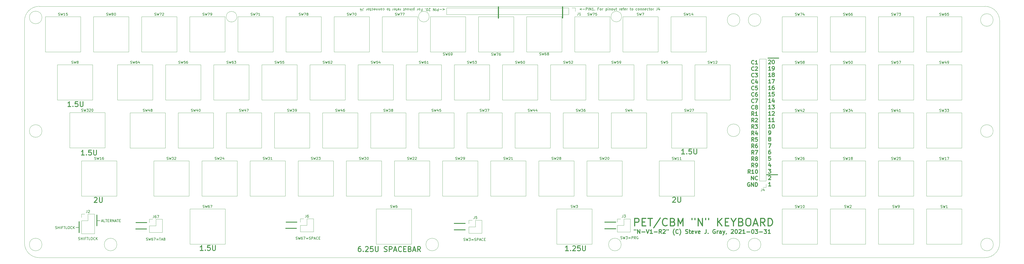
<source format=gto>
G04 #@! TF.GenerationSoftware,KiCad,Pcbnew,(5.1.9)-1*
G04 #@! TF.CreationDate,2021-03-31T21:28:56-04:00*
G04 #@! TF.ProjectId,petkn,7065746b-6e2e-46b6-9963-61645f706362,rev?*
G04 #@! TF.SameCoordinates,Original*
G04 #@! TF.FileFunction,Legend,Top*
G04 #@! TF.FilePolarity,Positive*
%FSLAX46Y46*%
G04 Gerber Fmt 4.6, Leading zero omitted, Abs format (unit mm)*
G04 Created by KiCad (PCBNEW (5.1.9)-1) date 2021-03-31 21:28:56*
%MOMM*%
%LPD*%
G01*
G04 APERTURE LIST*
%ADD10C,0.300000*%
%ADD11C,0.450000*%
%ADD12C,0.150000*%
G04 #@! TA.AperFunction,Profile*
%ADD13C,0.050000*%
G04 #@! TD*
%ADD14C,0.120000*%
G04 APERTURE END LIST*
D10*
X247053100Y-136740900D02*
X251307600Y-136740900D01*
X315849000Y-69113400D02*
X311594500Y-69113400D01*
X315404500Y-115316000D02*
X311150000Y-115316000D01*
X311846614Y-70041628D02*
X311918042Y-69970200D01*
X312060900Y-69898771D01*
X312418042Y-69898771D01*
X312560900Y-69970200D01*
X312632328Y-70041628D01*
X312703757Y-70184485D01*
X312703757Y-70327342D01*
X312632328Y-70541628D01*
X311775185Y-71398771D01*
X312703757Y-71398771D01*
X313632328Y-69898771D02*
X313775185Y-69898771D01*
X313918042Y-69970200D01*
X313989471Y-70041628D01*
X314060900Y-70184485D01*
X314132328Y-70470200D01*
X314132328Y-70827342D01*
X314060900Y-71113057D01*
X313989471Y-71255914D01*
X313918042Y-71327342D01*
X313775185Y-71398771D01*
X313632328Y-71398771D01*
X313489471Y-71327342D01*
X313418042Y-71255914D01*
X313346614Y-71113057D01*
X313275185Y-70827342D01*
X313275185Y-70470200D01*
X313346614Y-70184485D01*
X313418042Y-70041628D01*
X313489471Y-69970200D01*
X313632328Y-69898771D01*
X312703757Y-73948771D02*
X311846614Y-73948771D01*
X312275185Y-73948771D02*
X312275185Y-72448771D01*
X312132328Y-72663057D01*
X311989471Y-72805914D01*
X311846614Y-72877342D01*
X313418042Y-73948771D02*
X313703757Y-73948771D01*
X313846614Y-73877342D01*
X313918042Y-73805914D01*
X314060900Y-73591628D01*
X314132328Y-73305914D01*
X314132328Y-72734485D01*
X314060900Y-72591628D01*
X313989471Y-72520200D01*
X313846614Y-72448771D01*
X313560900Y-72448771D01*
X313418042Y-72520200D01*
X313346614Y-72591628D01*
X313275185Y-72734485D01*
X313275185Y-73091628D01*
X313346614Y-73234485D01*
X313418042Y-73305914D01*
X313560900Y-73377342D01*
X313846614Y-73377342D01*
X313989471Y-73305914D01*
X314060900Y-73234485D01*
X314132328Y-73091628D01*
X312703757Y-76498771D02*
X311846614Y-76498771D01*
X312275185Y-76498771D02*
X312275185Y-74998771D01*
X312132328Y-75213057D01*
X311989471Y-75355914D01*
X311846614Y-75427342D01*
X313560900Y-75641628D02*
X313418042Y-75570200D01*
X313346614Y-75498771D01*
X313275185Y-75355914D01*
X313275185Y-75284485D01*
X313346614Y-75141628D01*
X313418042Y-75070200D01*
X313560900Y-74998771D01*
X313846614Y-74998771D01*
X313989471Y-75070200D01*
X314060900Y-75141628D01*
X314132328Y-75284485D01*
X314132328Y-75355914D01*
X314060900Y-75498771D01*
X313989471Y-75570200D01*
X313846614Y-75641628D01*
X313560900Y-75641628D01*
X313418042Y-75713057D01*
X313346614Y-75784485D01*
X313275185Y-75927342D01*
X313275185Y-76213057D01*
X313346614Y-76355914D01*
X313418042Y-76427342D01*
X313560900Y-76498771D01*
X313846614Y-76498771D01*
X313989471Y-76427342D01*
X314060900Y-76355914D01*
X314132328Y-76213057D01*
X314132328Y-75927342D01*
X314060900Y-75784485D01*
X313989471Y-75713057D01*
X313846614Y-75641628D01*
X312703757Y-79048771D02*
X311846614Y-79048771D01*
X312275185Y-79048771D02*
X312275185Y-77548771D01*
X312132328Y-77763057D01*
X311989471Y-77905914D01*
X311846614Y-77977342D01*
X313203757Y-77548771D02*
X314203757Y-77548771D01*
X313560900Y-79048771D01*
X312703757Y-81598771D02*
X311846614Y-81598771D01*
X312275185Y-81598771D02*
X312275185Y-80098771D01*
X312132328Y-80313057D01*
X311989471Y-80455914D01*
X311846614Y-80527342D01*
X313989471Y-80098771D02*
X313703757Y-80098771D01*
X313560900Y-80170200D01*
X313489471Y-80241628D01*
X313346614Y-80455914D01*
X313275185Y-80741628D01*
X313275185Y-81313057D01*
X313346614Y-81455914D01*
X313418042Y-81527342D01*
X313560900Y-81598771D01*
X313846614Y-81598771D01*
X313989471Y-81527342D01*
X314060900Y-81455914D01*
X314132328Y-81313057D01*
X314132328Y-80955914D01*
X314060900Y-80813057D01*
X313989471Y-80741628D01*
X313846614Y-80670200D01*
X313560900Y-80670200D01*
X313418042Y-80741628D01*
X313346614Y-80813057D01*
X313275185Y-80955914D01*
X312703757Y-84148771D02*
X311846614Y-84148771D01*
X312275185Y-84148771D02*
X312275185Y-82648771D01*
X312132328Y-82863057D01*
X311989471Y-83005914D01*
X311846614Y-83077342D01*
X314060900Y-82648771D02*
X313346614Y-82648771D01*
X313275185Y-83363057D01*
X313346614Y-83291628D01*
X313489471Y-83220200D01*
X313846614Y-83220200D01*
X313989471Y-83291628D01*
X314060900Y-83363057D01*
X314132328Y-83505914D01*
X314132328Y-83863057D01*
X314060900Y-84005914D01*
X313989471Y-84077342D01*
X313846614Y-84148771D01*
X313489471Y-84148771D01*
X313346614Y-84077342D01*
X313275185Y-84005914D01*
X312703757Y-86698771D02*
X311846614Y-86698771D01*
X312275185Y-86698771D02*
X312275185Y-85198771D01*
X312132328Y-85413057D01*
X311989471Y-85555914D01*
X311846614Y-85627342D01*
X313989471Y-85698771D02*
X313989471Y-86698771D01*
X313632328Y-85127342D02*
X313275185Y-86198771D01*
X314203757Y-86198771D01*
X312703757Y-89248771D02*
X311846614Y-89248771D01*
X312275185Y-89248771D02*
X312275185Y-87748771D01*
X312132328Y-87963057D01*
X311989471Y-88105914D01*
X311846614Y-88177342D01*
X313203757Y-87748771D02*
X314132328Y-87748771D01*
X313632328Y-88320200D01*
X313846614Y-88320200D01*
X313989471Y-88391628D01*
X314060900Y-88463057D01*
X314132328Y-88605914D01*
X314132328Y-88963057D01*
X314060900Y-89105914D01*
X313989471Y-89177342D01*
X313846614Y-89248771D01*
X313418042Y-89248771D01*
X313275185Y-89177342D01*
X313203757Y-89105914D01*
X312703757Y-91798771D02*
X311846614Y-91798771D01*
X312275185Y-91798771D02*
X312275185Y-90298771D01*
X312132328Y-90513057D01*
X311989471Y-90655914D01*
X311846614Y-90727342D01*
X313275185Y-90441628D02*
X313346614Y-90370200D01*
X313489471Y-90298771D01*
X313846614Y-90298771D01*
X313989471Y-90370200D01*
X314060900Y-90441628D01*
X314132328Y-90584485D01*
X314132328Y-90727342D01*
X314060900Y-90941628D01*
X313203757Y-91798771D01*
X314132328Y-91798771D01*
X312703757Y-94348771D02*
X311846614Y-94348771D01*
X312275185Y-94348771D02*
X312275185Y-92848771D01*
X312132328Y-93063057D01*
X311989471Y-93205914D01*
X311846614Y-93277342D01*
X314132328Y-94348771D02*
X313275185Y-94348771D01*
X313703757Y-94348771D02*
X313703757Y-92848771D01*
X313560900Y-93063057D01*
X313418042Y-93205914D01*
X313275185Y-93277342D01*
X312703757Y-96898771D02*
X311846614Y-96898771D01*
X312275185Y-96898771D02*
X312275185Y-95398771D01*
X312132328Y-95613057D01*
X311989471Y-95755914D01*
X311846614Y-95827342D01*
X313632328Y-95398771D02*
X313775185Y-95398771D01*
X313918042Y-95470200D01*
X313989471Y-95541628D01*
X314060900Y-95684485D01*
X314132328Y-95970200D01*
X314132328Y-96327342D01*
X314060900Y-96613057D01*
X313989471Y-96755914D01*
X313918042Y-96827342D01*
X313775185Y-96898771D01*
X313632328Y-96898771D01*
X313489471Y-96827342D01*
X313418042Y-96755914D01*
X313346614Y-96613057D01*
X313275185Y-96327342D01*
X313275185Y-95970200D01*
X313346614Y-95684485D01*
X313418042Y-95541628D01*
X313489471Y-95470200D01*
X313632328Y-95398771D01*
X311989471Y-99448771D02*
X312275185Y-99448771D01*
X312418042Y-99377342D01*
X312489471Y-99305914D01*
X312632328Y-99091628D01*
X312703757Y-98805914D01*
X312703757Y-98234485D01*
X312632328Y-98091628D01*
X312560900Y-98020200D01*
X312418042Y-97948771D01*
X312132328Y-97948771D01*
X311989471Y-98020200D01*
X311918042Y-98091628D01*
X311846614Y-98234485D01*
X311846614Y-98591628D01*
X311918042Y-98734485D01*
X311989471Y-98805914D01*
X312132328Y-98877342D01*
X312418042Y-98877342D01*
X312560900Y-98805914D01*
X312632328Y-98734485D01*
X312703757Y-98591628D01*
X312132328Y-101141628D02*
X311989471Y-101070200D01*
X311918042Y-100998771D01*
X311846614Y-100855914D01*
X311846614Y-100784485D01*
X311918042Y-100641628D01*
X311989471Y-100570200D01*
X312132328Y-100498771D01*
X312418042Y-100498771D01*
X312560900Y-100570200D01*
X312632328Y-100641628D01*
X312703757Y-100784485D01*
X312703757Y-100855914D01*
X312632328Y-100998771D01*
X312560900Y-101070200D01*
X312418042Y-101141628D01*
X312132328Y-101141628D01*
X311989471Y-101213057D01*
X311918042Y-101284485D01*
X311846614Y-101427342D01*
X311846614Y-101713057D01*
X311918042Y-101855914D01*
X311989471Y-101927342D01*
X312132328Y-101998771D01*
X312418042Y-101998771D01*
X312560900Y-101927342D01*
X312632328Y-101855914D01*
X312703757Y-101713057D01*
X312703757Y-101427342D01*
X312632328Y-101284485D01*
X312560900Y-101213057D01*
X312418042Y-101141628D01*
X311775185Y-103048771D02*
X312775185Y-103048771D01*
X312132328Y-104548771D01*
X312560900Y-105598771D02*
X312275185Y-105598771D01*
X312132328Y-105670200D01*
X312060900Y-105741628D01*
X311918042Y-105955914D01*
X311846614Y-106241628D01*
X311846614Y-106813057D01*
X311918042Y-106955914D01*
X311989471Y-107027342D01*
X312132328Y-107098771D01*
X312418042Y-107098771D01*
X312560900Y-107027342D01*
X312632328Y-106955914D01*
X312703757Y-106813057D01*
X312703757Y-106455914D01*
X312632328Y-106313057D01*
X312560900Y-106241628D01*
X312418042Y-106170200D01*
X312132328Y-106170200D01*
X311989471Y-106241628D01*
X311918042Y-106313057D01*
X311846614Y-106455914D01*
X312632328Y-108148771D02*
X311918042Y-108148771D01*
X311846614Y-108863057D01*
X311918042Y-108791628D01*
X312060900Y-108720200D01*
X312418042Y-108720200D01*
X312560900Y-108791628D01*
X312632328Y-108863057D01*
X312703757Y-109005914D01*
X312703757Y-109363057D01*
X312632328Y-109505914D01*
X312560900Y-109577342D01*
X312418042Y-109648771D01*
X312060900Y-109648771D01*
X311918042Y-109577342D01*
X311846614Y-109505914D01*
X312560900Y-111198771D02*
X312560900Y-112198771D01*
X312203757Y-110627342D02*
X311846614Y-111698771D01*
X312775185Y-111698771D01*
X311775185Y-113248771D02*
X312703757Y-113248771D01*
X312203757Y-113820200D01*
X312418042Y-113820200D01*
X312560900Y-113891628D01*
X312632328Y-113963057D01*
X312703757Y-114105914D01*
X312703757Y-114463057D01*
X312632328Y-114605914D01*
X312560900Y-114677342D01*
X312418042Y-114748771D01*
X311989471Y-114748771D01*
X311846614Y-114677342D01*
X311775185Y-114605914D01*
X311846614Y-115941628D02*
X311918042Y-115870200D01*
X312060900Y-115798771D01*
X312418042Y-115798771D01*
X312560900Y-115870200D01*
X312632328Y-115941628D01*
X312703757Y-116084485D01*
X312703757Y-116227342D01*
X312632328Y-116441628D01*
X311775185Y-117298771D01*
X312703757Y-117298771D01*
X312703757Y-119848771D02*
X311846614Y-119848771D01*
X312275185Y-119848771D02*
X312275185Y-118348771D01*
X312132328Y-118563057D01*
X311989471Y-118705914D01*
X311846614Y-118777342D01*
D11*
X204851000Y-53157142D02*
X204851000Y-48871428D01*
D12*
X182870071Y-50061785D02*
X183631976Y-49776071D01*
X182870071Y-49490357D01*
X182393880Y-49776071D02*
X181631976Y-49776071D01*
X181155785Y-49395119D02*
X181155785Y-50395119D01*
X180774833Y-50395119D01*
X180679595Y-50347500D01*
X180631976Y-50299880D01*
X180584357Y-50204642D01*
X180584357Y-50061785D01*
X180631976Y-49966547D01*
X180679595Y-49918928D01*
X180774833Y-49871309D01*
X181155785Y-49871309D01*
X180155785Y-49395119D02*
X180155785Y-50395119D01*
X179679595Y-49395119D02*
X179679595Y-50395119D01*
X179108166Y-49395119D01*
X179108166Y-50395119D01*
X177917690Y-50299880D02*
X177870071Y-50347500D01*
X177774833Y-50395119D01*
X177536738Y-50395119D01*
X177441500Y-50347500D01*
X177393880Y-50299880D01*
X177346261Y-50204642D01*
X177346261Y-50109404D01*
X177393880Y-49966547D01*
X177965309Y-49395119D01*
X177346261Y-49395119D01*
X176727214Y-50395119D02*
X176631976Y-50395119D01*
X176536738Y-50347500D01*
X176489119Y-50299880D01*
X176441500Y-50204642D01*
X176393880Y-50014166D01*
X176393880Y-49776071D01*
X176441500Y-49585595D01*
X176489119Y-49490357D01*
X176536738Y-49442738D01*
X176631976Y-49395119D01*
X176727214Y-49395119D01*
X176822452Y-49442738D01*
X176870071Y-49490357D01*
X176917690Y-49585595D01*
X176965309Y-49776071D01*
X176965309Y-50014166D01*
X176917690Y-50204642D01*
X176870071Y-50299880D01*
X176822452Y-50347500D01*
X176727214Y-50395119D01*
X175965309Y-49490357D02*
X175917690Y-49442738D01*
X175965309Y-49395119D01*
X176012928Y-49442738D01*
X175965309Y-49490357D01*
X175965309Y-49395119D01*
X174393880Y-49918928D02*
X174727214Y-49918928D01*
X174727214Y-49395119D02*
X174727214Y-50395119D01*
X174251023Y-50395119D01*
X173727214Y-49395119D02*
X173822452Y-49442738D01*
X173870071Y-49490357D01*
X173917690Y-49585595D01*
X173917690Y-49871309D01*
X173870071Y-49966547D01*
X173822452Y-50014166D01*
X173727214Y-50061785D01*
X173584357Y-50061785D01*
X173489119Y-50014166D01*
X173441500Y-49966547D01*
X173393880Y-49871309D01*
X173393880Y-49585595D01*
X173441500Y-49490357D01*
X173489119Y-49442738D01*
X173584357Y-49395119D01*
X173727214Y-49395119D01*
X172965309Y-49395119D02*
X172965309Y-50061785D01*
X172965309Y-49871309D02*
X172917690Y-49966547D01*
X172870071Y-50014166D01*
X172774833Y-50061785D01*
X172679595Y-50061785D01*
X171584357Y-50061785D02*
X171584357Y-49061785D01*
X171584357Y-50014166D02*
X171489119Y-50061785D01*
X171298642Y-50061785D01*
X171203404Y-50014166D01*
X171155785Y-49966547D01*
X171108166Y-49871309D01*
X171108166Y-49585595D01*
X171155785Y-49490357D01*
X171203404Y-49442738D01*
X171298642Y-49395119D01*
X171489119Y-49395119D01*
X171584357Y-49442738D01*
X170679595Y-49395119D02*
X170679595Y-50061785D01*
X170679595Y-50395119D02*
X170727214Y-50347500D01*
X170679595Y-50299880D01*
X170631976Y-50347500D01*
X170679595Y-50395119D01*
X170679595Y-50299880D01*
X170203404Y-50061785D02*
X170203404Y-49395119D01*
X170203404Y-49966547D02*
X170155785Y-50014166D01*
X170060547Y-50061785D01*
X169917690Y-50061785D01*
X169822452Y-50014166D01*
X169774833Y-49918928D01*
X169774833Y-49395119D01*
X169155785Y-49395119D02*
X169251023Y-49442738D01*
X169298642Y-49490357D01*
X169346261Y-49585595D01*
X169346261Y-49871309D01*
X169298642Y-49966547D01*
X169251023Y-50014166D01*
X169155785Y-50061785D01*
X169012928Y-50061785D01*
X168917690Y-50014166D01*
X168870071Y-49966547D01*
X168822452Y-49871309D01*
X168822452Y-49585595D01*
X168870071Y-49490357D01*
X168917690Y-49442738D01*
X169012928Y-49395119D01*
X169155785Y-49395119D01*
X167965309Y-50061785D02*
X167965309Y-49395119D01*
X168393880Y-50061785D02*
X168393880Y-49537976D01*
X168346261Y-49442738D01*
X168251023Y-49395119D01*
X168108166Y-49395119D01*
X168012928Y-49442738D01*
X167965309Y-49490357D01*
X167631976Y-50061785D02*
X167251023Y-50061785D01*
X167489119Y-50395119D02*
X167489119Y-49537976D01*
X167441500Y-49442738D01*
X167346261Y-49395119D01*
X167251023Y-49395119D01*
X166155785Y-49395119D02*
X166155785Y-50061785D01*
X166155785Y-49871309D02*
X166108166Y-49966547D01*
X166060547Y-50014166D01*
X165965309Y-50061785D01*
X165870071Y-50061785D01*
X165155785Y-49442738D02*
X165251023Y-49395119D01*
X165441500Y-49395119D01*
X165536738Y-49442738D01*
X165584357Y-49537976D01*
X165584357Y-49918928D01*
X165536738Y-50014166D01*
X165441500Y-50061785D01*
X165251023Y-50061785D01*
X165155785Y-50014166D01*
X165108166Y-49918928D01*
X165108166Y-49823690D01*
X165584357Y-49728452D01*
X164822452Y-50061785D02*
X164441500Y-50061785D01*
X164679595Y-49395119D02*
X164679595Y-50252261D01*
X164631976Y-50347500D01*
X164536738Y-50395119D01*
X164441500Y-50395119D01*
X163727214Y-49442738D02*
X163822452Y-49395119D01*
X164012928Y-49395119D01*
X164108166Y-49442738D01*
X164155785Y-49537976D01*
X164155785Y-49918928D01*
X164108166Y-50014166D01*
X164012928Y-50061785D01*
X163822452Y-50061785D01*
X163727214Y-50014166D01*
X163679595Y-49918928D01*
X163679595Y-49823690D01*
X164155785Y-49728452D01*
X163251023Y-49395119D02*
X163251023Y-50061785D01*
X163251023Y-49871309D02*
X163203404Y-49966547D01*
X163155785Y-50014166D01*
X163060547Y-50061785D01*
X162965309Y-50061785D01*
X162012928Y-50061785D02*
X161631976Y-50061785D01*
X161870071Y-50395119D02*
X161870071Y-49537976D01*
X161822452Y-49442738D01*
X161727214Y-49395119D01*
X161631976Y-49395119D01*
X161155785Y-49395119D02*
X161251023Y-49442738D01*
X161298642Y-49490357D01*
X161346261Y-49585595D01*
X161346261Y-49871309D01*
X161298642Y-49966547D01*
X161251023Y-50014166D01*
X161155785Y-50061785D01*
X161012928Y-50061785D01*
X160917690Y-50014166D01*
X160870071Y-49966547D01*
X160822452Y-49871309D01*
X160822452Y-49585595D01*
X160870071Y-49490357D01*
X160917690Y-49442738D01*
X161012928Y-49395119D01*
X161155785Y-49395119D01*
X159203404Y-49442738D02*
X159298642Y-49395119D01*
X159489119Y-49395119D01*
X159584357Y-49442738D01*
X159631976Y-49490357D01*
X159679595Y-49585595D01*
X159679595Y-49871309D01*
X159631976Y-49966547D01*
X159584357Y-50014166D01*
X159489119Y-50061785D01*
X159298642Y-50061785D01*
X159203404Y-50014166D01*
X158631976Y-49395119D02*
X158727214Y-49442738D01*
X158774833Y-49490357D01*
X158822452Y-49585595D01*
X158822452Y-49871309D01*
X158774833Y-49966547D01*
X158727214Y-50014166D01*
X158631976Y-50061785D01*
X158489119Y-50061785D01*
X158393880Y-50014166D01*
X158346261Y-49966547D01*
X158298642Y-49871309D01*
X158298642Y-49585595D01*
X158346261Y-49490357D01*
X158393880Y-49442738D01*
X158489119Y-49395119D01*
X158631976Y-49395119D01*
X157870071Y-50061785D02*
X157870071Y-49395119D01*
X157870071Y-49966547D02*
X157822452Y-50014166D01*
X157727214Y-50061785D01*
X157584357Y-50061785D01*
X157489119Y-50014166D01*
X157441500Y-49918928D01*
X157441500Y-49395119D01*
X156965309Y-50061785D02*
X156965309Y-49395119D01*
X156965309Y-49966547D02*
X156917690Y-50014166D01*
X156822452Y-50061785D01*
X156679595Y-50061785D01*
X156584357Y-50014166D01*
X156536738Y-49918928D01*
X156536738Y-49395119D01*
X155679595Y-49442738D02*
X155774833Y-49395119D01*
X155965309Y-49395119D01*
X156060547Y-49442738D01*
X156108166Y-49537976D01*
X156108166Y-49918928D01*
X156060547Y-50014166D01*
X155965309Y-50061785D01*
X155774833Y-50061785D01*
X155679595Y-50014166D01*
X155631976Y-49918928D01*
X155631976Y-49823690D01*
X156108166Y-49728452D01*
X154774833Y-49442738D02*
X154870071Y-49395119D01*
X155060547Y-49395119D01*
X155155785Y-49442738D01*
X155203404Y-49490357D01*
X155251023Y-49585595D01*
X155251023Y-49871309D01*
X155203404Y-49966547D01*
X155155785Y-50014166D01*
X155060547Y-50061785D01*
X154870071Y-50061785D01*
X154774833Y-50014166D01*
X154489119Y-50061785D02*
X154108166Y-50061785D01*
X154346261Y-50395119D02*
X154346261Y-49537976D01*
X154298642Y-49442738D01*
X154203404Y-49395119D01*
X154108166Y-49395119D01*
X153631976Y-49395119D02*
X153727214Y-49442738D01*
X153774833Y-49490357D01*
X153822452Y-49585595D01*
X153822452Y-49871309D01*
X153774833Y-49966547D01*
X153727214Y-50014166D01*
X153631976Y-50061785D01*
X153489119Y-50061785D01*
X153393880Y-50014166D01*
X153346261Y-49966547D01*
X153298642Y-49871309D01*
X153298642Y-49585595D01*
X153346261Y-49490357D01*
X153393880Y-49442738D01*
X153489119Y-49395119D01*
X153631976Y-49395119D01*
X152870071Y-49395119D02*
X152870071Y-50061785D01*
X152870071Y-49871309D02*
X152822452Y-49966547D01*
X152774833Y-50014166D01*
X152679595Y-50061785D01*
X152584357Y-50061785D01*
X151203404Y-50395119D02*
X151203404Y-49680833D01*
X151251023Y-49537976D01*
X151346261Y-49442738D01*
X151489119Y-49395119D01*
X151584357Y-49395119D01*
X150298642Y-50061785D02*
X150298642Y-49395119D01*
X150536738Y-50442738D02*
X150774833Y-49728452D01*
X150155785Y-49728452D01*
X237849071Y-49442714D02*
X237087166Y-49728428D01*
X237849071Y-50014142D01*
X238325261Y-49728428D02*
X239087166Y-49728428D01*
X239563357Y-50109380D02*
X239563357Y-49109380D01*
X239944309Y-49109380D01*
X240039547Y-49157000D01*
X240087166Y-49204619D01*
X240134785Y-49299857D01*
X240134785Y-49442714D01*
X240087166Y-49537952D01*
X240039547Y-49585571D01*
X239944309Y-49633190D01*
X239563357Y-49633190D01*
X240563357Y-50109380D02*
X240563357Y-49109380D01*
X241039547Y-50109380D02*
X241039547Y-49109380D01*
X241610976Y-50109380D01*
X241610976Y-49109380D01*
X242610976Y-50109380D02*
X242039547Y-50109380D01*
X242325261Y-50109380D02*
X242325261Y-49109380D01*
X242230023Y-49252238D01*
X242134785Y-49347476D01*
X242039547Y-49395095D01*
X243039547Y-50014142D02*
X243087166Y-50061761D01*
X243039547Y-50109380D01*
X242991928Y-50061761D01*
X243039547Y-50014142D01*
X243039547Y-50109380D01*
X244610976Y-49585571D02*
X244277642Y-49585571D01*
X244277642Y-50109380D02*
X244277642Y-49109380D01*
X244753833Y-49109380D01*
X245277642Y-50109380D02*
X245182404Y-50061761D01*
X245134785Y-50014142D01*
X245087166Y-49918904D01*
X245087166Y-49633190D01*
X245134785Y-49537952D01*
X245182404Y-49490333D01*
X245277642Y-49442714D01*
X245420500Y-49442714D01*
X245515738Y-49490333D01*
X245563357Y-49537952D01*
X245610976Y-49633190D01*
X245610976Y-49918904D01*
X245563357Y-50014142D01*
X245515738Y-50061761D01*
X245420500Y-50109380D01*
X245277642Y-50109380D01*
X246039547Y-50109380D02*
X246039547Y-49442714D01*
X246039547Y-49633190D02*
X246087166Y-49537952D01*
X246134785Y-49490333D01*
X246230023Y-49442714D01*
X246325261Y-49442714D01*
X247420500Y-49442714D02*
X247420500Y-50442714D01*
X247420500Y-49490333D02*
X247515738Y-49442714D01*
X247706214Y-49442714D01*
X247801452Y-49490333D01*
X247849071Y-49537952D01*
X247896690Y-49633190D01*
X247896690Y-49918904D01*
X247849071Y-50014142D01*
X247801452Y-50061761D01*
X247706214Y-50109380D01*
X247515738Y-50109380D01*
X247420500Y-50061761D01*
X248325261Y-50109380D02*
X248325261Y-49442714D01*
X248325261Y-49109380D02*
X248277642Y-49157000D01*
X248325261Y-49204619D01*
X248372880Y-49157000D01*
X248325261Y-49109380D01*
X248325261Y-49204619D01*
X248801452Y-49442714D02*
X248801452Y-50109380D01*
X248801452Y-49537952D02*
X248849071Y-49490333D01*
X248944309Y-49442714D01*
X249087166Y-49442714D01*
X249182404Y-49490333D01*
X249230023Y-49585571D01*
X249230023Y-50109380D01*
X249849071Y-50109380D02*
X249753833Y-50061761D01*
X249706214Y-50014142D01*
X249658595Y-49918904D01*
X249658595Y-49633190D01*
X249706214Y-49537952D01*
X249753833Y-49490333D01*
X249849071Y-49442714D01*
X249991928Y-49442714D01*
X250087166Y-49490333D01*
X250134785Y-49537952D01*
X250182404Y-49633190D01*
X250182404Y-49918904D01*
X250134785Y-50014142D01*
X250087166Y-50061761D01*
X249991928Y-50109380D01*
X249849071Y-50109380D01*
X251039547Y-49442714D02*
X251039547Y-50109380D01*
X250610976Y-49442714D02*
X250610976Y-49966523D01*
X250658595Y-50061761D01*
X250753833Y-50109380D01*
X250896690Y-50109380D01*
X250991928Y-50061761D01*
X251039547Y-50014142D01*
X251372880Y-49442714D02*
X251753833Y-49442714D01*
X251515738Y-49109380D02*
X251515738Y-49966523D01*
X251563357Y-50061761D01*
X251658595Y-50109380D01*
X251753833Y-50109380D01*
X252849071Y-50109380D02*
X252849071Y-49442714D01*
X252849071Y-49633190D02*
X252896690Y-49537952D01*
X252944309Y-49490333D01*
X253039547Y-49442714D01*
X253134785Y-49442714D01*
X253849071Y-50061761D02*
X253753833Y-50109380D01*
X253563357Y-50109380D01*
X253468119Y-50061761D01*
X253420500Y-49966523D01*
X253420500Y-49585571D01*
X253468119Y-49490333D01*
X253563357Y-49442714D01*
X253753833Y-49442714D01*
X253849071Y-49490333D01*
X253896690Y-49585571D01*
X253896690Y-49680809D01*
X253420500Y-49776047D01*
X254182404Y-49442714D02*
X254563357Y-49442714D01*
X254325261Y-50109380D02*
X254325261Y-49252238D01*
X254372880Y-49157000D01*
X254468119Y-49109380D01*
X254563357Y-49109380D01*
X255277642Y-50061761D02*
X255182404Y-50109380D01*
X254991928Y-50109380D01*
X254896690Y-50061761D01*
X254849071Y-49966523D01*
X254849071Y-49585571D01*
X254896690Y-49490333D01*
X254991928Y-49442714D01*
X255182404Y-49442714D01*
X255277642Y-49490333D01*
X255325261Y-49585571D01*
X255325261Y-49680809D01*
X254849071Y-49776047D01*
X255753833Y-50109380D02*
X255753833Y-49442714D01*
X255753833Y-49633190D02*
X255801452Y-49537952D01*
X255849071Y-49490333D01*
X255944309Y-49442714D01*
X256039547Y-49442714D01*
X256991928Y-49442714D02*
X257372880Y-49442714D01*
X257134785Y-49109380D02*
X257134785Y-49966523D01*
X257182404Y-50061761D01*
X257277642Y-50109380D01*
X257372880Y-50109380D01*
X257849071Y-50109380D02*
X257753833Y-50061761D01*
X257706214Y-50014142D01*
X257658595Y-49918904D01*
X257658595Y-49633190D01*
X257706214Y-49537952D01*
X257753833Y-49490333D01*
X257849071Y-49442714D01*
X257991928Y-49442714D01*
X258087166Y-49490333D01*
X258134785Y-49537952D01*
X258182404Y-49633190D01*
X258182404Y-49918904D01*
X258134785Y-50014142D01*
X258087166Y-50061761D01*
X257991928Y-50109380D01*
X257849071Y-50109380D01*
X259801452Y-50061761D02*
X259706214Y-50109380D01*
X259515738Y-50109380D01*
X259420500Y-50061761D01*
X259372880Y-50014142D01*
X259325261Y-49918904D01*
X259325261Y-49633190D01*
X259372880Y-49537952D01*
X259420500Y-49490333D01*
X259515738Y-49442714D01*
X259706214Y-49442714D01*
X259801452Y-49490333D01*
X260372880Y-50109380D02*
X260277642Y-50061761D01*
X260230023Y-50014142D01*
X260182404Y-49918904D01*
X260182404Y-49633190D01*
X260230023Y-49537952D01*
X260277642Y-49490333D01*
X260372880Y-49442714D01*
X260515738Y-49442714D01*
X260610976Y-49490333D01*
X260658595Y-49537952D01*
X260706214Y-49633190D01*
X260706214Y-49918904D01*
X260658595Y-50014142D01*
X260610976Y-50061761D01*
X260515738Y-50109380D01*
X260372880Y-50109380D01*
X261134785Y-49442714D02*
X261134785Y-50109380D01*
X261134785Y-49537952D02*
X261182404Y-49490333D01*
X261277642Y-49442714D01*
X261420500Y-49442714D01*
X261515738Y-49490333D01*
X261563357Y-49585571D01*
X261563357Y-50109380D01*
X262039547Y-49442714D02*
X262039547Y-50109380D01*
X262039547Y-49537952D02*
X262087166Y-49490333D01*
X262182404Y-49442714D01*
X262325261Y-49442714D01*
X262420500Y-49490333D01*
X262468119Y-49585571D01*
X262468119Y-50109380D01*
X263325261Y-50061761D02*
X263230023Y-50109380D01*
X263039547Y-50109380D01*
X262944309Y-50061761D01*
X262896690Y-49966523D01*
X262896690Y-49585571D01*
X262944309Y-49490333D01*
X263039547Y-49442714D01*
X263230023Y-49442714D01*
X263325261Y-49490333D01*
X263372880Y-49585571D01*
X263372880Y-49680809D01*
X262896690Y-49776047D01*
X264230023Y-50061761D02*
X264134785Y-50109380D01*
X263944309Y-50109380D01*
X263849071Y-50061761D01*
X263801452Y-50014142D01*
X263753833Y-49918904D01*
X263753833Y-49633190D01*
X263801452Y-49537952D01*
X263849071Y-49490333D01*
X263944309Y-49442714D01*
X264134785Y-49442714D01*
X264230023Y-49490333D01*
X264515738Y-49442714D02*
X264896690Y-49442714D01*
X264658595Y-49109380D02*
X264658595Y-49966523D01*
X264706214Y-50061761D01*
X264801452Y-50109380D01*
X264896690Y-50109380D01*
X265372880Y-50109380D02*
X265277642Y-50061761D01*
X265230023Y-50014142D01*
X265182404Y-49918904D01*
X265182404Y-49633190D01*
X265230023Y-49537952D01*
X265277642Y-49490333D01*
X265372880Y-49442714D01*
X265515738Y-49442714D01*
X265610976Y-49490333D01*
X265658595Y-49537952D01*
X265706214Y-49633190D01*
X265706214Y-49918904D01*
X265658595Y-50014142D01*
X265610976Y-50061761D01*
X265515738Y-50109380D01*
X265372880Y-50109380D01*
X266134785Y-50109380D02*
X266134785Y-49442714D01*
X266134785Y-49633190D02*
X266182404Y-49537952D01*
X266230023Y-49490333D01*
X266325261Y-49442714D01*
X266420500Y-49442714D01*
X267801452Y-49109380D02*
X267801452Y-49823666D01*
X267753833Y-49966523D01*
X267658595Y-50061761D01*
X267515738Y-50109380D01*
X267420500Y-50109380D01*
X268706214Y-49442714D02*
X268706214Y-50109380D01*
X268468119Y-49061761D02*
X268230023Y-49776047D01*
X268849071Y-49776047D01*
D13*
X101351853Y-52705000D02*
G75*
G03*
X101351853Y-52705000I-2101353J0D01*
G01*
X253688353Y-52641500D02*
G75*
G03*
X253688353Y-52641500I-2101353J0D01*
G01*
X177482853Y-52666500D02*
G75*
G03*
X177482853Y-52666500I-2101353J0D01*
G01*
D12*
X38641976Y-141120761D02*
X38784833Y-141168380D01*
X39022928Y-141168380D01*
X39118166Y-141120761D01*
X39165785Y-141073142D01*
X39213404Y-140977904D01*
X39213404Y-140882666D01*
X39165785Y-140787428D01*
X39118166Y-140739809D01*
X39022928Y-140692190D01*
X38832452Y-140644571D01*
X38737214Y-140596952D01*
X38689595Y-140549333D01*
X38641976Y-140454095D01*
X38641976Y-140358857D01*
X38689595Y-140263619D01*
X38737214Y-140216000D01*
X38832452Y-140168380D01*
X39070547Y-140168380D01*
X39213404Y-140216000D01*
X39641976Y-141168380D02*
X39641976Y-140168380D01*
X39641976Y-140644571D02*
X40213404Y-140644571D01*
X40213404Y-141168380D02*
X40213404Y-140168380D01*
X40689595Y-141168380D02*
X40689595Y-140168380D01*
X41499119Y-140644571D02*
X41165785Y-140644571D01*
X41165785Y-141168380D02*
X41165785Y-140168380D01*
X41641976Y-140168380D01*
X41880071Y-140168380D02*
X42451500Y-140168380D01*
X42165785Y-141168380D02*
X42165785Y-140168380D01*
X43261023Y-141168380D02*
X42784833Y-141168380D01*
X42784833Y-140168380D01*
X43784833Y-140168380D02*
X43975309Y-140168380D01*
X44070547Y-140216000D01*
X44165785Y-140311238D01*
X44213404Y-140501714D01*
X44213404Y-140835047D01*
X44165785Y-141025523D01*
X44070547Y-141120761D01*
X43975309Y-141168380D01*
X43784833Y-141168380D01*
X43689595Y-141120761D01*
X43594357Y-141025523D01*
X43546738Y-140835047D01*
X43546738Y-140501714D01*
X43594357Y-140311238D01*
X43689595Y-140216000D01*
X43784833Y-140168380D01*
X45213404Y-141073142D02*
X45165785Y-141120761D01*
X45022928Y-141168380D01*
X44927690Y-141168380D01*
X44784833Y-141120761D01*
X44689595Y-141025523D01*
X44641976Y-140930285D01*
X44594357Y-140739809D01*
X44594357Y-140596952D01*
X44641976Y-140406476D01*
X44689595Y-140311238D01*
X44784833Y-140216000D01*
X44927690Y-140168380D01*
X45022928Y-140168380D01*
X45165785Y-140216000D01*
X45213404Y-140263619D01*
X45641976Y-141168380D02*
X45641976Y-140168380D01*
X46213404Y-141168380D02*
X45784833Y-140596952D01*
X46213404Y-140168380D02*
X45641976Y-140739809D01*
D10*
X247053100Y-134150100D02*
X251307600Y-134150100D01*
D12*
X253335476Y-140739761D02*
X253478333Y-140787380D01*
X253716428Y-140787380D01*
X253811666Y-140739761D01*
X253859285Y-140692142D01*
X253906904Y-140596904D01*
X253906904Y-140501666D01*
X253859285Y-140406428D01*
X253811666Y-140358809D01*
X253716428Y-140311190D01*
X253525952Y-140263571D01*
X253430714Y-140215952D01*
X253383095Y-140168333D01*
X253335476Y-140073095D01*
X253335476Y-139977857D01*
X253383095Y-139882619D01*
X253430714Y-139835000D01*
X253525952Y-139787380D01*
X253764047Y-139787380D01*
X253906904Y-139835000D01*
X254240238Y-139787380D02*
X254478333Y-140787380D01*
X254668809Y-140073095D01*
X254859285Y-140787380D01*
X255097380Y-139787380D01*
X255383095Y-139787380D02*
X256002142Y-139787380D01*
X255668809Y-140168333D01*
X255811666Y-140168333D01*
X255906904Y-140215952D01*
X255954523Y-140263571D01*
X256002142Y-140358809D01*
X256002142Y-140596904D01*
X255954523Y-140692142D01*
X255906904Y-140739761D01*
X255811666Y-140787380D01*
X255525952Y-140787380D01*
X255430714Y-140739761D01*
X255383095Y-140692142D01*
X256430714Y-140263571D02*
X257192619Y-140263571D01*
X257192619Y-140549285D02*
X256430714Y-140549285D01*
X257668809Y-140787380D02*
X257668809Y-139787380D01*
X258049761Y-139787380D01*
X258145000Y-139835000D01*
X258192619Y-139882619D01*
X258240238Y-139977857D01*
X258240238Y-140120714D01*
X258192619Y-140215952D01*
X258145000Y-140263571D01*
X258049761Y-140311190D01*
X257668809Y-140311190D01*
X259240238Y-140787380D02*
X258906904Y-140311190D01*
X258668809Y-140787380D02*
X258668809Y-139787380D01*
X259049761Y-139787380D01*
X259145000Y-139835000D01*
X259192619Y-139882619D01*
X259240238Y-139977857D01*
X259240238Y-140120714D01*
X259192619Y-140215952D01*
X259145000Y-140263571D01*
X259049761Y-140311190D01*
X258668809Y-140311190D01*
X260192619Y-139835000D02*
X260097380Y-139787380D01*
X259954523Y-139787380D01*
X259811666Y-139835000D01*
X259716428Y-139930238D01*
X259668809Y-140025476D01*
X259621190Y-140215952D01*
X259621190Y-140358809D01*
X259668809Y-140549285D01*
X259716428Y-140644523D01*
X259811666Y-140739761D01*
X259954523Y-140787380D01*
X260049761Y-140787380D01*
X260192619Y-140739761D01*
X260240238Y-140692142D01*
X260240238Y-140358809D01*
X260049761Y-140358809D01*
D10*
X61341000Y-136842500D02*
X65595500Y-136842500D01*
X61404500Y-134302500D02*
X65659000Y-134302500D01*
D12*
X124747976Y-140930261D02*
X124890833Y-140977880D01*
X125128928Y-140977880D01*
X125224166Y-140930261D01*
X125271785Y-140882642D01*
X125319404Y-140787404D01*
X125319404Y-140692166D01*
X125271785Y-140596928D01*
X125224166Y-140549309D01*
X125128928Y-140501690D01*
X124938452Y-140454071D01*
X124843214Y-140406452D01*
X124795595Y-140358833D01*
X124747976Y-140263595D01*
X124747976Y-140168357D01*
X124795595Y-140073119D01*
X124843214Y-140025500D01*
X124938452Y-139977880D01*
X125176547Y-139977880D01*
X125319404Y-140025500D01*
X125652738Y-139977880D02*
X125890833Y-140977880D01*
X126081309Y-140263595D01*
X126271785Y-140977880D01*
X126509880Y-139977880D01*
X127319404Y-139977880D02*
X127128928Y-139977880D01*
X127033690Y-140025500D01*
X126986071Y-140073119D01*
X126890833Y-140215976D01*
X126843214Y-140406452D01*
X126843214Y-140787404D01*
X126890833Y-140882642D01*
X126938452Y-140930261D01*
X127033690Y-140977880D01*
X127224166Y-140977880D01*
X127319404Y-140930261D01*
X127367023Y-140882642D01*
X127414642Y-140787404D01*
X127414642Y-140549309D01*
X127367023Y-140454071D01*
X127319404Y-140406452D01*
X127224166Y-140358833D01*
X127033690Y-140358833D01*
X126938452Y-140406452D01*
X126890833Y-140454071D01*
X126843214Y-140549309D01*
X127747976Y-139977880D02*
X128414642Y-139977880D01*
X127986071Y-140977880D01*
X128795595Y-140454071D02*
X129557500Y-140454071D01*
X129557500Y-140739785D02*
X128795595Y-140739785D01*
X129986071Y-140930261D02*
X130128928Y-140977880D01*
X130367023Y-140977880D01*
X130462261Y-140930261D01*
X130509880Y-140882642D01*
X130557500Y-140787404D01*
X130557500Y-140692166D01*
X130509880Y-140596928D01*
X130462261Y-140549309D01*
X130367023Y-140501690D01*
X130176547Y-140454071D01*
X130081309Y-140406452D01*
X130033690Y-140358833D01*
X129986071Y-140263595D01*
X129986071Y-140168357D01*
X130033690Y-140073119D01*
X130081309Y-140025500D01*
X130176547Y-139977880D01*
X130414642Y-139977880D01*
X130557500Y-140025500D01*
X130986071Y-140977880D02*
X130986071Y-139977880D01*
X131367023Y-139977880D01*
X131462261Y-140025500D01*
X131509880Y-140073119D01*
X131557500Y-140168357D01*
X131557500Y-140311214D01*
X131509880Y-140406452D01*
X131462261Y-140454071D01*
X131367023Y-140501690D01*
X130986071Y-140501690D01*
X131938452Y-140692166D02*
X132414642Y-140692166D01*
X131843214Y-140977880D02*
X132176547Y-139977880D01*
X132509880Y-140977880D01*
X133414642Y-140882642D02*
X133367023Y-140930261D01*
X133224166Y-140977880D01*
X133128928Y-140977880D01*
X132986071Y-140930261D01*
X132890833Y-140835023D01*
X132843214Y-140739785D01*
X132795595Y-140549309D01*
X132795595Y-140406452D01*
X132843214Y-140215976D01*
X132890833Y-140120738D01*
X132986071Y-140025500D01*
X133128928Y-139977880D01*
X133224166Y-139977880D01*
X133367023Y-140025500D01*
X133414642Y-140073119D01*
X133843214Y-140454071D02*
X134176547Y-140454071D01*
X134319404Y-140977880D02*
X133843214Y-140977880D01*
X133843214Y-139977880D01*
X134319404Y-139977880D01*
X191168976Y-141438261D02*
X191311833Y-141485880D01*
X191549928Y-141485880D01*
X191645166Y-141438261D01*
X191692785Y-141390642D01*
X191740404Y-141295404D01*
X191740404Y-141200166D01*
X191692785Y-141104928D01*
X191645166Y-141057309D01*
X191549928Y-141009690D01*
X191359452Y-140962071D01*
X191264214Y-140914452D01*
X191216595Y-140866833D01*
X191168976Y-140771595D01*
X191168976Y-140676357D01*
X191216595Y-140581119D01*
X191264214Y-140533500D01*
X191359452Y-140485880D01*
X191597547Y-140485880D01*
X191740404Y-140533500D01*
X192073738Y-140485880D02*
X192311833Y-141485880D01*
X192502309Y-140771595D01*
X192692785Y-141485880D01*
X192930880Y-140485880D01*
X193216595Y-140485880D02*
X193835642Y-140485880D01*
X193502309Y-140866833D01*
X193645166Y-140866833D01*
X193740404Y-140914452D01*
X193788023Y-140962071D01*
X193835642Y-141057309D01*
X193835642Y-141295404D01*
X193788023Y-141390642D01*
X193740404Y-141438261D01*
X193645166Y-141485880D01*
X193359452Y-141485880D01*
X193264214Y-141438261D01*
X193216595Y-141390642D01*
X194264214Y-140962071D02*
X195026119Y-140962071D01*
X195026119Y-141247785D02*
X194264214Y-141247785D01*
X195454690Y-141438261D02*
X195597547Y-141485880D01*
X195835642Y-141485880D01*
X195930880Y-141438261D01*
X195978500Y-141390642D01*
X196026119Y-141295404D01*
X196026119Y-141200166D01*
X195978500Y-141104928D01*
X195930880Y-141057309D01*
X195835642Y-141009690D01*
X195645166Y-140962071D01*
X195549928Y-140914452D01*
X195502309Y-140866833D01*
X195454690Y-140771595D01*
X195454690Y-140676357D01*
X195502309Y-140581119D01*
X195549928Y-140533500D01*
X195645166Y-140485880D01*
X195883261Y-140485880D01*
X196026119Y-140533500D01*
X196454690Y-141485880D02*
X196454690Y-140485880D01*
X196835642Y-140485880D01*
X196930880Y-140533500D01*
X196978500Y-140581119D01*
X197026119Y-140676357D01*
X197026119Y-140819214D01*
X196978500Y-140914452D01*
X196930880Y-140962071D01*
X196835642Y-141009690D01*
X196454690Y-141009690D01*
X197407071Y-141200166D02*
X197883261Y-141200166D01*
X197311833Y-141485880D02*
X197645166Y-140485880D01*
X197978500Y-141485880D01*
X198883261Y-141390642D02*
X198835642Y-141438261D01*
X198692785Y-141485880D01*
X198597547Y-141485880D01*
X198454690Y-141438261D01*
X198359452Y-141343023D01*
X198311833Y-141247785D01*
X198264214Y-141057309D01*
X198264214Y-140914452D01*
X198311833Y-140723976D01*
X198359452Y-140628738D01*
X198454690Y-140533500D01*
X198597547Y-140485880D01*
X198692785Y-140485880D01*
X198835642Y-140533500D01*
X198883261Y-140581119D01*
X199311833Y-140962071D02*
X199645166Y-140962071D01*
X199788023Y-141485880D02*
X199311833Y-141485880D01*
X199311833Y-140485880D01*
X199788023Y-140485880D01*
D10*
X187452000Y-134620000D02*
X191706500Y-134620000D01*
X187452000Y-137160000D02*
X191706500Y-137160000D01*
X120840500Y-134112000D02*
X125095000Y-134112000D01*
X120713500Y-136588500D02*
X124968000Y-136588500D01*
D12*
X65502476Y-141311261D02*
X65645333Y-141358880D01*
X65883428Y-141358880D01*
X65978666Y-141311261D01*
X66026285Y-141263642D01*
X66073904Y-141168404D01*
X66073904Y-141073166D01*
X66026285Y-140977928D01*
X65978666Y-140930309D01*
X65883428Y-140882690D01*
X65692952Y-140835071D01*
X65597714Y-140787452D01*
X65550095Y-140739833D01*
X65502476Y-140644595D01*
X65502476Y-140549357D01*
X65550095Y-140454119D01*
X65597714Y-140406500D01*
X65692952Y-140358880D01*
X65931047Y-140358880D01*
X66073904Y-140406500D01*
X66407238Y-140358880D02*
X66645333Y-141358880D01*
X66835809Y-140644595D01*
X67026285Y-141358880D01*
X67264380Y-140358880D01*
X68073904Y-140358880D02*
X67883428Y-140358880D01*
X67788190Y-140406500D01*
X67740571Y-140454119D01*
X67645333Y-140596976D01*
X67597714Y-140787452D01*
X67597714Y-141168404D01*
X67645333Y-141263642D01*
X67692952Y-141311261D01*
X67788190Y-141358880D01*
X67978666Y-141358880D01*
X68073904Y-141311261D01*
X68121523Y-141263642D01*
X68169142Y-141168404D01*
X68169142Y-140930309D01*
X68121523Y-140835071D01*
X68073904Y-140787452D01*
X67978666Y-140739833D01*
X67788190Y-140739833D01*
X67692952Y-140787452D01*
X67645333Y-140835071D01*
X67597714Y-140930309D01*
X68502476Y-140358880D02*
X69169142Y-140358880D01*
X68740571Y-141358880D01*
X69550095Y-140835071D02*
X70312000Y-140835071D01*
X70312000Y-141120785D02*
X69550095Y-141120785D01*
X70645333Y-140358880D02*
X71216761Y-140358880D01*
X70931047Y-141358880D02*
X70931047Y-140358880D01*
X71502476Y-141073166D02*
X71978666Y-141073166D01*
X71407238Y-141358880D02*
X71740571Y-140358880D01*
X72073904Y-141358880D01*
X72740571Y-140835071D02*
X72883428Y-140882690D01*
X72931047Y-140930309D01*
X72978666Y-141025547D01*
X72978666Y-141168404D01*
X72931047Y-141263642D01*
X72883428Y-141311261D01*
X72788190Y-141358880D01*
X72407238Y-141358880D01*
X72407238Y-140358880D01*
X72740571Y-140358880D01*
X72835809Y-140406500D01*
X72883428Y-140454119D01*
X72931047Y-140549357D01*
X72931047Y-140644595D01*
X72883428Y-140739833D01*
X72835809Y-140787452D01*
X72740571Y-140835071D01*
X72407238Y-140835071D01*
X29561476Y-136739261D02*
X29704333Y-136786880D01*
X29942428Y-136786880D01*
X30037666Y-136739261D01*
X30085285Y-136691642D01*
X30132904Y-136596404D01*
X30132904Y-136501166D01*
X30085285Y-136405928D01*
X30037666Y-136358309D01*
X29942428Y-136310690D01*
X29751952Y-136263071D01*
X29656714Y-136215452D01*
X29609095Y-136167833D01*
X29561476Y-136072595D01*
X29561476Y-135977357D01*
X29609095Y-135882119D01*
X29656714Y-135834500D01*
X29751952Y-135786880D01*
X29990047Y-135786880D01*
X30132904Y-135834500D01*
X30561476Y-136786880D02*
X30561476Y-135786880D01*
X30561476Y-136263071D02*
X31132904Y-136263071D01*
X31132904Y-136786880D02*
X31132904Y-135786880D01*
X31609095Y-136786880D02*
X31609095Y-135786880D01*
X32418619Y-136263071D02*
X32085285Y-136263071D01*
X32085285Y-136786880D02*
X32085285Y-135786880D01*
X32561476Y-135786880D01*
X32799571Y-135786880D02*
X33371000Y-135786880D01*
X33085285Y-136786880D02*
X33085285Y-135786880D01*
X34180523Y-136786880D02*
X33704333Y-136786880D01*
X33704333Y-135786880D01*
X34704333Y-135786880D02*
X34894809Y-135786880D01*
X34990047Y-135834500D01*
X35085285Y-135929738D01*
X35132904Y-136120214D01*
X35132904Y-136453547D01*
X35085285Y-136644023D01*
X34990047Y-136739261D01*
X34894809Y-136786880D01*
X34704333Y-136786880D01*
X34609095Y-136739261D01*
X34513857Y-136644023D01*
X34466238Y-136453547D01*
X34466238Y-136120214D01*
X34513857Y-135929738D01*
X34609095Y-135834500D01*
X34704333Y-135786880D01*
X36132904Y-136691642D02*
X36085285Y-136739261D01*
X35942428Y-136786880D01*
X35847190Y-136786880D01*
X35704333Y-136739261D01*
X35609095Y-136644023D01*
X35561476Y-136548785D01*
X35513857Y-136358309D01*
X35513857Y-136215452D01*
X35561476Y-136024976D01*
X35609095Y-135929738D01*
X35704333Y-135834500D01*
X35847190Y-135786880D01*
X35942428Y-135786880D01*
X36085285Y-135834500D01*
X36132904Y-135882119D01*
X36561476Y-136786880D02*
X36561476Y-135786880D01*
X37132904Y-136786880D02*
X36704333Y-136215452D01*
X37132904Y-135786880D02*
X36561476Y-136358309D01*
X38989000Y-136271000D02*
X37655500Y-136271000D01*
X45974000Y-133540500D02*
X47180500Y-133540500D01*
D10*
X38925500Y-138303000D02*
X38925500Y-133921500D01*
X45974000Y-131318000D02*
X45974000Y-135572500D01*
D13*
X300500000Y-143002000D02*
G75*
G03*
X300500000Y-143002000I-2500000J0D01*
G01*
X300500000Y-54000000D02*
G75*
G03*
X300500000Y-54000000I-2500000J0D01*
G01*
X300500000Y-97726500D02*
G75*
G03*
X300500000Y-97726500I-2500000J0D01*
G01*
X17272000Y-54419500D02*
X17272000Y-142367000D01*
X403352000Y-54419500D02*
X403352000Y-142367000D01*
X23114000Y-48577500D02*
X397510000Y-48577500D01*
D11*
X230251000Y-53093642D02*
X230251000Y-48807928D01*
D13*
X24217000Y-98000000D02*
G75*
G03*
X24217000Y-98000000I-2500000J0D01*
G01*
X24217000Y-53000000D02*
G75*
G03*
X24217000Y-53000000I-2500000J0D01*
G01*
X400772000Y-98000000D02*
G75*
G03*
X400772000Y-98000000I-2500000J0D01*
G01*
X23114000Y-148209000D02*
X397510000Y-148209000D01*
X397510000Y-48577500D02*
G75*
G02*
X403352000Y-54419500I0J-5842000D01*
G01*
X53871500Y-143000000D02*
G75*
G03*
X53871500Y-143000000I-2500000J0D01*
G01*
X24217000Y-143000000D02*
G75*
G03*
X24217000Y-143000000I-2500000J0D01*
G01*
X181189000Y-143000000D02*
G75*
G03*
X181189000Y-143000000I-2500000J0D01*
G01*
X253515500Y-143000000D02*
G75*
G03*
X253515500Y-143000000I-2500000J0D01*
G01*
X308824000Y-143000000D02*
G75*
G03*
X308824000Y-143000000I-2500000J0D01*
G01*
X400835500Y-143000000D02*
G75*
G03*
X400835500Y-143000000I-2500000J0D01*
G01*
D10*
X306065714Y-71357514D02*
X305994285Y-71428942D01*
X305780000Y-71500371D01*
X305637142Y-71500371D01*
X305422857Y-71428942D01*
X305280000Y-71286085D01*
X305208571Y-71143228D01*
X305137142Y-70857514D01*
X305137142Y-70643228D01*
X305208571Y-70357514D01*
X305280000Y-70214657D01*
X305422857Y-70071800D01*
X305637142Y-70000371D01*
X305780000Y-70000371D01*
X305994285Y-70071800D01*
X306065714Y-70143228D01*
X307494285Y-71500371D02*
X306637142Y-71500371D01*
X307065714Y-71500371D02*
X307065714Y-70000371D01*
X306922857Y-70214657D01*
X306780000Y-70357514D01*
X306637142Y-70428942D01*
X306065714Y-73907514D02*
X305994285Y-73978942D01*
X305780000Y-74050371D01*
X305637142Y-74050371D01*
X305422857Y-73978942D01*
X305280000Y-73836085D01*
X305208571Y-73693228D01*
X305137142Y-73407514D01*
X305137142Y-73193228D01*
X305208571Y-72907514D01*
X305280000Y-72764657D01*
X305422857Y-72621800D01*
X305637142Y-72550371D01*
X305780000Y-72550371D01*
X305994285Y-72621800D01*
X306065714Y-72693228D01*
X306637142Y-72693228D02*
X306708571Y-72621800D01*
X306851428Y-72550371D01*
X307208571Y-72550371D01*
X307351428Y-72621800D01*
X307422857Y-72693228D01*
X307494285Y-72836085D01*
X307494285Y-72978942D01*
X307422857Y-73193228D01*
X306565714Y-74050371D01*
X307494285Y-74050371D01*
X306065714Y-76457514D02*
X305994285Y-76528942D01*
X305780000Y-76600371D01*
X305637142Y-76600371D01*
X305422857Y-76528942D01*
X305280000Y-76386085D01*
X305208571Y-76243228D01*
X305137142Y-75957514D01*
X305137142Y-75743228D01*
X305208571Y-75457514D01*
X305280000Y-75314657D01*
X305422857Y-75171800D01*
X305637142Y-75100371D01*
X305780000Y-75100371D01*
X305994285Y-75171800D01*
X306065714Y-75243228D01*
X306565714Y-75100371D02*
X307494285Y-75100371D01*
X306994285Y-75671800D01*
X307208571Y-75671800D01*
X307351428Y-75743228D01*
X307422857Y-75814657D01*
X307494285Y-75957514D01*
X307494285Y-76314657D01*
X307422857Y-76457514D01*
X307351428Y-76528942D01*
X307208571Y-76600371D01*
X306780000Y-76600371D01*
X306637142Y-76528942D01*
X306565714Y-76457514D01*
X306065714Y-79007514D02*
X305994285Y-79078942D01*
X305780000Y-79150371D01*
X305637142Y-79150371D01*
X305422857Y-79078942D01*
X305280000Y-78936085D01*
X305208571Y-78793228D01*
X305137142Y-78507514D01*
X305137142Y-78293228D01*
X305208571Y-78007514D01*
X305280000Y-77864657D01*
X305422857Y-77721800D01*
X305637142Y-77650371D01*
X305780000Y-77650371D01*
X305994285Y-77721800D01*
X306065714Y-77793228D01*
X307351428Y-78150371D02*
X307351428Y-79150371D01*
X306994285Y-77578942D02*
X306637142Y-78650371D01*
X307565714Y-78650371D01*
X306065714Y-81557514D02*
X305994285Y-81628942D01*
X305780000Y-81700371D01*
X305637142Y-81700371D01*
X305422857Y-81628942D01*
X305280000Y-81486085D01*
X305208571Y-81343228D01*
X305137142Y-81057514D01*
X305137142Y-80843228D01*
X305208571Y-80557514D01*
X305280000Y-80414657D01*
X305422857Y-80271800D01*
X305637142Y-80200371D01*
X305780000Y-80200371D01*
X305994285Y-80271800D01*
X306065714Y-80343228D01*
X307422857Y-80200371D02*
X306708571Y-80200371D01*
X306637142Y-80914657D01*
X306708571Y-80843228D01*
X306851428Y-80771800D01*
X307208571Y-80771800D01*
X307351428Y-80843228D01*
X307422857Y-80914657D01*
X307494285Y-81057514D01*
X307494285Y-81414657D01*
X307422857Y-81557514D01*
X307351428Y-81628942D01*
X307208571Y-81700371D01*
X306851428Y-81700371D01*
X306708571Y-81628942D01*
X306637142Y-81557514D01*
X306065714Y-84107514D02*
X305994285Y-84178942D01*
X305780000Y-84250371D01*
X305637142Y-84250371D01*
X305422857Y-84178942D01*
X305280000Y-84036085D01*
X305208571Y-83893228D01*
X305137142Y-83607514D01*
X305137142Y-83393228D01*
X305208571Y-83107514D01*
X305280000Y-82964657D01*
X305422857Y-82821800D01*
X305637142Y-82750371D01*
X305780000Y-82750371D01*
X305994285Y-82821800D01*
X306065714Y-82893228D01*
X307351428Y-82750371D02*
X307065714Y-82750371D01*
X306922857Y-82821800D01*
X306851428Y-82893228D01*
X306708571Y-83107514D01*
X306637142Y-83393228D01*
X306637142Y-83964657D01*
X306708571Y-84107514D01*
X306780000Y-84178942D01*
X306922857Y-84250371D01*
X307208571Y-84250371D01*
X307351428Y-84178942D01*
X307422857Y-84107514D01*
X307494285Y-83964657D01*
X307494285Y-83607514D01*
X307422857Y-83464657D01*
X307351428Y-83393228D01*
X307208571Y-83321800D01*
X306922857Y-83321800D01*
X306780000Y-83393228D01*
X306708571Y-83464657D01*
X306637142Y-83607514D01*
X306065714Y-86657514D02*
X305994285Y-86728942D01*
X305780000Y-86800371D01*
X305637142Y-86800371D01*
X305422857Y-86728942D01*
X305280000Y-86586085D01*
X305208571Y-86443228D01*
X305137142Y-86157514D01*
X305137142Y-85943228D01*
X305208571Y-85657514D01*
X305280000Y-85514657D01*
X305422857Y-85371800D01*
X305637142Y-85300371D01*
X305780000Y-85300371D01*
X305994285Y-85371800D01*
X306065714Y-85443228D01*
X306565714Y-85300371D02*
X307565714Y-85300371D01*
X306922857Y-86800371D01*
X306065714Y-89207514D02*
X305994285Y-89278942D01*
X305780000Y-89350371D01*
X305637142Y-89350371D01*
X305422857Y-89278942D01*
X305280000Y-89136085D01*
X305208571Y-88993228D01*
X305137142Y-88707514D01*
X305137142Y-88493228D01*
X305208571Y-88207514D01*
X305280000Y-88064657D01*
X305422857Y-87921800D01*
X305637142Y-87850371D01*
X305780000Y-87850371D01*
X305994285Y-87921800D01*
X306065714Y-87993228D01*
X306922857Y-88493228D02*
X306780000Y-88421800D01*
X306708571Y-88350371D01*
X306637142Y-88207514D01*
X306637142Y-88136085D01*
X306708571Y-87993228D01*
X306780000Y-87921800D01*
X306922857Y-87850371D01*
X307208571Y-87850371D01*
X307351428Y-87921800D01*
X307422857Y-87993228D01*
X307494285Y-88136085D01*
X307494285Y-88207514D01*
X307422857Y-88350371D01*
X307351428Y-88421800D01*
X307208571Y-88493228D01*
X306922857Y-88493228D01*
X306780000Y-88564657D01*
X306708571Y-88636085D01*
X306637142Y-88778942D01*
X306637142Y-89064657D01*
X306708571Y-89207514D01*
X306780000Y-89278942D01*
X306922857Y-89350371D01*
X307208571Y-89350371D01*
X307351428Y-89278942D01*
X307422857Y-89207514D01*
X307494285Y-89064657D01*
X307494285Y-88778942D01*
X307422857Y-88636085D01*
X307351428Y-88564657D01*
X307208571Y-88493228D01*
X306065714Y-91900371D02*
X305565714Y-91186085D01*
X305208571Y-91900371D02*
X305208571Y-90400371D01*
X305780000Y-90400371D01*
X305922857Y-90471800D01*
X305994285Y-90543228D01*
X306065714Y-90686085D01*
X306065714Y-90900371D01*
X305994285Y-91043228D01*
X305922857Y-91114657D01*
X305780000Y-91186085D01*
X305208571Y-91186085D01*
X307494285Y-91900371D02*
X306637142Y-91900371D01*
X307065714Y-91900371D02*
X307065714Y-90400371D01*
X306922857Y-90614657D01*
X306780000Y-90757514D01*
X306637142Y-90828942D01*
X306065714Y-94450371D02*
X305565714Y-93736085D01*
X305208571Y-94450371D02*
X305208571Y-92950371D01*
X305780000Y-92950371D01*
X305922857Y-93021800D01*
X305994285Y-93093228D01*
X306065714Y-93236085D01*
X306065714Y-93450371D01*
X305994285Y-93593228D01*
X305922857Y-93664657D01*
X305780000Y-93736085D01*
X305208571Y-93736085D01*
X306637142Y-93093228D02*
X306708571Y-93021800D01*
X306851428Y-92950371D01*
X307208571Y-92950371D01*
X307351428Y-93021800D01*
X307422857Y-93093228D01*
X307494285Y-93236085D01*
X307494285Y-93378942D01*
X307422857Y-93593228D01*
X306565714Y-94450371D01*
X307494285Y-94450371D01*
X306065714Y-97000371D02*
X305565714Y-96286085D01*
X305208571Y-97000371D02*
X305208571Y-95500371D01*
X305780000Y-95500371D01*
X305922857Y-95571800D01*
X305994285Y-95643228D01*
X306065714Y-95786085D01*
X306065714Y-96000371D01*
X305994285Y-96143228D01*
X305922857Y-96214657D01*
X305780000Y-96286085D01*
X305208571Y-96286085D01*
X306565714Y-95500371D02*
X307494285Y-95500371D01*
X306994285Y-96071800D01*
X307208571Y-96071800D01*
X307351428Y-96143228D01*
X307422857Y-96214657D01*
X307494285Y-96357514D01*
X307494285Y-96714657D01*
X307422857Y-96857514D01*
X307351428Y-96928942D01*
X307208571Y-97000371D01*
X306780000Y-97000371D01*
X306637142Y-96928942D01*
X306565714Y-96857514D01*
X306065714Y-99550371D02*
X305565714Y-98836085D01*
X305208571Y-99550371D02*
X305208571Y-98050371D01*
X305780000Y-98050371D01*
X305922857Y-98121800D01*
X305994285Y-98193228D01*
X306065714Y-98336085D01*
X306065714Y-98550371D01*
X305994285Y-98693228D01*
X305922857Y-98764657D01*
X305780000Y-98836085D01*
X305208571Y-98836085D01*
X307351428Y-98550371D02*
X307351428Y-99550371D01*
X306994285Y-97978942D02*
X306637142Y-99050371D01*
X307565714Y-99050371D01*
X306065714Y-102100371D02*
X305565714Y-101386085D01*
X305208571Y-102100371D02*
X305208571Y-100600371D01*
X305780000Y-100600371D01*
X305922857Y-100671800D01*
X305994285Y-100743228D01*
X306065714Y-100886085D01*
X306065714Y-101100371D01*
X305994285Y-101243228D01*
X305922857Y-101314657D01*
X305780000Y-101386085D01*
X305208571Y-101386085D01*
X307422857Y-100600371D02*
X306708571Y-100600371D01*
X306637142Y-101314657D01*
X306708571Y-101243228D01*
X306851428Y-101171800D01*
X307208571Y-101171800D01*
X307351428Y-101243228D01*
X307422857Y-101314657D01*
X307494285Y-101457514D01*
X307494285Y-101814657D01*
X307422857Y-101957514D01*
X307351428Y-102028942D01*
X307208571Y-102100371D01*
X306851428Y-102100371D01*
X306708571Y-102028942D01*
X306637142Y-101957514D01*
X306065714Y-104650371D02*
X305565714Y-103936085D01*
X305208571Y-104650371D02*
X305208571Y-103150371D01*
X305780000Y-103150371D01*
X305922857Y-103221800D01*
X305994285Y-103293228D01*
X306065714Y-103436085D01*
X306065714Y-103650371D01*
X305994285Y-103793228D01*
X305922857Y-103864657D01*
X305780000Y-103936085D01*
X305208571Y-103936085D01*
X307351428Y-103150371D02*
X307065714Y-103150371D01*
X306922857Y-103221800D01*
X306851428Y-103293228D01*
X306708571Y-103507514D01*
X306637142Y-103793228D01*
X306637142Y-104364657D01*
X306708571Y-104507514D01*
X306780000Y-104578942D01*
X306922857Y-104650371D01*
X307208571Y-104650371D01*
X307351428Y-104578942D01*
X307422857Y-104507514D01*
X307494285Y-104364657D01*
X307494285Y-104007514D01*
X307422857Y-103864657D01*
X307351428Y-103793228D01*
X307208571Y-103721800D01*
X306922857Y-103721800D01*
X306780000Y-103793228D01*
X306708571Y-103864657D01*
X306637142Y-104007514D01*
X306065714Y-107200371D02*
X305565714Y-106486085D01*
X305208571Y-107200371D02*
X305208571Y-105700371D01*
X305780000Y-105700371D01*
X305922857Y-105771800D01*
X305994285Y-105843228D01*
X306065714Y-105986085D01*
X306065714Y-106200371D01*
X305994285Y-106343228D01*
X305922857Y-106414657D01*
X305780000Y-106486085D01*
X305208571Y-106486085D01*
X306565714Y-105700371D02*
X307565714Y-105700371D01*
X306922857Y-107200371D01*
X306065714Y-109750371D02*
X305565714Y-109036085D01*
X305208571Y-109750371D02*
X305208571Y-108250371D01*
X305780000Y-108250371D01*
X305922857Y-108321800D01*
X305994285Y-108393228D01*
X306065714Y-108536085D01*
X306065714Y-108750371D01*
X305994285Y-108893228D01*
X305922857Y-108964657D01*
X305780000Y-109036085D01*
X305208571Y-109036085D01*
X306922857Y-108893228D02*
X306780000Y-108821800D01*
X306708571Y-108750371D01*
X306637142Y-108607514D01*
X306637142Y-108536085D01*
X306708571Y-108393228D01*
X306780000Y-108321800D01*
X306922857Y-108250371D01*
X307208571Y-108250371D01*
X307351428Y-108321800D01*
X307422857Y-108393228D01*
X307494285Y-108536085D01*
X307494285Y-108607514D01*
X307422857Y-108750371D01*
X307351428Y-108821800D01*
X307208571Y-108893228D01*
X306922857Y-108893228D01*
X306780000Y-108964657D01*
X306708571Y-109036085D01*
X306637142Y-109178942D01*
X306637142Y-109464657D01*
X306708571Y-109607514D01*
X306780000Y-109678942D01*
X306922857Y-109750371D01*
X307208571Y-109750371D01*
X307351428Y-109678942D01*
X307422857Y-109607514D01*
X307494285Y-109464657D01*
X307494285Y-109178942D01*
X307422857Y-109036085D01*
X307351428Y-108964657D01*
X307208571Y-108893228D01*
X306065714Y-112300371D02*
X305565714Y-111586085D01*
X305208571Y-112300371D02*
X305208571Y-110800371D01*
X305780000Y-110800371D01*
X305922857Y-110871800D01*
X305994285Y-110943228D01*
X306065714Y-111086085D01*
X306065714Y-111300371D01*
X305994285Y-111443228D01*
X305922857Y-111514657D01*
X305780000Y-111586085D01*
X305208571Y-111586085D01*
X306780000Y-112300371D02*
X307065714Y-112300371D01*
X307208571Y-112228942D01*
X307280000Y-112157514D01*
X307422857Y-111943228D01*
X307494285Y-111657514D01*
X307494285Y-111086085D01*
X307422857Y-110943228D01*
X307351428Y-110871800D01*
X307208571Y-110800371D01*
X306922857Y-110800371D01*
X306780000Y-110871800D01*
X306708571Y-110943228D01*
X306637142Y-111086085D01*
X306637142Y-111443228D01*
X306708571Y-111586085D01*
X306780000Y-111657514D01*
X306922857Y-111728942D01*
X307208571Y-111728942D01*
X307351428Y-111657514D01*
X307422857Y-111586085D01*
X307494285Y-111443228D01*
X304637142Y-114850371D02*
X304137142Y-114136085D01*
X303780000Y-114850371D02*
X303780000Y-113350371D01*
X304351428Y-113350371D01*
X304494285Y-113421800D01*
X304565714Y-113493228D01*
X304637142Y-113636085D01*
X304637142Y-113850371D01*
X304565714Y-113993228D01*
X304494285Y-114064657D01*
X304351428Y-114136085D01*
X303780000Y-114136085D01*
X306065714Y-114850371D02*
X305208571Y-114850371D01*
X305637142Y-114850371D02*
X305637142Y-113350371D01*
X305494285Y-113564657D01*
X305351428Y-113707514D01*
X305208571Y-113778942D01*
X306994285Y-113350371D02*
X307137142Y-113350371D01*
X307280000Y-113421800D01*
X307351428Y-113493228D01*
X307422857Y-113636085D01*
X307494285Y-113921800D01*
X307494285Y-114278942D01*
X307422857Y-114564657D01*
X307351428Y-114707514D01*
X307280000Y-114778942D01*
X307137142Y-114850371D01*
X306994285Y-114850371D01*
X306851428Y-114778942D01*
X306780000Y-114707514D01*
X306708571Y-114564657D01*
X306637142Y-114278942D01*
X306637142Y-113921800D01*
X306708571Y-113636085D01*
X306780000Y-113493228D01*
X306851428Y-113421800D01*
X306994285Y-113350371D01*
X305065714Y-117400371D02*
X305065714Y-115900371D01*
X305922857Y-117400371D01*
X305922857Y-115900371D01*
X307494285Y-117257514D02*
X307422857Y-117328942D01*
X307208571Y-117400371D01*
X307065714Y-117400371D01*
X306851428Y-117328942D01*
X306708571Y-117186085D01*
X306637142Y-117043228D01*
X306565714Y-116757514D01*
X306565714Y-116543228D01*
X306637142Y-116257514D01*
X306708571Y-116114657D01*
X306851428Y-115971800D01*
X307065714Y-115900371D01*
X307208571Y-115900371D01*
X307422857Y-115971800D01*
X307494285Y-116043228D01*
X304351428Y-118521800D02*
X304208571Y-118450371D01*
X303994285Y-118450371D01*
X303780000Y-118521800D01*
X303637142Y-118664657D01*
X303565714Y-118807514D01*
X303494285Y-119093228D01*
X303494285Y-119307514D01*
X303565714Y-119593228D01*
X303637142Y-119736085D01*
X303780000Y-119878942D01*
X303994285Y-119950371D01*
X304137142Y-119950371D01*
X304351428Y-119878942D01*
X304422857Y-119807514D01*
X304422857Y-119307514D01*
X304137142Y-119307514D01*
X305065714Y-119950371D02*
X305065714Y-118450371D01*
X305922857Y-119950371D01*
X305922857Y-118450371D01*
X306637142Y-119950371D02*
X306637142Y-118450371D01*
X306994285Y-118450371D01*
X307208571Y-118521800D01*
X307351428Y-118664657D01*
X307422857Y-118807514D01*
X307494285Y-119093228D01*
X307494285Y-119307514D01*
X307422857Y-119593228D01*
X307351428Y-119736085D01*
X307208571Y-119878942D01*
X306994285Y-119950371D01*
X306637142Y-119950371D01*
X40957738Y-107584761D02*
X39814880Y-107584761D01*
X40386309Y-107584761D02*
X40386309Y-105584761D01*
X40195833Y-105870476D01*
X40005357Y-106060952D01*
X39814880Y-106156190D01*
X41814880Y-107394285D02*
X41910119Y-107489523D01*
X41814880Y-107584761D01*
X41719642Y-107489523D01*
X41814880Y-107394285D01*
X41814880Y-107584761D01*
X43719642Y-105584761D02*
X42767261Y-105584761D01*
X42672023Y-106537142D01*
X42767261Y-106441904D01*
X42957738Y-106346666D01*
X43433928Y-106346666D01*
X43624404Y-106441904D01*
X43719642Y-106537142D01*
X43814880Y-106727619D01*
X43814880Y-107203809D01*
X43719642Y-107394285D01*
X43624404Y-107489523D01*
X43433928Y-107584761D01*
X42957738Y-107584761D01*
X42767261Y-107489523D01*
X42672023Y-107394285D01*
X44672023Y-105584761D02*
X44672023Y-107203809D01*
X44767261Y-107394285D01*
X44862500Y-107489523D01*
X45052976Y-107584761D01*
X45433928Y-107584761D01*
X45624404Y-107489523D01*
X45719642Y-107394285D01*
X45814880Y-107203809D01*
X45814880Y-105584761D01*
X273907452Y-124444238D02*
X274002690Y-124349000D01*
X274193166Y-124253761D01*
X274669357Y-124253761D01*
X274859833Y-124349000D01*
X274955071Y-124444238D01*
X275050309Y-124634714D01*
X275050309Y-124825190D01*
X274955071Y-125110904D01*
X273812214Y-126253761D01*
X275050309Y-126253761D01*
X275907452Y-124253761D02*
X275907452Y-125872809D01*
X276002690Y-126063285D01*
X276097928Y-126158523D01*
X276288404Y-126253761D01*
X276669357Y-126253761D01*
X276859833Y-126158523D01*
X276955071Y-126063285D01*
X277050309Y-125872809D01*
X277050309Y-124253761D01*
D13*
X17272000Y-54419500D02*
G75*
G02*
X23114000Y-48577500I5842000J0D01*
G01*
X403352000Y-142367000D02*
G75*
G02*
X397510000Y-148209000I-5842000J0D01*
G01*
X308824000Y-54000000D02*
G75*
G03*
X308824000Y-54000000I-2500000J0D01*
G01*
X23114000Y-148209000D02*
G75*
G02*
X17272000Y-142367000I0J5842000D01*
G01*
X400772000Y-54000000D02*
G75*
G03*
X400772000Y-54000000I-2500000J0D01*
G01*
D12*
X47785976Y-133770666D02*
X48262166Y-133770666D01*
X47690738Y-134056380D02*
X48024071Y-133056380D01*
X48357404Y-134056380D01*
X49166928Y-134056380D02*
X48690738Y-134056380D01*
X48690738Y-133056380D01*
X49357404Y-133056380D02*
X49928833Y-133056380D01*
X49643119Y-134056380D02*
X49643119Y-133056380D01*
X50262166Y-133532571D02*
X50595500Y-133532571D01*
X50738357Y-134056380D02*
X50262166Y-134056380D01*
X50262166Y-133056380D01*
X50738357Y-133056380D01*
X51738357Y-134056380D02*
X51405023Y-133580190D01*
X51166928Y-134056380D02*
X51166928Y-133056380D01*
X51547880Y-133056380D01*
X51643119Y-133104000D01*
X51690738Y-133151619D01*
X51738357Y-133246857D01*
X51738357Y-133389714D01*
X51690738Y-133484952D01*
X51643119Y-133532571D01*
X51547880Y-133580190D01*
X51166928Y-133580190D01*
X52166928Y-134056380D02*
X52166928Y-133056380D01*
X52738357Y-134056380D01*
X52738357Y-133056380D01*
X53166928Y-133770666D02*
X53643119Y-133770666D01*
X53071690Y-134056380D02*
X53405023Y-133056380D01*
X53738357Y-134056380D01*
X53928833Y-133056380D02*
X54500261Y-133056380D01*
X54214547Y-134056380D02*
X54214547Y-133056380D01*
X54833595Y-133532571D02*
X55166928Y-133532571D01*
X55309785Y-134056380D02*
X54833595Y-134056380D01*
X54833595Y-133056380D01*
X55309785Y-133056380D01*
D10*
X278574738Y-107140261D02*
X277431880Y-107140261D01*
X278003309Y-107140261D02*
X278003309Y-105140261D01*
X277812833Y-105425976D01*
X277622357Y-105616452D01*
X277431880Y-105711690D01*
X279431880Y-106949785D02*
X279527119Y-107045023D01*
X279431880Y-107140261D01*
X279336642Y-107045023D01*
X279431880Y-106949785D01*
X279431880Y-107140261D01*
X281336642Y-105140261D02*
X280384261Y-105140261D01*
X280289023Y-106092642D01*
X280384261Y-105997404D01*
X280574738Y-105902166D01*
X281050928Y-105902166D01*
X281241404Y-105997404D01*
X281336642Y-106092642D01*
X281431880Y-106283119D01*
X281431880Y-106759309D01*
X281336642Y-106949785D01*
X281241404Y-107045023D01*
X281050928Y-107140261D01*
X280574738Y-107140261D01*
X280384261Y-107045023D01*
X280289023Y-106949785D01*
X282289023Y-105140261D02*
X282289023Y-106759309D01*
X282384261Y-106949785D01*
X282479500Y-107045023D01*
X282669976Y-107140261D01*
X283050928Y-107140261D01*
X283241404Y-107045023D01*
X283336642Y-106949785D01*
X283431880Y-106759309D01*
X283431880Y-105140261D01*
X35623738Y-88344261D02*
X34480880Y-88344261D01*
X35052309Y-88344261D02*
X35052309Y-86344261D01*
X34861833Y-86629976D01*
X34671357Y-86820452D01*
X34480880Y-86915690D01*
X36480880Y-88153785D02*
X36576119Y-88249023D01*
X36480880Y-88344261D01*
X36385642Y-88249023D01*
X36480880Y-88153785D01*
X36480880Y-88344261D01*
X38385642Y-86344261D02*
X37433261Y-86344261D01*
X37338023Y-87296642D01*
X37433261Y-87201404D01*
X37623738Y-87106166D01*
X38099928Y-87106166D01*
X38290404Y-87201404D01*
X38385642Y-87296642D01*
X38480880Y-87487119D01*
X38480880Y-87963309D01*
X38385642Y-88153785D01*
X38290404Y-88249023D01*
X38099928Y-88344261D01*
X37623738Y-88344261D01*
X37433261Y-88249023D01*
X37338023Y-88153785D01*
X39338023Y-86344261D02*
X39338023Y-87963309D01*
X39433261Y-88153785D01*
X39528500Y-88249023D01*
X39718976Y-88344261D01*
X40099928Y-88344261D01*
X40290404Y-88249023D01*
X40385642Y-88153785D01*
X40480880Y-87963309D01*
X40480880Y-86344261D01*
X258727766Y-137058509D02*
X258727766Y-137363271D01*
X259337290Y-137058509D02*
X259337290Y-137363271D01*
X260023004Y-138658509D02*
X260023004Y-137058509D01*
X260937290Y-138658509D01*
X260937290Y-137058509D01*
X261699195Y-138048985D02*
X262918242Y-138048985D01*
X263451576Y-137058509D02*
X263984909Y-138658509D01*
X264518242Y-137058509D01*
X265889671Y-138658509D02*
X264975385Y-138658509D01*
X265432528Y-138658509D02*
X265432528Y-137058509D01*
X265280147Y-137287080D01*
X265127766Y-137439461D01*
X264975385Y-137515652D01*
X266575385Y-138048985D02*
X267794433Y-138048985D01*
X269470623Y-138658509D02*
X268937290Y-137896604D01*
X268556338Y-138658509D02*
X268556338Y-137058509D01*
X269165861Y-137058509D01*
X269318242Y-137134700D01*
X269394433Y-137210890D01*
X269470623Y-137363271D01*
X269470623Y-137591842D01*
X269394433Y-137744223D01*
X269318242Y-137820414D01*
X269165861Y-137896604D01*
X268556338Y-137896604D01*
X270080147Y-137210890D02*
X270156338Y-137134700D01*
X270308719Y-137058509D01*
X270689671Y-137058509D01*
X270842052Y-137134700D01*
X270918242Y-137210890D01*
X270994433Y-137363271D01*
X270994433Y-137515652D01*
X270918242Y-137744223D01*
X270003957Y-138658509D01*
X270994433Y-138658509D01*
X271603957Y-137058509D02*
X271603957Y-137363271D01*
X272213480Y-137058509D02*
X272213480Y-137363271D01*
X274575385Y-139268033D02*
X274499195Y-139191842D01*
X274346814Y-138963271D01*
X274270623Y-138810890D01*
X274194433Y-138582319D01*
X274118242Y-138201366D01*
X274118242Y-137896604D01*
X274194433Y-137515652D01*
X274270623Y-137287080D01*
X274346814Y-137134700D01*
X274499195Y-136906128D01*
X274575385Y-136829938D01*
X276099195Y-138506128D02*
X276023004Y-138582319D01*
X275794433Y-138658509D01*
X275642052Y-138658509D01*
X275413480Y-138582319D01*
X275261100Y-138429938D01*
X275184909Y-138277557D01*
X275108719Y-137972795D01*
X275108719Y-137744223D01*
X275184909Y-137439461D01*
X275261100Y-137287080D01*
X275413480Y-137134700D01*
X275642052Y-137058509D01*
X275794433Y-137058509D01*
X276023004Y-137134700D01*
X276099195Y-137210890D01*
X276632528Y-139268033D02*
X276708719Y-139191842D01*
X276861100Y-138963271D01*
X276937290Y-138810890D01*
X277013480Y-138582319D01*
X277089671Y-138201366D01*
X277089671Y-137896604D01*
X277013480Y-137515652D01*
X276937290Y-137287080D01*
X276861100Y-137134700D01*
X276708719Y-136906128D01*
X276632528Y-136829938D01*
X278994433Y-138582319D02*
X279223004Y-138658509D01*
X279603957Y-138658509D01*
X279756338Y-138582319D01*
X279832528Y-138506128D01*
X279908719Y-138353747D01*
X279908719Y-138201366D01*
X279832528Y-138048985D01*
X279756338Y-137972795D01*
X279603957Y-137896604D01*
X279299195Y-137820414D01*
X279146814Y-137744223D01*
X279070623Y-137668033D01*
X278994433Y-137515652D01*
X278994433Y-137363271D01*
X279070623Y-137210890D01*
X279146814Y-137134700D01*
X279299195Y-137058509D01*
X279680147Y-137058509D01*
X279908719Y-137134700D01*
X280365861Y-137591842D02*
X280975385Y-137591842D01*
X280594433Y-137058509D02*
X280594433Y-138429938D01*
X280670623Y-138582319D01*
X280823004Y-138658509D01*
X280975385Y-138658509D01*
X282118242Y-138582319D02*
X281965861Y-138658509D01*
X281661100Y-138658509D01*
X281508719Y-138582319D01*
X281432528Y-138429938D01*
X281432528Y-137820414D01*
X281508719Y-137668033D01*
X281661100Y-137591842D01*
X281965861Y-137591842D01*
X282118242Y-137668033D01*
X282194433Y-137820414D01*
X282194433Y-137972795D01*
X281432528Y-138125176D01*
X282727766Y-137591842D02*
X283108719Y-138658509D01*
X283489671Y-137591842D01*
X284708719Y-138582319D02*
X284556338Y-138658509D01*
X284251576Y-138658509D01*
X284099195Y-138582319D01*
X284023004Y-138429938D01*
X284023004Y-137820414D01*
X284099195Y-137668033D01*
X284251576Y-137591842D01*
X284556338Y-137591842D01*
X284708719Y-137668033D01*
X284784909Y-137820414D01*
X284784909Y-137972795D01*
X284023004Y-138125176D01*
X287146814Y-137058509D02*
X287146814Y-138201366D01*
X287070623Y-138429938D01*
X286918242Y-138582319D01*
X286689671Y-138658509D01*
X286537290Y-138658509D01*
X287908719Y-138506128D02*
X287984909Y-138582319D01*
X287908719Y-138658509D01*
X287832528Y-138582319D01*
X287908719Y-138506128D01*
X287908719Y-138658509D01*
X290727766Y-137134700D02*
X290575385Y-137058509D01*
X290346814Y-137058509D01*
X290118242Y-137134700D01*
X289965861Y-137287080D01*
X289889671Y-137439461D01*
X289813480Y-137744223D01*
X289813480Y-137972795D01*
X289889671Y-138277557D01*
X289965861Y-138429938D01*
X290118242Y-138582319D01*
X290346814Y-138658509D01*
X290499195Y-138658509D01*
X290727766Y-138582319D01*
X290803957Y-138506128D01*
X290803957Y-137972795D01*
X290499195Y-137972795D01*
X291489671Y-138658509D02*
X291489671Y-137591842D01*
X291489671Y-137896604D02*
X291565861Y-137744223D01*
X291642052Y-137668033D01*
X291794433Y-137591842D01*
X291946814Y-137591842D01*
X293165861Y-138658509D02*
X293165861Y-137820414D01*
X293089671Y-137668033D01*
X292937290Y-137591842D01*
X292632528Y-137591842D01*
X292480147Y-137668033D01*
X293165861Y-138582319D02*
X293013480Y-138658509D01*
X292632528Y-138658509D01*
X292480147Y-138582319D01*
X292403957Y-138429938D01*
X292403957Y-138277557D01*
X292480147Y-138125176D01*
X292632528Y-138048985D01*
X293013480Y-138048985D01*
X293165861Y-137972795D01*
X293775385Y-137591842D02*
X294156338Y-138658509D01*
X294537290Y-137591842D02*
X294156338Y-138658509D01*
X294003957Y-139039461D01*
X293927766Y-139115652D01*
X293775385Y-139191842D01*
X295223004Y-138582319D02*
X295223004Y-138658509D01*
X295146814Y-138810890D01*
X295070623Y-138887080D01*
X297051576Y-137210890D02*
X297127766Y-137134700D01*
X297280147Y-137058509D01*
X297661100Y-137058509D01*
X297813480Y-137134700D01*
X297889671Y-137210890D01*
X297965861Y-137363271D01*
X297965861Y-137515652D01*
X297889671Y-137744223D01*
X296975385Y-138658509D01*
X297965861Y-138658509D01*
X298956338Y-137058509D02*
X299108719Y-137058509D01*
X299261100Y-137134700D01*
X299337290Y-137210890D01*
X299413480Y-137363271D01*
X299489671Y-137668033D01*
X299489671Y-138048985D01*
X299413480Y-138353747D01*
X299337290Y-138506128D01*
X299261100Y-138582319D01*
X299108719Y-138658509D01*
X298956338Y-138658509D01*
X298803957Y-138582319D01*
X298727766Y-138506128D01*
X298651576Y-138353747D01*
X298575385Y-138048985D01*
X298575385Y-137668033D01*
X298651576Y-137363271D01*
X298727766Y-137210890D01*
X298803957Y-137134700D01*
X298956338Y-137058509D01*
X300099195Y-137210890D02*
X300175385Y-137134700D01*
X300327766Y-137058509D01*
X300708719Y-137058509D01*
X300861100Y-137134700D01*
X300937290Y-137210890D01*
X301013480Y-137363271D01*
X301013480Y-137515652D01*
X300937290Y-137744223D01*
X300023004Y-138658509D01*
X301013480Y-138658509D01*
X302537290Y-138658509D02*
X301623004Y-138658509D01*
X302080147Y-138658509D02*
X302080147Y-137058509D01*
X301927766Y-137287080D01*
X301775385Y-137439461D01*
X301623004Y-137515652D01*
X303223004Y-138048985D02*
X304442052Y-138048985D01*
X305508719Y-137058509D02*
X305661100Y-137058509D01*
X305813480Y-137134700D01*
X305889671Y-137210890D01*
X305965861Y-137363271D01*
X306042052Y-137668033D01*
X306042052Y-138048985D01*
X305965861Y-138353747D01*
X305889671Y-138506128D01*
X305813480Y-138582319D01*
X305661100Y-138658509D01*
X305508719Y-138658509D01*
X305356338Y-138582319D01*
X305280147Y-138506128D01*
X305203957Y-138353747D01*
X305127766Y-138048985D01*
X305127766Y-137668033D01*
X305203957Y-137363271D01*
X305280147Y-137210890D01*
X305356338Y-137134700D01*
X305508719Y-137058509D01*
X306575385Y-137058509D02*
X307565861Y-137058509D01*
X307032528Y-137668033D01*
X307261100Y-137668033D01*
X307413480Y-137744223D01*
X307489671Y-137820414D01*
X307565861Y-137972795D01*
X307565861Y-138353747D01*
X307489671Y-138506128D01*
X307413480Y-138582319D01*
X307261100Y-138658509D01*
X306803957Y-138658509D01*
X306651576Y-138582319D01*
X306575385Y-138506128D01*
X308251576Y-138048985D02*
X309470623Y-138048985D01*
X310080147Y-137058509D02*
X311070623Y-137058509D01*
X310537290Y-137668033D01*
X310765861Y-137668033D01*
X310918242Y-137744223D01*
X310994433Y-137820414D01*
X311070623Y-137972795D01*
X311070623Y-138353747D01*
X310994433Y-138506128D01*
X310918242Y-138582319D01*
X310765861Y-138658509D01*
X310308719Y-138658509D01*
X310156338Y-138582319D01*
X310080147Y-138506128D01*
X312594433Y-138658509D02*
X311680147Y-138658509D01*
X312137290Y-138658509D02*
X312137290Y-137058509D01*
X311984909Y-137287080D01*
X311832528Y-137439461D01*
X311680147Y-137515652D01*
X44926452Y-124507738D02*
X45021690Y-124412500D01*
X45212166Y-124317261D01*
X45688357Y-124317261D01*
X45878833Y-124412500D01*
X45974071Y-124507738D01*
X46069309Y-124698214D01*
X46069309Y-124888690D01*
X45974071Y-125174404D01*
X44831214Y-126317261D01*
X46069309Y-126317261D01*
X46926452Y-124317261D02*
X46926452Y-125936309D01*
X47021690Y-126126785D01*
X47116928Y-126222023D01*
X47307404Y-126317261D01*
X47688357Y-126317261D01*
X47878833Y-126222023D01*
X47974071Y-126126785D01*
X48069309Y-125936309D01*
X48069309Y-124317261D01*
X150353547Y-143811761D02*
X149972595Y-143811761D01*
X149782119Y-143907000D01*
X149686880Y-144002238D01*
X149496404Y-144287952D01*
X149401166Y-144668904D01*
X149401166Y-145430809D01*
X149496404Y-145621285D01*
X149591642Y-145716523D01*
X149782119Y-145811761D01*
X150163071Y-145811761D01*
X150353547Y-145716523D01*
X150448785Y-145621285D01*
X150544023Y-145430809D01*
X150544023Y-144954619D01*
X150448785Y-144764142D01*
X150353547Y-144668904D01*
X150163071Y-144573666D01*
X149782119Y-144573666D01*
X149591642Y-144668904D01*
X149496404Y-144764142D01*
X149401166Y-144954619D01*
X151401166Y-145621285D02*
X151496404Y-145716523D01*
X151401166Y-145811761D01*
X151305928Y-145716523D01*
X151401166Y-145621285D01*
X151401166Y-145811761D01*
X152258309Y-144002238D02*
X152353547Y-143907000D01*
X152544023Y-143811761D01*
X153020214Y-143811761D01*
X153210690Y-143907000D01*
X153305928Y-144002238D01*
X153401166Y-144192714D01*
X153401166Y-144383190D01*
X153305928Y-144668904D01*
X152163071Y-145811761D01*
X153401166Y-145811761D01*
X155210690Y-143811761D02*
X154258309Y-143811761D01*
X154163071Y-144764142D01*
X154258309Y-144668904D01*
X154448785Y-144573666D01*
X154924976Y-144573666D01*
X155115452Y-144668904D01*
X155210690Y-144764142D01*
X155305928Y-144954619D01*
X155305928Y-145430809D01*
X155210690Y-145621285D01*
X155115452Y-145716523D01*
X154924976Y-145811761D01*
X154448785Y-145811761D01*
X154258309Y-145716523D01*
X154163071Y-145621285D01*
X156163071Y-143811761D02*
X156163071Y-145430809D01*
X156258309Y-145621285D01*
X156353547Y-145716523D01*
X156544023Y-145811761D01*
X156924976Y-145811761D01*
X157115452Y-145716523D01*
X157210690Y-145621285D01*
X157305928Y-145430809D01*
X157305928Y-143811761D01*
X159686880Y-145716523D02*
X159972595Y-145811761D01*
X160448785Y-145811761D01*
X160639261Y-145716523D01*
X160734500Y-145621285D01*
X160829738Y-145430809D01*
X160829738Y-145240333D01*
X160734500Y-145049857D01*
X160639261Y-144954619D01*
X160448785Y-144859380D01*
X160067833Y-144764142D01*
X159877357Y-144668904D01*
X159782119Y-144573666D01*
X159686880Y-144383190D01*
X159686880Y-144192714D01*
X159782119Y-144002238D01*
X159877357Y-143907000D01*
X160067833Y-143811761D01*
X160544023Y-143811761D01*
X160829738Y-143907000D01*
X161686880Y-145811761D02*
X161686880Y-143811761D01*
X162448785Y-143811761D01*
X162639261Y-143907000D01*
X162734500Y-144002238D01*
X162829738Y-144192714D01*
X162829738Y-144478428D01*
X162734500Y-144668904D01*
X162639261Y-144764142D01*
X162448785Y-144859380D01*
X161686880Y-144859380D01*
X163591642Y-145240333D02*
X164544023Y-145240333D01*
X163401166Y-145811761D02*
X164067833Y-143811761D01*
X164734500Y-145811761D01*
X166544023Y-145621285D02*
X166448785Y-145716523D01*
X166163071Y-145811761D01*
X165972595Y-145811761D01*
X165686880Y-145716523D01*
X165496404Y-145526047D01*
X165401166Y-145335571D01*
X165305928Y-144954619D01*
X165305928Y-144668904D01*
X165401166Y-144287952D01*
X165496404Y-144097476D01*
X165686880Y-143907000D01*
X165972595Y-143811761D01*
X166163071Y-143811761D01*
X166448785Y-143907000D01*
X166544023Y-144002238D01*
X167401166Y-144764142D02*
X168067833Y-144764142D01*
X168353547Y-145811761D02*
X167401166Y-145811761D01*
X167401166Y-143811761D01*
X168353547Y-143811761D01*
X169877357Y-144764142D02*
X170163071Y-144859380D01*
X170258309Y-144954619D01*
X170353547Y-145145095D01*
X170353547Y-145430809D01*
X170258309Y-145621285D01*
X170163071Y-145716523D01*
X169972595Y-145811761D01*
X169210690Y-145811761D01*
X169210690Y-143811761D01*
X169877357Y-143811761D01*
X170067833Y-143907000D01*
X170163071Y-144002238D01*
X170258309Y-144192714D01*
X170258309Y-144383190D01*
X170163071Y-144573666D01*
X170067833Y-144668904D01*
X169877357Y-144764142D01*
X169210690Y-144764142D01*
X171115452Y-145240333D02*
X172067833Y-145240333D01*
X170924976Y-145811761D02*
X171591642Y-143811761D01*
X172258309Y-145811761D01*
X174067833Y-145811761D02*
X173401166Y-144859380D01*
X172924976Y-145811761D02*
X172924976Y-143811761D01*
X173686880Y-143811761D01*
X173877357Y-143907000D01*
X173972595Y-144002238D01*
X174067833Y-144192714D01*
X174067833Y-144478428D01*
X173972595Y-144668904D01*
X173877357Y-144764142D01*
X173686880Y-144859380D01*
X172924976Y-144859380D01*
X232600857Y-145494261D02*
X231458000Y-145494261D01*
X232029428Y-145494261D02*
X232029428Y-143494261D01*
X231838952Y-143779976D01*
X231648476Y-143970452D01*
X231458000Y-144065690D01*
X233458000Y-145303785D02*
X233553238Y-145399023D01*
X233458000Y-145494261D01*
X233362761Y-145399023D01*
X233458000Y-145303785D01*
X233458000Y-145494261D01*
X234315142Y-143684738D02*
X234410380Y-143589500D01*
X234600857Y-143494261D01*
X235077047Y-143494261D01*
X235267523Y-143589500D01*
X235362761Y-143684738D01*
X235458000Y-143875214D01*
X235458000Y-144065690D01*
X235362761Y-144351404D01*
X234219904Y-145494261D01*
X235458000Y-145494261D01*
X237267523Y-143494261D02*
X236315142Y-143494261D01*
X236219904Y-144446642D01*
X236315142Y-144351404D01*
X236505619Y-144256166D01*
X236981809Y-144256166D01*
X237172285Y-144351404D01*
X237267523Y-144446642D01*
X237362761Y-144637119D01*
X237362761Y-145113309D01*
X237267523Y-145303785D01*
X237172285Y-145399023D01*
X236981809Y-145494261D01*
X236505619Y-145494261D01*
X236315142Y-145399023D01*
X236219904Y-145303785D01*
X238219904Y-143494261D02*
X238219904Y-145113309D01*
X238315142Y-145303785D01*
X238410380Y-145399023D01*
X238600857Y-145494261D01*
X238981809Y-145494261D01*
X239172285Y-145399023D01*
X239267523Y-145303785D01*
X239362761Y-145113309D01*
X239362761Y-143494261D01*
X88011238Y-145367261D02*
X86868380Y-145367261D01*
X87439809Y-145367261D02*
X87439809Y-143367261D01*
X87249333Y-143652976D01*
X87058857Y-143843452D01*
X86868380Y-143938690D01*
X88868380Y-145176785D02*
X88963619Y-145272023D01*
X88868380Y-145367261D01*
X88773142Y-145272023D01*
X88868380Y-145176785D01*
X88868380Y-145367261D01*
X90773142Y-143367261D02*
X89820761Y-143367261D01*
X89725523Y-144319642D01*
X89820761Y-144224404D01*
X90011238Y-144129166D01*
X90487428Y-144129166D01*
X90677904Y-144224404D01*
X90773142Y-144319642D01*
X90868380Y-144510119D01*
X90868380Y-144986309D01*
X90773142Y-145176785D01*
X90677904Y-145272023D01*
X90487428Y-145367261D01*
X90011238Y-145367261D01*
X89820761Y-145272023D01*
X89725523Y-145176785D01*
X91725523Y-143367261D02*
X91725523Y-144986309D01*
X91820761Y-145176785D01*
X91916000Y-145272023D01*
X92106476Y-145367261D01*
X92487428Y-145367261D01*
X92677904Y-145272023D01*
X92773142Y-145176785D01*
X92868380Y-144986309D01*
X92868380Y-143367261D01*
D11*
X258802414Y-135583442D02*
X258802414Y-132583442D01*
X259945271Y-132583442D01*
X260230985Y-132726300D01*
X260373842Y-132869157D01*
X260516700Y-133154871D01*
X260516700Y-133583442D01*
X260373842Y-133869157D01*
X260230985Y-134012014D01*
X259945271Y-134154871D01*
X258802414Y-134154871D01*
X261802414Y-134012014D02*
X262802414Y-134012014D01*
X263230985Y-135583442D02*
X261802414Y-135583442D01*
X261802414Y-132583442D01*
X263230985Y-132583442D01*
X264088128Y-132583442D02*
X265802414Y-132583442D01*
X264945271Y-135583442D02*
X264945271Y-132583442D01*
X268945271Y-132440585D02*
X266373842Y-136297728D01*
X271659557Y-135297728D02*
X271516700Y-135440585D01*
X271088128Y-135583442D01*
X270802414Y-135583442D01*
X270373842Y-135440585D01*
X270088128Y-135154871D01*
X269945271Y-134869157D01*
X269802414Y-134297728D01*
X269802414Y-133869157D01*
X269945271Y-133297728D01*
X270088128Y-133012014D01*
X270373842Y-132726300D01*
X270802414Y-132583442D01*
X271088128Y-132583442D01*
X271516700Y-132726300D01*
X271659557Y-132869157D01*
X273945271Y-134012014D02*
X274373842Y-134154871D01*
X274516700Y-134297728D01*
X274659557Y-134583442D01*
X274659557Y-135012014D01*
X274516700Y-135297728D01*
X274373842Y-135440585D01*
X274088128Y-135583442D01*
X272945271Y-135583442D01*
X272945271Y-132583442D01*
X273945271Y-132583442D01*
X274230985Y-132726300D01*
X274373842Y-132869157D01*
X274516700Y-133154871D01*
X274516700Y-133440585D01*
X274373842Y-133726300D01*
X274230985Y-133869157D01*
X273945271Y-134012014D01*
X272945271Y-134012014D01*
X275945271Y-135583442D02*
X275945271Y-132583442D01*
X276945271Y-134726300D01*
X277945271Y-132583442D01*
X277945271Y-135583442D01*
X281516700Y-132583442D02*
X281516700Y-133154871D01*
X282659557Y-132583442D02*
X282659557Y-133154871D01*
X283945271Y-135583442D02*
X283945271Y-132583442D01*
X285659557Y-135583442D01*
X285659557Y-132583442D01*
X286945271Y-132583442D02*
X286945271Y-133154871D01*
X288088128Y-132583442D02*
X288088128Y-133154871D01*
X291659557Y-135583442D02*
X291659557Y-132583442D01*
X293373842Y-135583442D02*
X292088128Y-133869157D01*
X293373842Y-132583442D02*
X291659557Y-134297728D01*
X294659557Y-134012014D02*
X295659557Y-134012014D01*
X296088128Y-135583442D02*
X294659557Y-135583442D01*
X294659557Y-132583442D01*
X296088128Y-132583442D01*
X297945271Y-134154871D02*
X297945271Y-135583442D01*
X296945271Y-132583442D02*
X297945271Y-134154871D01*
X298945271Y-132583442D01*
X300945271Y-134012014D02*
X301373842Y-134154871D01*
X301516700Y-134297728D01*
X301659557Y-134583442D01*
X301659557Y-135012014D01*
X301516700Y-135297728D01*
X301373842Y-135440585D01*
X301088128Y-135583442D01*
X299945271Y-135583442D01*
X299945271Y-132583442D01*
X300945271Y-132583442D01*
X301230985Y-132726300D01*
X301373842Y-132869157D01*
X301516700Y-133154871D01*
X301516700Y-133440585D01*
X301373842Y-133726300D01*
X301230985Y-133869157D01*
X300945271Y-134012014D01*
X299945271Y-134012014D01*
X303516700Y-132583442D02*
X304088128Y-132583442D01*
X304373842Y-132726300D01*
X304659557Y-133012014D01*
X304802414Y-133583442D01*
X304802414Y-134583442D01*
X304659557Y-135154871D01*
X304373842Y-135440585D01*
X304088128Y-135583442D01*
X303516700Y-135583442D01*
X303230985Y-135440585D01*
X302945271Y-135154871D01*
X302802414Y-134583442D01*
X302802414Y-133583442D01*
X302945271Y-133012014D01*
X303230985Y-132726300D01*
X303516700Y-132583442D01*
X305945271Y-134726300D02*
X307373842Y-134726300D01*
X305659557Y-135583442D02*
X306659557Y-132583442D01*
X307659557Y-135583442D01*
X310373842Y-135583442D02*
X309373842Y-134154871D01*
X308659557Y-135583442D02*
X308659557Y-132583442D01*
X309802414Y-132583442D01*
X310088128Y-132726300D01*
X310230985Y-132869157D01*
X310373842Y-133154871D01*
X310373842Y-133583442D01*
X310230985Y-133869157D01*
X310088128Y-134012014D01*
X309802414Y-134154871D01*
X308659557Y-134154871D01*
X311659557Y-135583442D02*
X311659557Y-132583442D01*
X312373842Y-132583442D01*
X312802414Y-132726300D01*
X313088128Y-133012014D01*
X313230985Y-133297728D01*
X313373842Y-133869157D01*
X313373842Y-134297728D01*
X313230985Y-134869157D01*
X313088128Y-135154871D01*
X312802414Y-135440585D01*
X312373842Y-135583442D01*
X311659557Y-135583442D01*
D14*
X156553000Y-142811500D02*
X156553000Y-128841500D01*
X170523000Y-142811500D02*
X156553000Y-142811500D01*
X170523000Y-128841500D02*
X170523000Y-142811500D01*
X156553000Y-128841500D02*
X170523000Y-128841500D01*
X66678500Y-132972500D02*
X68008500Y-132972500D01*
X66678500Y-134302500D02*
X66678500Y-132972500D01*
X69278500Y-132972500D02*
X71878500Y-132972500D01*
X69278500Y-135572500D02*
X69278500Y-132972500D01*
X66678500Y-135572500D02*
X69278500Y-135572500D01*
X71878500Y-132972500D02*
X71878500Y-138172500D01*
X66678500Y-135572500D02*
X66678500Y-138172500D01*
X66678500Y-138172500D02*
X71878500Y-138172500D01*
X126495500Y-132782000D02*
X127825500Y-132782000D01*
X126495500Y-134112000D02*
X126495500Y-132782000D01*
X129095500Y-132782000D02*
X131695500Y-132782000D01*
X129095500Y-135382000D02*
X129095500Y-132782000D01*
X126495500Y-135382000D02*
X129095500Y-135382000D01*
X131695500Y-132782000D02*
X131695500Y-137982000D01*
X126495500Y-135382000D02*
X126495500Y-137982000D01*
X126495500Y-137982000D02*
X131695500Y-137982000D01*
X193170500Y-133353500D02*
X194500500Y-133353500D01*
X193170500Y-134683500D02*
X193170500Y-133353500D01*
X195770500Y-133353500D02*
X198370500Y-133353500D01*
X195770500Y-135953500D02*
X195770500Y-133353500D01*
X193170500Y-135953500D02*
X195770500Y-135953500D01*
X198370500Y-133353500D02*
X198370500Y-138553500D01*
X193170500Y-135953500D02*
X193170500Y-138553500D01*
X193170500Y-138553500D02*
X198370500Y-138553500D01*
X251946100Y-132820100D02*
X253276100Y-132820100D01*
X251946100Y-134150100D02*
X251946100Y-132820100D01*
X254546100Y-132820100D02*
X257146100Y-132820100D01*
X254546100Y-135420100D02*
X254546100Y-132820100D01*
X251946100Y-135420100D02*
X254546100Y-135420100D01*
X257146100Y-132820100D02*
X257146100Y-138020100D01*
X251946100Y-135420100D02*
X251946100Y-138020100D01*
X251946100Y-138020100D02*
X257146100Y-138020100D01*
X39818000Y-130940500D02*
X41148000Y-130940500D01*
X39818000Y-132270500D02*
X39818000Y-130940500D01*
X42418000Y-130940500D02*
X45018000Y-130940500D01*
X42418000Y-133540500D02*
X42418000Y-130940500D01*
X39818000Y-133540500D02*
X42418000Y-133540500D01*
X45018000Y-130940500D02*
X45018000Y-138680500D01*
X39818000Y-133540500D02*
X39818000Y-138680500D01*
X39818000Y-138680500D02*
X45018000Y-138680500D01*
X35179000Y-104648000D02*
X35179000Y-90678000D01*
X49149000Y-104648000D02*
X35179000Y-104648000D01*
X49149000Y-90678000D02*
X49149000Y-104648000D01*
X35179000Y-90678000D02*
X49149000Y-90678000D01*
X82740500Y-142811500D02*
X82740500Y-128841500D01*
X96710500Y-142811500D02*
X82740500Y-142811500D01*
X96710500Y-128841500D02*
X96710500Y-142811500D01*
X82740500Y-128841500D02*
X96710500Y-128841500D01*
X25527000Y-52641500D02*
X39497000Y-52641500D01*
X39497000Y-52641500D02*
X39497000Y-66611500D01*
X39497000Y-66611500D02*
X25527000Y-66611500D01*
X25527000Y-66611500D02*
X25527000Y-52641500D01*
X268516000Y-123776500D02*
X268516000Y-109806500D01*
X282486000Y-123776500D02*
X268516000Y-123776500D01*
X282486000Y-109806500D02*
X282486000Y-123776500D01*
X268516000Y-109806500D02*
X282486000Y-109806500D01*
X177927000Y-52641500D02*
X191897000Y-52641500D01*
X191897000Y-52641500D02*
X191897000Y-66611500D01*
X191897000Y-66611500D02*
X177927000Y-66611500D01*
X177927000Y-66611500D02*
X177927000Y-52641500D01*
X310892500Y-120354400D02*
X309562500Y-120354400D01*
X310892500Y-119024400D02*
X310892500Y-120354400D01*
X310892500Y-117754400D02*
X308232500Y-117754400D01*
X308232500Y-117754400D02*
X308232500Y-69434400D01*
X310892500Y-117754400D02*
X310892500Y-69434400D01*
X310892500Y-69434400D02*
X308232500Y-69434400D01*
X196977000Y-66611500D02*
X196977000Y-52641500D01*
X210947000Y-66611500D02*
X196977000Y-66611500D01*
X210947000Y-52641500D02*
X210947000Y-66611500D01*
X196977000Y-52641500D02*
X210947000Y-52641500D01*
X187452000Y-71691500D02*
X201422000Y-71691500D01*
X201422000Y-71691500D02*
X201422000Y-85661500D01*
X201422000Y-85661500D02*
X187452000Y-85661500D01*
X187452000Y-85661500D02*
X187452000Y-71691500D01*
X63627000Y-66611500D02*
X63627000Y-52641500D01*
X77597000Y-66611500D02*
X63627000Y-66611500D01*
X77597000Y-52641500D02*
X77597000Y-66611500D01*
X63627000Y-52641500D02*
X77597000Y-52641500D01*
X216027000Y-66611500D02*
X216027000Y-52641500D01*
X229997000Y-66611500D02*
X216027000Y-66611500D01*
X229997000Y-52641500D02*
X229997000Y-66611500D01*
X216027000Y-52641500D02*
X229997000Y-52641500D01*
X336296000Y-142824200D02*
X336296000Y-128854200D01*
X350266000Y-142824200D02*
X336296000Y-142824200D01*
X350266000Y-128854200D02*
X350266000Y-142824200D01*
X336296000Y-128854200D02*
X350266000Y-128854200D01*
X101727000Y-52641500D02*
X115697000Y-52641500D01*
X115697000Y-52641500D02*
X115697000Y-66611500D01*
X115697000Y-66611500D02*
X101727000Y-66611500D01*
X101727000Y-66611500D02*
X101727000Y-52641500D01*
X139827000Y-66611500D02*
X139827000Y-52641500D01*
X153797000Y-66611500D02*
X139827000Y-66611500D01*
X153797000Y-52641500D02*
X153797000Y-66611500D01*
X139827000Y-52641500D02*
X153797000Y-52641500D01*
X227965000Y-142811500D02*
X227965000Y-128841500D01*
X241935000Y-142811500D02*
X227965000Y-142811500D01*
X241935000Y-128841500D02*
X241935000Y-142811500D01*
X227965000Y-128841500D02*
X241935000Y-128841500D01*
X273431000Y-104711500D02*
X273431000Y-90741500D01*
X287401000Y-104711500D02*
X273431000Y-104711500D01*
X287401000Y-90741500D02*
X287401000Y-104711500D01*
X273431000Y-90741500D02*
X287401000Y-90741500D01*
X39878000Y-123761500D02*
X39878000Y-109791500D01*
X53848000Y-123761500D02*
X39878000Y-123761500D01*
X53848000Y-109791500D02*
X53848000Y-123761500D01*
X39878000Y-109791500D02*
X53848000Y-109791500D01*
X30289500Y-85661500D02*
X30289500Y-71691500D01*
X44259500Y-85661500D02*
X30289500Y-85661500D01*
X44259500Y-71691500D02*
X44259500Y-85661500D01*
X30289500Y-71691500D02*
X44259500Y-71691500D01*
X235327500Y-49216000D02*
X235327500Y-50546000D01*
X233997500Y-49216000D02*
X235327500Y-49216000D01*
X232727500Y-49216000D02*
X232727500Y-51876000D01*
X232727500Y-51876000D02*
X184407500Y-51876000D01*
X232727500Y-49216000D02*
X184407500Y-49216000D01*
X184407500Y-49216000D02*
X184407500Y-51876000D01*
X374396000Y-128854200D02*
X388366000Y-128854200D01*
X388366000Y-128854200D02*
X388366000Y-142824200D01*
X388366000Y-142824200D02*
X374396000Y-142824200D01*
X374396000Y-142824200D02*
X374396000Y-128854200D01*
X249555000Y-104711500D02*
X249555000Y-90741500D01*
X263525000Y-104711500D02*
X249555000Y-104711500D01*
X263525000Y-90741500D02*
X263525000Y-104711500D01*
X249555000Y-90741500D02*
X263525000Y-90741500D01*
X263652000Y-71691500D02*
X277622000Y-71691500D01*
X277622000Y-71691500D02*
X277622000Y-85661500D01*
X277622000Y-85661500D02*
X263652000Y-85661500D01*
X263652000Y-85661500D02*
X263652000Y-71691500D01*
X254127000Y-52641500D02*
X268097000Y-52641500D01*
X268097000Y-52641500D02*
X268097000Y-66611500D01*
X268097000Y-66611500D02*
X254127000Y-66611500D01*
X254127000Y-66611500D02*
X254127000Y-52641500D01*
X355346000Y-128854200D02*
X369316000Y-128854200D01*
X369316000Y-128854200D02*
X369316000Y-142824200D01*
X369316000Y-142824200D02*
X355346000Y-142824200D01*
X355346000Y-142824200D02*
X355346000Y-128854200D01*
X317246000Y-142824200D02*
X317246000Y-128854200D01*
X331216000Y-142824200D02*
X317246000Y-142824200D01*
X331216000Y-128854200D02*
X331216000Y-142824200D01*
X317246000Y-128854200D02*
X331216000Y-128854200D01*
X282702000Y-85661500D02*
X282702000Y-71691500D01*
X296672000Y-85661500D02*
X282702000Y-85661500D01*
X296672000Y-71691500D02*
X296672000Y-85661500D01*
X282702000Y-71691500D02*
X296672000Y-71691500D01*
X273177000Y-66611500D02*
X273177000Y-52641500D01*
X287147000Y-66611500D02*
X273177000Y-66611500D01*
X287147000Y-52641500D02*
X287147000Y-66611500D01*
X273177000Y-52641500D02*
X287147000Y-52641500D01*
X374396000Y-109804200D02*
X388366000Y-109804200D01*
X388366000Y-109804200D02*
X388366000Y-123774200D01*
X388366000Y-123774200D02*
X374396000Y-123774200D01*
X374396000Y-123774200D02*
X374396000Y-109804200D01*
X336296000Y-123774200D02*
X336296000Y-109804200D01*
X350266000Y-123774200D02*
X336296000Y-123774200D01*
X350266000Y-109804200D02*
X350266000Y-123774200D01*
X336296000Y-109804200D02*
X350266000Y-109804200D01*
X239903000Y-123761500D02*
X239903000Y-109791500D01*
X253873000Y-123761500D02*
X239903000Y-123761500D01*
X253873000Y-109791500D02*
X253873000Y-123761500D01*
X239903000Y-109791500D02*
X253873000Y-109791500D01*
X201803000Y-109791500D02*
X215773000Y-109791500D01*
X215773000Y-109791500D02*
X215773000Y-123761500D01*
X215773000Y-123761500D02*
X201803000Y-123761500D01*
X201803000Y-123761500D02*
X201803000Y-109791500D01*
X163703000Y-123761500D02*
X163703000Y-109791500D01*
X177673000Y-123761500D02*
X163703000Y-123761500D01*
X177673000Y-109791500D02*
X177673000Y-123761500D01*
X163703000Y-109791500D02*
X177673000Y-109791500D01*
X125603000Y-109791500D02*
X139573000Y-109791500D01*
X139573000Y-109791500D02*
X139573000Y-123761500D01*
X139573000Y-123761500D02*
X125603000Y-123761500D01*
X125603000Y-123761500D02*
X125603000Y-109791500D01*
X87503000Y-123761500D02*
X87503000Y-109791500D01*
X101473000Y-123761500D02*
X87503000Y-123761500D01*
X101473000Y-109791500D02*
X101473000Y-123761500D01*
X87503000Y-109791500D02*
X101473000Y-109791500D01*
X355346000Y-109804200D02*
X369316000Y-109804200D01*
X369316000Y-109804200D02*
X369316000Y-123774200D01*
X369316000Y-123774200D02*
X355346000Y-123774200D01*
X355346000Y-123774200D02*
X355346000Y-109804200D01*
X317246000Y-123774200D02*
X317246000Y-109804200D01*
X331216000Y-123774200D02*
X317246000Y-123774200D01*
X331216000Y-109804200D02*
X331216000Y-123774200D01*
X317246000Y-109804200D02*
X331216000Y-109804200D01*
X220853000Y-123761500D02*
X220853000Y-109791500D01*
X234823000Y-123761500D02*
X220853000Y-123761500D01*
X234823000Y-109791500D02*
X234823000Y-123761500D01*
X220853000Y-109791500D02*
X234823000Y-109791500D01*
X182753000Y-109791500D02*
X196723000Y-109791500D01*
X196723000Y-109791500D02*
X196723000Y-123761500D01*
X196723000Y-123761500D02*
X182753000Y-123761500D01*
X182753000Y-123761500D02*
X182753000Y-109791500D01*
X144653000Y-123761500D02*
X144653000Y-109791500D01*
X158623000Y-123761500D02*
X144653000Y-123761500D01*
X158623000Y-109791500D02*
X158623000Y-123761500D01*
X144653000Y-109791500D02*
X158623000Y-109791500D01*
X106553000Y-109791500D02*
X120523000Y-109791500D01*
X120523000Y-109791500D02*
X120523000Y-123761500D01*
X120523000Y-123761500D02*
X106553000Y-123761500D01*
X106553000Y-123761500D02*
X106553000Y-109791500D01*
X68453000Y-123761500D02*
X68453000Y-109791500D01*
X82423000Y-123761500D02*
X68453000Y-123761500D01*
X82423000Y-109791500D02*
X82423000Y-123761500D01*
X68453000Y-109791500D02*
X82423000Y-109791500D01*
X374396000Y-90754200D02*
X388366000Y-90754200D01*
X388366000Y-90754200D02*
X388366000Y-104724200D01*
X388366000Y-104724200D02*
X374396000Y-104724200D01*
X374396000Y-104724200D02*
X374396000Y-90754200D01*
X336296000Y-104724200D02*
X336296000Y-90754200D01*
X350266000Y-104724200D02*
X336296000Y-104724200D01*
X350266000Y-90754200D02*
X350266000Y-104724200D01*
X336296000Y-90754200D02*
X350266000Y-90754200D01*
X230505000Y-104711500D02*
X230505000Y-90741500D01*
X244475000Y-104711500D02*
X230505000Y-104711500D01*
X244475000Y-90741500D02*
X244475000Y-104711500D01*
X230505000Y-90741500D02*
X244475000Y-90741500D01*
X192405000Y-90741500D02*
X206375000Y-90741500D01*
X206375000Y-90741500D02*
X206375000Y-104711500D01*
X206375000Y-104711500D02*
X192405000Y-104711500D01*
X192405000Y-104711500D02*
X192405000Y-90741500D01*
X154305000Y-104711500D02*
X154305000Y-90741500D01*
X168275000Y-104711500D02*
X154305000Y-104711500D01*
X168275000Y-90741500D02*
X168275000Y-104711500D01*
X154305000Y-90741500D02*
X168275000Y-90741500D01*
X116205000Y-90741500D02*
X130175000Y-90741500D01*
X130175000Y-90741500D02*
X130175000Y-104711500D01*
X130175000Y-104711500D02*
X116205000Y-104711500D01*
X116205000Y-104711500D02*
X116205000Y-90741500D01*
X78105000Y-104711500D02*
X78105000Y-90741500D01*
X92075000Y-104711500D02*
X78105000Y-104711500D01*
X92075000Y-90741500D02*
X92075000Y-104711500D01*
X78105000Y-90741500D02*
X92075000Y-90741500D01*
X355346000Y-90754200D02*
X369316000Y-90754200D01*
X369316000Y-90754200D02*
X369316000Y-104724200D01*
X369316000Y-104724200D02*
X355346000Y-104724200D01*
X355346000Y-104724200D02*
X355346000Y-90754200D01*
X317246000Y-104724200D02*
X317246000Y-90754200D01*
X331216000Y-104724200D02*
X317246000Y-104724200D01*
X331216000Y-90754200D02*
X331216000Y-104724200D01*
X317246000Y-90754200D02*
X331216000Y-90754200D01*
X211455000Y-104711500D02*
X211455000Y-90741500D01*
X225425000Y-104711500D02*
X211455000Y-104711500D01*
X225425000Y-90741500D02*
X225425000Y-104711500D01*
X211455000Y-90741500D02*
X225425000Y-90741500D01*
X173355000Y-90741500D02*
X187325000Y-90741500D01*
X187325000Y-90741500D02*
X187325000Y-104711500D01*
X187325000Y-104711500D02*
X173355000Y-104711500D01*
X173355000Y-104711500D02*
X173355000Y-90741500D01*
X135255000Y-104711500D02*
X135255000Y-90741500D01*
X149225000Y-104711500D02*
X135255000Y-104711500D01*
X149225000Y-90741500D02*
X149225000Y-104711500D01*
X135255000Y-90741500D02*
X149225000Y-90741500D01*
X97155000Y-90741500D02*
X111125000Y-90741500D01*
X111125000Y-90741500D02*
X111125000Y-104711500D01*
X111125000Y-104711500D02*
X97155000Y-104711500D01*
X97155000Y-104711500D02*
X97155000Y-90741500D01*
X59055000Y-104711500D02*
X59055000Y-90741500D01*
X73025000Y-104711500D02*
X59055000Y-104711500D01*
X73025000Y-90741500D02*
X73025000Y-104711500D01*
X59055000Y-90741500D02*
X73025000Y-90741500D01*
X374396000Y-71704200D02*
X388366000Y-71704200D01*
X388366000Y-71704200D02*
X388366000Y-85674200D01*
X388366000Y-85674200D02*
X374396000Y-85674200D01*
X374396000Y-85674200D02*
X374396000Y-71704200D01*
X336296000Y-85674200D02*
X336296000Y-71704200D01*
X350266000Y-85674200D02*
X336296000Y-85674200D01*
X350266000Y-71704200D02*
X350266000Y-85674200D01*
X336296000Y-71704200D02*
X350266000Y-71704200D01*
X225552000Y-85661500D02*
X225552000Y-71691500D01*
X239522000Y-85661500D02*
X225552000Y-85661500D01*
X239522000Y-71691500D02*
X239522000Y-85661500D01*
X225552000Y-71691500D02*
X239522000Y-71691500D01*
X149352000Y-85661500D02*
X149352000Y-71691500D01*
X163322000Y-85661500D02*
X149352000Y-85661500D01*
X163322000Y-71691500D02*
X163322000Y-85661500D01*
X149352000Y-71691500D02*
X163322000Y-71691500D01*
X111252000Y-71691500D02*
X125222000Y-71691500D01*
X125222000Y-71691500D02*
X125222000Y-85661500D01*
X125222000Y-85661500D02*
X111252000Y-85661500D01*
X111252000Y-85661500D02*
X111252000Y-71691500D01*
X73152000Y-85661500D02*
X73152000Y-71691500D01*
X87122000Y-85661500D02*
X73152000Y-85661500D01*
X87122000Y-71691500D02*
X87122000Y-85661500D01*
X73152000Y-71691500D02*
X87122000Y-71691500D01*
X355346000Y-71704200D02*
X369316000Y-71704200D01*
X369316000Y-71704200D02*
X369316000Y-85674200D01*
X369316000Y-85674200D02*
X355346000Y-85674200D01*
X355346000Y-85674200D02*
X355346000Y-71704200D01*
X317246000Y-85674200D02*
X317246000Y-71704200D01*
X331216000Y-85674200D02*
X317246000Y-85674200D01*
X331216000Y-71704200D02*
X331216000Y-85674200D01*
X317246000Y-71704200D02*
X331216000Y-71704200D01*
X244602000Y-71691500D02*
X258572000Y-71691500D01*
X258572000Y-71691500D02*
X258572000Y-85661500D01*
X258572000Y-85661500D02*
X244602000Y-85661500D01*
X244602000Y-85661500D02*
X244602000Y-71691500D01*
X206502000Y-85661500D02*
X206502000Y-71691500D01*
X220472000Y-85661500D02*
X206502000Y-85661500D01*
X220472000Y-71691500D02*
X220472000Y-85661500D01*
X206502000Y-71691500D02*
X220472000Y-71691500D01*
X168402000Y-71691500D02*
X182372000Y-71691500D01*
X182372000Y-71691500D02*
X182372000Y-85661500D01*
X182372000Y-85661500D02*
X168402000Y-85661500D01*
X168402000Y-85661500D02*
X168402000Y-71691500D01*
X130302000Y-85661500D02*
X130302000Y-71691500D01*
X144272000Y-85661500D02*
X130302000Y-85661500D01*
X144272000Y-71691500D02*
X144272000Y-85661500D01*
X130302000Y-71691500D02*
X144272000Y-71691500D01*
X92202000Y-71691500D02*
X106172000Y-71691500D01*
X106172000Y-71691500D02*
X106172000Y-85661500D01*
X106172000Y-85661500D02*
X92202000Y-85661500D01*
X92202000Y-85661500D02*
X92202000Y-71691500D01*
X54102000Y-85661500D02*
X54102000Y-71691500D01*
X68072000Y-85661500D02*
X54102000Y-85661500D01*
X68072000Y-71691500D02*
X68072000Y-85661500D01*
X54102000Y-71691500D02*
X68072000Y-71691500D01*
X374396000Y-52654200D02*
X388366000Y-52654200D01*
X388366000Y-52654200D02*
X388366000Y-66624200D01*
X388366000Y-66624200D02*
X374396000Y-66624200D01*
X374396000Y-66624200D02*
X374396000Y-52654200D01*
X336296000Y-66624200D02*
X336296000Y-52654200D01*
X350266000Y-66624200D02*
X336296000Y-66624200D01*
X350266000Y-52654200D02*
X350266000Y-66624200D01*
X336296000Y-52654200D02*
X350266000Y-52654200D01*
X355346000Y-52654200D02*
X369316000Y-52654200D01*
X369316000Y-52654200D02*
X369316000Y-66624200D01*
X369316000Y-66624200D02*
X355346000Y-66624200D01*
X355346000Y-66624200D02*
X355346000Y-52654200D01*
X317246000Y-66624200D02*
X317246000Y-52654200D01*
X331216000Y-66624200D02*
X317246000Y-66624200D01*
X331216000Y-52654200D02*
X331216000Y-66624200D01*
X317246000Y-52654200D02*
X331216000Y-52654200D01*
X235077000Y-52641500D02*
X249047000Y-52641500D01*
X249047000Y-52641500D02*
X249047000Y-66611500D01*
X249047000Y-66611500D02*
X235077000Y-66611500D01*
X235077000Y-66611500D02*
X235077000Y-52641500D01*
X158877000Y-52641500D02*
X172847000Y-52641500D01*
X172847000Y-52641500D02*
X172847000Y-66611500D01*
X172847000Y-66611500D02*
X158877000Y-66611500D01*
X158877000Y-66611500D02*
X158877000Y-52641500D01*
X120777000Y-66611500D02*
X120777000Y-52641500D01*
X134747000Y-66611500D02*
X120777000Y-66611500D01*
X134747000Y-52641500D02*
X134747000Y-66611500D01*
X120777000Y-52641500D02*
X134747000Y-52641500D01*
X82677000Y-52641500D02*
X96647000Y-52641500D01*
X96647000Y-52641500D02*
X96647000Y-66611500D01*
X96647000Y-66611500D02*
X82677000Y-66611500D01*
X82677000Y-66611500D02*
X82677000Y-52641500D01*
X44577000Y-66611500D02*
X44577000Y-52641500D01*
X58547000Y-66611500D02*
X44577000Y-66611500D01*
X58547000Y-52641500D02*
X58547000Y-66611500D01*
X44577000Y-52641500D02*
X58547000Y-52641500D01*
D12*
X162204666Y-128357261D02*
X162347523Y-128404880D01*
X162585619Y-128404880D01*
X162680857Y-128357261D01*
X162728476Y-128309642D01*
X162776095Y-128214404D01*
X162776095Y-128119166D01*
X162728476Y-128023928D01*
X162680857Y-127976309D01*
X162585619Y-127928690D01*
X162395142Y-127881071D01*
X162299904Y-127833452D01*
X162252285Y-127785833D01*
X162204666Y-127690595D01*
X162204666Y-127595357D01*
X162252285Y-127500119D01*
X162299904Y-127452500D01*
X162395142Y-127404880D01*
X162633238Y-127404880D01*
X162776095Y-127452500D01*
X163109428Y-127404880D02*
X163347523Y-128404880D01*
X163538000Y-127690595D01*
X163728476Y-128404880D01*
X163966571Y-127404880D01*
X164776095Y-127404880D02*
X164585619Y-127404880D01*
X164490380Y-127452500D01*
X164442761Y-127500119D01*
X164347523Y-127642976D01*
X164299904Y-127833452D01*
X164299904Y-128214404D01*
X164347523Y-128309642D01*
X164395142Y-128357261D01*
X164490380Y-128404880D01*
X164680857Y-128404880D01*
X164776095Y-128357261D01*
X164823714Y-128309642D01*
X164871333Y-128214404D01*
X164871333Y-127976309D01*
X164823714Y-127881071D01*
X164776095Y-127833452D01*
X164680857Y-127785833D01*
X164490380Y-127785833D01*
X164395142Y-127833452D01*
X164347523Y-127881071D01*
X164299904Y-127976309D01*
X68468976Y-131424880D02*
X68468976Y-132139166D01*
X68421357Y-132282023D01*
X68326119Y-132377261D01*
X68183261Y-132424880D01*
X68088023Y-132424880D01*
X69373738Y-131424880D02*
X69183261Y-131424880D01*
X69088023Y-131472500D01*
X69040404Y-131520119D01*
X68945166Y-131662976D01*
X68897547Y-131853452D01*
X68897547Y-132234404D01*
X68945166Y-132329642D01*
X68992785Y-132377261D01*
X69088023Y-132424880D01*
X69278500Y-132424880D01*
X69373738Y-132377261D01*
X69421357Y-132329642D01*
X69468976Y-132234404D01*
X69468976Y-131996309D01*
X69421357Y-131901071D01*
X69373738Y-131853452D01*
X69278500Y-131805833D01*
X69088023Y-131805833D01*
X68992785Y-131853452D01*
X68945166Y-131901071D01*
X68897547Y-131996309D01*
X69802309Y-131424880D02*
X70468976Y-131424880D01*
X70040404Y-132424880D01*
X128762166Y-131234380D02*
X128762166Y-131948666D01*
X128714547Y-132091523D01*
X128619309Y-132186761D01*
X128476452Y-132234380D01*
X128381214Y-132234380D01*
X129666928Y-131234380D02*
X129476452Y-131234380D01*
X129381214Y-131282000D01*
X129333595Y-131329619D01*
X129238357Y-131472476D01*
X129190738Y-131662952D01*
X129190738Y-132043904D01*
X129238357Y-132139142D01*
X129285976Y-132186761D01*
X129381214Y-132234380D01*
X129571690Y-132234380D01*
X129666928Y-132186761D01*
X129714547Y-132139142D01*
X129762166Y-132043904D01*
X129762166Y-131805809D01*
X129714547Y-131710571D01*
X129666928Y-131662952D01*
X129571690Y-131615333D01*
X129381214Y-131615333D01*
X129285976Y-131662952D01*
X129238357Y-131710571D01*
X129190738Y-131805809D01*
X195437166Y-131805880D02*
X195437166Y-132520166D01*
X195389547Y-132663023D01*
X195294309Y-132758261D01*
X195151452Y-132805880D01*
X195056214Y-132805880D01*
X196389547Y-131805880D02*
X195913357Y-131805880D01*
X195865738Y-132282071D01*
X195913357Y-132234452D01*
X196008595Y-132186833D01*
X196246690Y-132186833D01*
X196341928Y-132234452D01*
X196389547Y-132282071D01*
X196437166Y-132377309D01*
X196437166Y-132615404D01*
X196389547Y-132710642D01*
X196341928Y-132758261D01*
X196246690Y-132805880D01*
X196008595Y-132805880D01*
X195913357Y-132758261D01*
X195865738Y-132710642D01*
X254212766Y-131272480D02*
X254212766Y-131986766D01*
X254165147Y-132129623D01*
X254069909Y-132224861D01*
X253927052Y-132272480D01*
X253831814Y-132272480D01*
X254593719Y-131272480D02*
X255212766Y-131272480D01*
X254879433Y-131653433D01*
X255022290Y-131653433D01*
X255117528Y-131701052D01*
X255165147Y-131748671D01*
X255212766Y-131843909D01*
X255212766Y-132082004D01*
X255165147Y-132177242D01*
X255117528Y-132224861D01*
X255022290Y-132272480D01*
X254736576Y-132272480D01*
X254641338Y-132224861D01*
X254593719Y-132177242D01*
X42084666Y-129392880D02*
X42084666Y-130107166D01*
X42037047Y-130250023D01*
X41941809Y-130345261D01*
X41798952Y-130392880D01*
X41703714Y-130392880D01*
X42513238Y-129488119D02*
X42560857Y-129440500D01*
X42656095Y-129392880D01*
X42894190Y-129392880D01*
X42989428Y-129440500D01*
X43037047Y-129488119D01*
X43084666Y-129583357D01*
X43084666Y-129678595D01*
X43037047Y-129821452D01*
X42465619Y-130392880D01*
X43084666Y-130392880D01*
X39878285Y-90193761D02*
X40021142Y-90241380D01*
X40259238Y-90241380D01*
X40354476Y-90193761D01*
X40402095Y-90146142D01*
X40449714Y-90050904D01*
X40449714Y-89955666D01*
X40402095Y-89860428D01*
X40354476Y-89812809D01*
X40259238Y-89765190D01*
X40068761Y-89717571D01*
X39973523Y-89669952D01*
X39925904Y-89622333D01*
X39878285Y-89527095D01*
X39878285Y-89431857D01*
X39925904Y-89336619D01*
X39973523Y-89289000D01*
X40068761Y-89241380D01*
X40306857Y-89241380D01*
X40449714Y-89289000D01*
X40783047Y-89241380D02*
X41021142Y-90241380D01*
X41211619Y-89527095D01*
X41402095Y-90241380D01*
X41640190Y-89241380D01*
X41925904Y-89241380D02*
X42544952Y-89241380D01*
X42211619Y-89622333D01*
X42354476Y-89622333D01*
X42449714Y-89669952D01*
X42497333Y-89717571D01*
X42544952Y-89812809D01*
X42544952Y-90050904D01*
X42497333Y-90146142D01*
X42449714Y-90193761D01*
X42354476Y-90241380D01*
X42068761Y-90241380D01*
X41973523Y-90193761D01*
X41925904Y-90146142D01*
X42925904Y-89336619D02*
X42973523Y-89289000D01*
X43068761Y-89241380D01*
X43306857Y-89241380D01*
X43402095Y-89289000D01*
X43449714Y-89336619D01*
X43497333Y-89431857D01*
X43497333Y-89527095D01*
X43449714Y-89669952D01*
X42878285Y-90241380D01*
X43497333Y-90241380D01*
X44116380Y-89241380D02*
X44211619Y-89241380D01*
X44306857Y-89289000D01*
X44354476Y-89336619D01*
X44402095Y-89431857D01*
X44449714Y-89622333D01*
X44449714Y-89860428D01*
X44402095Y-90050904D01*
X44354476Y-90146142D01*
X44306857Y-90193761D01*
X44211619Y-90241380D01*
X44116380Y-90241380D01*
X44021142Y-90193761D01*
X43973523Y-90146142D01*
X43925904Y-90050904D01*
X43878285Y-89860428D01*
X43878285Y-89622333D01*
X43925904Y-89431857D01*
X43973523Y-89336619D01*
X44021142Y-89289000D01*
X44116380Y-89241380D01*
X87915976Y-128357261D02*
X88058833Y-128404880D01*
X88296928Y-128404880D01*
X88392166Y-128357261D01*
X88439785Y-128309642D01*
X88487404Y-128214404D01*
X88487404Y-128119166D01*
X88439785Y-128023928D01*
X88392166Y-127976309D01*
X88296928Y-127928690D01*
X88106452Y-127881071D01*
X88011214Y-127833452D01*
X87963595Y-127785833D01*
X87915976Y-127690595D01*
X87915976Y-127595357D01*
X87963595Y-127500119D01*
X88011214Y-127452500D01*
X88106452Y-127404880D01*
X88344547Y-127404880D01*
X88487404Y-127452500D01*
X88820738Y-127404880D02*
X89058833Y-128404880D01*
X89249309Y-127690595D01*
X89439785Y-128404880D01*
X89677880Y-127404880D01*
X90487404Y-127404880D02*
X90296928Y-127404880D01*
X90201690Y-127452500D01*
X90154071Y-127500119D01*
X90058833Y-127642976D01*
X90011214Y-127833452D01*
X90011214Y-128214404D01*
X90058833Y-128309642D01*
X90106452Y-128357261D01*
X90201690Y-128404880D01*
X90392166Y-128404880D01*
X90487404Y-128357261D01*
X90535023Y-128309642D01*
X90582642Y-128214404D01*
X90582642Y-127976309D01*
X90535023Y-127881071D01*
X90487404Y-127833452D01*
X90392166Y-127785833D01*
X90201690Y-127785833D01*
X90106452Y-127833452D01*
X90058833Y-127881071D01*
X90011214Y-127976309D01*
X90915976Y-127404880D02*
X91582642Y-127404880D01*
X91154071Y-128404880D01*
X30702476Y-52157261D02*
X30845333Y-52204880D01*
X31083428Y-52204880D01*
X31178666Y-52157261D01*
X31226285Y-52109642D01*
X31273904Y-52014404D01*
X31273904Y-51919166D01*
X31226285Y-51823928D01*
X31178666Y-51776309D01*
X31083428Y-51728690D01*
X30892952Y-51681071D01*
X30797714Y-51633452D01*
X30750095Y-51585833D01*
X30702476Y-51490595D01*
X30702476Y-51395357D01*
X30750095Y-51300119D01*
X30797714Y-51252500D01*
X30892952Y-51204880D01*
X31131047Y-51204880D01*
X31273904Y-51252500D01*
X31607238Y-51204880D02*
X31845333Y-52204880D01*
X32035809Y-51490595D01*
X32226285Y-52204880D01*
X32464380Y-51204880D01*
X33369142Y-52204880D02*
X32797714Y-52204880D01*
X33083428Y-52204880D02*
X33083428Y-51204880D01*
X32988190Y-51347738D01*
X32892952Y-51442976D01*
X32797714Y-51490595D01*
X34273904Y-51204880D02*
X33797714Y-51204880D01*
X33750095Y-51681071D01*
X33797714Y-51633452D01*
X33892952Y-51585833D01*
X34131047Y-51585833D01*
X34226285Y-51633452D01*
X34273904Y-51681071D01*
X34321523Y-51776309D01*
X34321523Y-52014404D01*
X34273904Y-52109642D01*
X34226285Y-52157261D01*
X34131047Y-52204880D01*
X33892952Y-52204880D01*
X33797714Y-52157261D01*
X33750095Y-52109642D01*
X273691476Y-109322261D02*
X273834333Y-109369880D01*
X274072428Y-109369880D01*
X274167666Y-109322261D01*
X274215285Y-109274642D01*
X274262904Y-109179404D01*
X274262904Y-109084166D01*
X274215285Y-108988928D01*
X274167666Y-108941309D01*
X274072428Y-108893690D01*
X273881952Y-108846071D01*
X273786714Y-108798452D01*
X273739095Y-108750833D01*
X273691476Y-108655595D01*
X273691476Y-108560357D01*
X273739095Y-108465119D01*
X273786714Y-108417500D01*
X273881952Y-108369880D01*
X274120047Y-108369880D01*
X274262904Y-108417500D01*
X274596238Y-108369880D02*
X274834333Y-109369880D01*
X275024809Y-108655595D01*
X275215285Y-109369880D01*
X275453380Y-108369880D01*
X276358142Y-109369880D02*
X275786714Y-109369880D01*
X276072428Y-109369880D02*
X276072428Y-108369880D01*
X275977190Y-108512738D01*
X275881952Y-108607976D01*
X275786714Y-108655595D01*
X277310523Y-109369880D02*
X276739095Y-109369880D01*
X277024809Y-109369880D02*
X277024809Y-108369880D01*
X276929571Y-108512738D01*
X276834333Y-108607976D01*
X276739095Y-108655595D01*
X183038976Y-67968761D02*
X183181833Y-68016380D01*
X183419928Y-68016380D01*
X183515166Y-67968761D01*
X183562785Y-67921142D01*
X183610404Y-67825904D01*
X183610404Y-67730666D01*
X183562785Y-67635428D01*
X183515166Y-67587809D01*
X183419928Y-67540190D01*
X183229452Y-67492571D01*
X183134214Y-67444952D01*
X183086595Y-67397333D01*
X183038976Y-67302095D01*
X183038976Y-67206857D01*
X183086595Y-67111619D01*
X183134214Y-67064000D01*
X183229452Y-67016380D01*
X183467547Y-67016380D01*
X183610404Y-67064000D01*
X183943738Y-67016380D02*
X184181833Y-68016380D01*
X184372309Y-67302095D01*
X184562785Y-68016380D01*
X184800880Y-67016380D01*
X185610404Y-67016380D02*
X185419928Y-67016380D01*
X185324690Y-67064000D01*
X185277071Y-67111619D01*
X185181833Y-67254476D01*
X185134214Y-67444952D01*
X185134214Y-67825904D01*
X185181833Y-67921142D01*
X185229452Y-67968761D01*
X185324690Y-68016380D01*
X185515166Y-68016380D01*
X185610404Y-67968761D01*
X185658023Y-67921142D01*
X185705642Y-67825904D01*
X185705642Y-67587809D01*
X185658023Y-67492571D01*
X185610404Y-67444952D01*
X185515166Y-67397333D01*
X185324690Y-67397333D01*
X185229452Y-67444952D01*
X185181833Y-67492571D01*
X185134214Y-67587809D01*
X186181833Y-68016380D02*
X186372309Y-68016380D01*
X186467547Y-67968761D01*
X186515166Y-67921142D01*
X186610404Y-67778285D01*
X186658023Y-67587809D01*
X186658023Y-67206857D01*
X186610404Y-67111619D01*
X186562785Y-67064000D01*
X186467547Y-67016380D01*
X186277071Y-67016380D01*
X186181833Y-67064000D01*
X186134214Y-67111619D01*
X186086595Y-67206857D01*
X186086595Y-67444952D01*
X186134214Y-67540190D01*
X186181833Y-67587809D01*
X186277071Y-67635428D01*
X186467547Y-67635428D01*
X186562785Y-67587809D01*
X186610404Y-67540190D01*
X186658023Y-67444952D01*
X309229166Y-120806780D02*
X309229166Y-121521066D01*
X309181547Y-121663923D01*
X309086309Y-121759161D01*
X308943452Y-121806780D01*
X308848214Y-121806780D01*
X310133928Y-121140114D02*
X310133928Y-121806780D01*
X309895833Y-120759161D02*
X309657738Y-121473447D01*
X310276785Y-121473447D01*
X202152476Y-68032261D02*
X202295333Y-68079880D01*
X202533428Y-68079880D01*
X202628666Y-68032261D01*
X202676285Y-67984642D01*
X202723904Y-67889404D01*
X202723904Y-67794166D01*
X202676285Y-67698928D01*
X202628666Y-67651309D01*
X202533428Y-67603690D01*
X202342952Y-67556071D01*
X202247714Y-67508452D01*
X202200095Y-67460833D01*
X202152476Y-67365595D01*
X202152476Y-67270357D01*
X202200095Y-67175119D01*
X202247714Y-67127500D01*
X202342952Y-67079880D01*
X202581047Y-67079880D01*
X202723904Y-67127500D01*
X203057238Y-67079880D02*
X203295333Y-68079880D01*
X203485809Y-67365595D01*
X203676285Y-68079880D01*
X203914380Y-67079880D01*
X204200095Y-67079880D02*
X204866761Y-67079880D01*
X204438190Y-68079880D01*
X205676285Y-67079880D02*
X205485809Y-67079880D01*
X205390571Y-67127500D01*
X205342952Y-67175119D01*
X205247714Y-67317976D01*
X205200095Y-67508452D01*
X205200095Y-67889404D01*
X205247714Y-67984642D01*
X205295333Y-68032261D01*
X205390571Y-68079880D01*
X205581047Y-68079880D01*
X205676285Y-68032261D01*
X205723904Y-67984642D01*
X205771523Y-67889404D01*
X205771523Y-67651309D01*
X205723904Y-67556071D01*
X205676285Y-67508452D01*
X205581047Y-67460833D01*
X205390571Y-67460833D01*
X205295333Y-67508452D01*
X205247714Y-67556071D01*
X205200095Y-67651309D01*
X192627476Y-71207261D02*
X192770333Y-71254880D01*
X193008428Y-71254880D01*
X193103666Y-71207261D01*
X193151285Y-71159642D01*
X193198904Y-71064404D01*
X193198904Y-70969166D01*
X193151285Y-70873928D01*
X193103666Y-70826309D01*
X193008428Y-70778690D01*
X192817952Y-70731071D01*
X192722714Y-70683452D01*
X192675095Y-70635833D01*
X192627476Y-70540595D01*
X192627476Y-70445357D01*
X192675095Y-70350119D01*
X192722714Y-70302500D01*
X192817952Y-70254880D01*
X193056047Y-70254880D01*
X193198904Y-70302500D01*
X193532238Y-70254880D02*
X193770333Y-71254880D01*
X193960809Y-70540595D01*
X194151285Y-71254880D01*
X194389380Y-70254880D01*
X195246523Y-70254880D02*
X194770333Y-70254880D01*
X194722714Y-70731071D01*
X194770333Y-70683452D01*
X194865571Y-70635833D01*
X195103666Y-70635833D01*
X195198904Y-70683452D01*
X195246523Y-70731071D01*
X195294142Y-70826309D01*
X195294142Y-71064404D01*
X195246523Y-71159642D01*
X195198904Y-71207261D01*
X195103666Y-71254880D01*
X194865571Y-71254880D01*
X194770333Y-71207261D01*
X194722714Y-71159642D01*
X195627476Y-70254880D02*
X196246523Y-70254880D01*
X195913190Y-70635833D01*
X196056047Y-70635833D01*
X196151285Y-70683452D01*
X196198904Y-70731071D01*
X196246523Y-70826309D01*
X196246523Y-71064404D01*
X196198904Y-71159642D01*
X196151285Y-71207261D01*
X196056047Y-71254880D01*
X195770333Y-71254880D01*
X195675095Y-71207261D01*
X195627476Y-71159642D01*
X68802476Y-52157261D02*
X68945333Y-52204880D01*
X69183428Y-52204880D01*
X69278666Y-52157261D01*
X69326285Y-52109642D01*
X69373904Y-52014404D01*
X69373904Y-51919166D01*
X69326285Y-51823928D01*
X69278666Y-51776309D01*
X69183428Y-51728690D01*
X68992952Y-51681071D01*
X68897714Y-51633452D01*
X68850095Y-51585833D01*
X68802476Y-51490595D01*
X68802476Y-51395357D01*
X68850095Y-51300119D01*
X68897714Y-51252500D01*
X68992952Y-51204880D01*
X69231047Y-51204880D01*
X69373904Y-51252500D01*
X69707238Y-51204880D02*
X69945333Y-52204880D01*
X70135809Y-51490595D01*
X70326285Y-52204880D01*
X70564380Y-51204880D01*
X70850095Y-51204880D02*
X71516761Y-51204880D01*
X71088190Y-52204880D01*
X71850095Y-51300119D02*
X71897714Y-51252500D01*
X71992952Y-51204880D01*
X72231047Y-51204880D01*
X72326285Y-51252500D01*
X72373904Y-51300119D01*
X72421523Y-51395357D01*
X72421523Y-51490595D01*
X72373904Y-51633452D01*
X71802476Y-52204880D01*
X72421523Y-52204880D01*
X221202476Y-67905261D02*
X221345333Y-67952880D01*
X221583428Y-67952880D01*
X221678666Y-67905261D01*
X221726285Y-67857642D01*
X221773904Y-67762404D01*
X221773904Y-67667166D01*
X221726285Y-67571928D01*
X221678666Y-67524309D01*
X221583428Y-67476690D01*
X221392952Y-67429071D01*
X221297714Y-67381452D01*
X221250095Y-67333833D01*
X221202476Y-67238595D01*
X221202476Y-67143357D01*
X221250095Y-67048119D01*
X221297714Y-67000500D01*
X221392952Y-66952880D01*
X221631047Y-66952880D01*
X221773904Y-67000500D01*
X222107238Y-66952880D02*
X222345333Y-67952880D01*
X222535809Y-67238595D01*
X222726285Y-67952880D01*
X222964380Y-66952880D01*
X223773904Y-66952880D02*
X223583428Y-66952880D01*
X223488190Y-67000500D01*
X223440571Y-67048119D01*
X223345333Y-67190976D01*
X223297714Y-67381452D01*
X223297714Y-67762404D01*
X223345333Y-67857642D01*
X223392952Y-67905261D01*
X223488190Y-67952880D01*
X223678666Y-67952880D01*
X223773904Y-67905261D01*
X223821523Y-67857642D01*
X223869142Y-67762404D01*
X223869142Y-67524309D01*
X223821523Y-67429071D01*
X223773904Y-67381452D01*
X223678666Y-67333833D01*
X223488190Y-67333833D01*
X223392952Y-67381452D01*
X223345333Y-67429071D01*
X223297714Y-67524309D01*
X224440571Y-67381452D02*
X224345333Y-67333833D01*
X224297714Y-67286214D01*
X224250095Y-67190976D01*
X224250095Y-67143357D01*
X224297714Y-67048119D01*
X224345333Y-67000500D01*
X224440571Y-66952880D01*
X224631047Y-66952880D01*
X224726285Y-67000500D01*
X224773904Y-67048119D01*
X224821523Y-67143357D01*
X224821523Y-67190976D01*
X224773904Y-67286214D01*
X224726285Y-67333833D01*
X224631047Y-67381452D01*
X224440571Y-67381452D01*
X224345333Y-67429071D01*
X224297714Y-67476690D01*
X224250095Y-67571928D01*
X224250095Y-67762404D01*
X224297714Y-67857642D01*
X224345333Y-67905261D01*
X224440571Y-67952880D01*
X224631047Y-67952880D01*
X224726285Y-67905261D01*
X224773904Y-67857642D01*
X224821523Y-67762404D01*
X224821523Y-67571928D01*
X224773904Y-67476690D01*
X224726285Y-67429071D01*
X224631047Y-67381452D01*
X341947666Y-128369961D02*
X342090523Y-128417580D01*
X342328619Y-128417580D01*
X342423857Y-128369961D01*
X342471476Y-128322342D01*
X342519095Y-128227104D01*
X342519095Y-128131866D01*
X342471476Y-128036628D01*
X342423857Y-127989009D01*
X342328619Y-127941390D01*
X342138142Y-127893771D01*
X342042904Y-127846152D01*
X341995285Y-127798533D01*
X341947666Y-127703295D01*
X341947666Y-127608057D01*
X341995285Y-127512819D01*
X342042904Y-127465200D01*
X342138142Y-127417580D01*
X342376238Y-127417580D01*
X342519095Y-127465200D01*
X342852428Y-127417580D02*
X343090523Y-128417580D01*
X343281000Y-127703295D01*
X343471476Y-128417580D01*
X343709571Y-127417580D01*
X344042904Y-127512819D02*
X344090523Y-127465200D01*
X344185761Y-127417580D01*
X344423857Y-127417580D01*
X344519095Y-127465200D01*
X344566714Y-127512819D01*
X344614333Y-127608057D01*
X344614333Y-127703295D01*
X344566714Y-127846152D01*
X343995285Y-128417580D01*
X344614333Y-128417580D01*
X106902476Y-52157261D02*
X107045333Y-52204880D01*
X107283428Y-52204880D01*
X107378666Y-52157261D01*
X107426285Y-52109642D01*
X107473904Y-52014404D01*
X107473904Y-51919166D01*
X107426285Y-51823928D01*
X107378666Y-51776309D01*
X107283428Y-51728690D01*
X107092952Y-51681071D01*
X106997714Y-51633452D01*
X106950095Y-51585833D01*
X106902476Y-51490595D01*
X106902476Y-51395357D01*
X106950095Y-51300119D01*
X106997714Y-51252500D01*
X107092952Y-51204880D01*
X107331047Y-51204880D01*
X107473904Y-51252500D01*
X107807238Y-51204880D02*
X108045333Y-52204880D01*
X108235809Y-51490595D01*
X108426285Y-52204880D01*
X108664380Y-51204880D01*
X108950095Y-51204880D02*
X109616761Y-51204880D01*
X109188190Y-52204880D01*
X110521523Y-52204880D02*
X109950095Y-52204880D01*
X110235809Y-52204880D02*
X110235809Y-51204880D01*
X110140571Y-51347738D01*
X110045333Y-51442976D01*
X109950095Y-51490595D01*
X145002476Y-52157261D02*
X145145333Y-52204880D01*
X145383428Y-52204880D01*
X145478666Y-52157261D01*
X145526285Y-52109642D01*
X145573904Y-52014404D01*
X145573904Y-51919166D01*
X145526285Y-51823928D01*
X145478666Y-51776309D01*
X145383428Y-51728690D01*
X145192952Y-51681071D01*
X145097714Y-51633452D01*
X145050095Y-51585833D01*
X145002476Y-51490595D01*
X145002476Y-51395357D01*
X145050095Y-51300119D01*
X145097714Y-51252500D01*
X145192952Y-51204880D01*
X145431047Y-51204880D01*
X145573904Y-51252500D01*
X145907238Y-51204880D02*
X146145333Y-52204880D01*
X146335809Y-51490595D01*
X146526285Y-52204880D01*
X146764380Y-51204880D01*
X147050095Y-51204880D02*
X147716761Y-51204880D01*
X147288190Y-52204880D01*
X148288190Y-51204880D02*
X148383428Y-51204880D01*
X148478666Y-51252500D01*
X148526285Y-51300119D01*
X148573904Y-51395357D01*
X148621523Y-51585833D01*
X148621523Y-51823928D01*
X148573904Y-52014404D01*
X148526285Y-52109642D01*
X148478666Y-52157261D01*
X148383428Y-52204880D01*
X148288190Y-52204880D01*
X148192952Y-52157261D01*
X148145333Y-52109642D01*
X148097714Y-52014404D01*
X148050095Y-51823928D01*
X148050095Y-51585833D01*
X148097714Y-51395357D01*
X148145333Y-51300119D01*
X148192952Y-51252500D01*
X148288190Y-51204880D01*
X233616666Y-128357261D02*
X233759523Y-128404880D01*
X233997619Y-128404880D01*
X234092857Y-128357261D01*
X234140476Y-128309642D01*
X234188095Y-128214404D01*
X234188095Y-128119166D01*
X234140476Y-128023928D01*
X234092857Y-127976309D01*
X233997619Y-127928690D01*
X233807142Y-127881071D01*
X233711904Y-127833452D01*
X233664285Y-127785833D01*
X233616666Y-127690595D01*
X233616666Y-127595357D01*
X233664285Y-127500119D01*
X233711904Y-127452500D01*
X233807142Y-127404880D01*
X234045238Y-127404880D01*
X234188095Y-127452500D01*
X234521428Y-127404880D02*
X234759523Y-128404880D01*
X234950000Y-127690595D01*
X235140476Y-128404880D01*
X235378571Y-127404880D01*
X235664285Y-127404880D02*
X236283333Y-127404880D01*
X235950000Y-127785833D01*
X236092857Y-127785833D01*
X236188095Y-127833452D01*
X236235714Y-127881071D01*
X236283333Y-127976309D01*
X236283333Y-128214404D01*
X236235714Y-128309642D01*
X236188095Y-128357261D01*
X236092857Y-128404880D01*
X235807142Y-128404880D01*
X235711904Y-128357261D01*
X235664285Y-128309642D01*
X278606476Y-90257261D02*
X278749333Y-90304880D01*
X278987428Y-90304880D01*
X279082666Y-90257261D01*
X279130285Y-90209642D01*
X279177904Y-90114404D01*
X279177904Y-90019166D01*
X279130285Y-89923928D01*
X279082666Y-89876309D01*
X278987428Y-89828690D01*
X278796952Y-89781071D01*
X278701714Y-89733452D01*
X278654095Y-89685833D01*
X278606476Y-89590595D01*
X278606476Y-89495357D01*
X278654095Y-89400119D01*
X278701714Y-89352500D01*
X278796952Y-89304880D01*
X279035047Y-89304880D01*
X279177904Y-89352500D01*
X279511238Y-89304880D02*
X279749333Y-90304880D01*
X279939809Y-89590595D01*
X280130285Y-90304880D01*
X280368380Y-89304880D01*
X280701714Y-89400119D02*
X280749333Y-89352500D01*
X280844571Y-89304880D01*
X281082666Y-89304880D01*
X281177904Y-89352500D01*
X281225523Y-89400119D01*
X281273142Y-89495357D01*
X281273142Y-89590595D01*
X281225523Y-89733452D01*
X280654095Y-90304880D01*
X281273142Y-90304880D01*
X281606476Y-89304880D02*
X282273142Y-89304880D01*
X281844571Y-90304880D01*
X45053476Y-109307261D02*
X45196333Y-109354880D01*
X45434428Y-109354880D01*
X45529666Y-109307261D01*
X45577285Y-109259642D01*
X45624904Y-109164404D01*
X45624904Y-109069166D01*
X45577285Y-108973928D01*
X45529666Y-108926309D01*
X45434428Y-108878690D01*
X45243952Y-108831071D01*
X45148714Y-108783452D01*
X45101095Y-108735833D01*
X45053476Y-108640595D01*
X45053476Y-108545357D01*
X45101095Y-108450119D01*
X45148714Y-108402500D01*
X45243952Y-108354880D01*
X45482047Y-108354880D01*
X45624904Y-108402500D01*
X45958238Y-108354880D02*
X46196333Y-109354880D01*
X46386809Y-108640595D01*
X46577285Y-109354880D01*
X46815380Y-108354880D01*
X47720142Y-109354880D02*
X47148714Y-109354880D01*
X47434428Y-109354880D02*
X47434428Y-108354880D01*
X47339190Y-108497738D01*
X47243952Y-108592976D01*
X47148714Y-108640595D01*
X48577285Y-108354880D02*
X48386809Y-108354880D01*
X48291571Y-108402500D01*
X48243952Y-108450119D01*
X48148714Y-108592976D01*
X48101095Y-108783452D01*
X48101095Y-109164404D01*
X48148714Y-109259642D01*
X48196333Y-109307261D01*
X48291571Y-109354880D01*
X48482047Y-109354880D01*
X48577285Y-109307261D01*
X48624904Y-109259642D01*
X48672523Y-109164404D01*
X48672523Y-108926309D01*
X48624904Y-108831071D01*
X48577285Y-108783452D01*
X48482047Y-108735833D01*
X48291571Y-108735833D01*
X48196333Y-108783452D01*
X48148714Y-108831071D01*
X48101095Y-108926309D01*
X35941166Y-71207261D02*
X36084023Y-71254880D01*
X36322119Y-71254880D01*
X36417357Y-71207261D01*
X36464976Y-71159642D01*
X36512595Y-71064404D01*
X36512595Y-70969166D01*
X36464976Y-70873928D01*
X36417357Y-70826309D01*
X36322119Y-70778690D01*
X36131642Y-70731071D01*
X36036404Y-70683452D01*
X35988785Y-70635833D01*
X35941166Y-70540595D01*
X35941166Y-70445357D01*
X35988785Y-70350119D01*
X36036404Y-70302500D01*
X36131642Y-70254880D01*
X36369738Y-70254880D01*
X36512595Y-70302500D01*
X36845928Y-70254880D02*
X37084023Y-71254880D01*
X37274500Y-70540595D01*
X37464976Y-71254880D01*
X37703071Y-70254880D01*
X38226880Y-70683452D02*
X38131642Y-70635833D01*
X38084023Y-70588214D01*
X38036404Y-70492976D01*
X38036404Y-70445357D01*
X38084023Y-70350119D01*
X38131642Y-70302500D01*
X38226880Y-70254880D01*
X38417357Y-70254880D01*
X38512595Y-70302500D01*
X38560214Y-70350119D01*
X38607833Y-70445357D01*
X38607833Y-70492976D01*
X38560214Y-70588214D01*
X38512595Y-70635833D01*
X38417357Y-70683452D01*
X38226880Y-70683452D01*
X38131642Y-70731071D01*
X38084023Y-70778690D01*
X38036404Y-70873928D01*
X38036404Y-71064404D01*
X38084023Y-71159642D01*
X38131642Y-71207261D01*
X38226880Y-71254880D01*
X38417357Y-71254880D01*
X38512595Y-71207261D01*
X38560214Y-71159642D01*
X38607833Y-71064404D01*
X38607833Y-70873928D01*
X38560214Y-70778690D01*
X38512595Y-70731071D01*
X38417357Y-70683452D01*
X236521666Y-51077880D02*
X236521666Y-51792166D01*
X236474047Y-51935023D01*
X236378809Y-52030261D01*
X236235952Y-52077880D01*
X236140714Y-52077880D01*
X237521666Y-52077880D02*
X236950238Y-52077880D01*
X237235952Y-52077880D02*
X237235952Y-51077880D01*
X237140714Y-51220738D01*
X237045476Y-51315976D01*
X236950238Y-51363595D01*
X380047666Y-128369961D02*
X380190523Y-128417580D01*
X380428619Y-128417580D01*
X380523857Y-128369961D01*
X380571476Y-128322342D01*
X380619095Y-128227104D01*
X380619095Y-128131866D01*
X380571476Y-128036628D01*
X380523857Y-127989009D01*
X380428619Y-127941390D01*
X380238142Y-127893771D01*
X380142904Y-127846152D01*
X380095285Y-127798533D01*
X380047666Y-127703295D01*
X380047666Y-127608057D01*
X380095285Y-127512819D01*
X380142904Y-127465200D01*
X380238142Y-127417580D01*
X380476238Y-127417580D01*
X380619095Y-127465200D01*
X380952428Y-127417580D02*
X381190523Y-128417580D01*
X381381000Y-127703295D01*
X381571476Y-128417580D01*
X381809571Y-127417580D01*
X382714333Y-128417580D02*
X382142904Y-128417580D01*
X382428619Y-128417580D02*
X382428619Y-127417580D01*
X382333380Y-127560438D01*
X382238142Y-127655676D01*
X382142904Y-127703295D01*
X255206666Y-90257261D02*
X255349523Y-90304880D01*
X255587619Y-90304880D01*
X255682857Y-90257261D01*
X255730476Y-90209642D01*
X255778095Y-90114404D01*
X255778095Y-90019166D01*
X255730476Y-89923928D01*
X255682857Y-89876309D01*
X255587619Y-89828690D01*
X255397142Y-89781071D01*
X255301904Y-89733452D01*
X255254285Y-89685833D01*
X255206666Y-89590595D01*
X255206666Y-89495357D01*
X255254285Y-89400119D01*
X255301904Y-89352500D01*
X255397142Y-89304880D01*
X255635238Y-89304880D01*
X255778095Y-89352500D01*
X256111428Y-89304880D02*
X256349523Y-90304880D01*
X256540000Y-89590595D01*
X256730476Y-90304880D01*
X256968571Y-89304880D01*
X257778095Y-89638214D02*
X257778095Y-90304880D01*
X257540000Y-89257261D02*
X257301904Y-89971547D01*
X257920952Y-89971547D01*
X269303666Y-71207261D02*
X269446523Y-71254880D01*
X269684619Y-71254880D01*
X269779857Y-71207261D01*
X269827476Y-71159642D01*
X269875095Y-71064404D01*
X269875095Y-70969166D01*
X269827476Y-70873928D01*
X269779857Y-70826309D01*
X269684619Y-70778690D01*
X269494142Y-70731071D01*
X269398904Y-70683452D01*
X269351285Y-70635833D01*
X269303666Y-70540595D01*
X269303666Y-70445357D01*
X269351285Y-70350119D01*
X269398904Y-70302500D01*
X269494142Y-70254880D01*
X269732238Y-70254880D01*
X269875095Y-70302500D01*
X270208428Y-70254880D02*
X270446523Y-71254880D01*
X270637000Y-70540595D01*
X270827476Y-71254880D01*
X271065571Y-70254880D01*
X271922714Y-70254880D02*
X271446523Y-70254880D01*
X271398904Y-70731071D01*
X271446523Y-70683452D01*
X271541761Y-70635833D01*
X271779857Y-70635833D01*
X271875095Y-70683452D01*
X271922714Y-70731071D01*
X271970333Y-70826309D01*
X271970333Y-71064404D01*
X271922714Y-71159642D01*
X271875095Y-71207261D01*
X271779857Y-71254880D01*
X271541761Y-71254880D01*
X271446523Y-71207261D01*
X271398904Y-71159642D01*
X259778666Y-52157261D02*
X259921523Y-52204880D01*
X260159619Y-52204880D01*
X260254857Y-52157261D01*
X260302476Y-52109642D01*
X260350095Y-52014404D01*
X260350095Y-51919166D01*
X260302476Y-51823928D01*
X260254857Y-51776309D01*
X260159619Y-51728690D01*
X259969142Y-51681071D01*
X259873904Y-51633452D01*
X259826285Y-51585833D01*
X259778666Y-51490595D01*
X259778666Y-51395357D01*
X259826285Y-51300119D01*
X259873904Y-51252500D01*
X259969142Y-51204880D01*
X260207238Y-51204880D01*
X260350095Y-51252500D01*
X260683428Y-51204880D02*
X260921523Y-52204880D01*
X261112000Y-51490595D01*
X261302476Y-52204880D01*
X261540571Y-51204880D01*
X261826285Y-51204880D02*
X262492952Y-51204880D01*
X262064380Y-52204880D01*
X360997666Y-128369961D02*
X361140523Y-128417580D01*
X361378619Y-128417580D01*
X361473857Y-128369961D01*
X361521476Y-128322342D01*
X361569095Y-128227104D01*
X361569095Y-128131866D01*
X361521476Y-128036628D01*
X361473857Y-127989009D01*
X361378619Y-127941390D01*
X361188142Y-127893771D01*
X361092904Y-127846152D01*
X361045285Y-127798533D01*
X360997666Y-127703295D01*
X360997666Y-127608057D01*
X361045285Y-127512819D01*
X361092904Y-127465200D01*
X361188142Y-127417580D01*
X361426238Y-127417580D01*
X361569095Y-127465200D01*
X361902428Y-127417580D02*
X362140523Y-128417580D01*
X362331000Y-127703295D01*
X362521476Y-128417580D01*
X362759571Y-127417580D01*
X363188142Y-128417580D02*
X363378619Y-128417580D01*
X363473857Y-128369961D01*
X363521476Y-128322342D01*
X363616714Y-128179485D01*
X363664333Y-127989009D01*
X363664333Y-127608057D01*
X363616714Y-127512819D01*
X363569095Y-127465200D01*
X363473857Y-127417580D01*
X363283380Y-127417580D01*
X363188142Y-127465200D01*
X363140523Y-127512819D01*
X363092904Y-127608057D01*
X363092904Y-127846152D01*
X363140523Y-127941390D01*
X363188142Y-127989009D01*
X363283380Y-128036628D01*
X363473857Y-128036628D01*
X363569095Y-127989009D01*
X363616714Y-127941390D01*
X363664333Y-127846152D01*
X322421476Y-128369961D02*
X322564333Y-128417580D01*
X322802428Y-128417580D01*
X322897666Y-128369961D01*
X322945285Y-128322342D01*
X322992904Y-128227104D01*
X322992904Y-128131866D01*
X322945285Y-128036628D01*
X322897666Y-127989009D01*
X322802428Y-127941390D01*
X322611952Y-127893771D01*
X322516714Y-127846152D01*
X322469095Y-127798533D01*
X322421476Y-127703295D01*
X322421476Y-127608057D01*
X322469095Y-127512819D01*
X322516714Y-127465200D01*
X322611952Y-127417580D01*
X322850047Y-127417580D01*
X322992904Y-127465200D01*
X323326238Y-127417580D02*
X323564333Y-128417580D01*
X323754809Y-127703295D01*
X323945285Y-128417580D01*
X324183380Y-127417580D01*
X325088142Y-128417580D02*
X324516714Y-128417580D01*
X324802428Y-128417580D02*
X324802428Y-127417580D01*
X324707190Y-127560438D01*
X324611952Y-127655676D01*
X324516714Y-127703295D01*
X325707190Y-127417580D02*
X325802428Y-127417580D01*
X325897666Y-127465200D01*
X325945285Y-127512819D01*
X325992904Y-127608057D01*
X326040523Y-127798533D01*
X326040523Y-128036628D01*
X325992904Y-128227104D01*
X325945285Y-128322342D01*
X325897666Y-128369961D01*
X325802428Y-128417580D01*
X325707190Y-128417580D01*
X325611952Y-128369961D01*
X325564333Y-128322342D01*
X325516714Y-128227104D01*
X325469095Y-128036628D01*
X325469095Y-127798533D01*
X325516714Y-127608057D01*
X325564333Y-127512819D01*
X325611952Y-127465200D01*
X325707190Y-127417580D01*
X287877476Y-71207261D02*
X288020333Y-71254880D01*
X288258428Y-71254880D01*
X288353666Y-71207261D01*
X288401285Y-71159642D01*
X288448904Y-71064404D01*
X288448904Y-70969166D01*
X288401285Y-70873928D01*
X288353666Y-70826309D01*
X288258428Y-70778690D01*
X288067952Y-70731071D01*
X287972714Y-70683452D01*
X287925095Y-70635833D01*
X287877476Y-70540595D01*
X287877476Y-70445357D01*
X287925095Y-70350119D01*
X287972714Y-70302500D01*
X288067952Y-70254880D01*
X288306047Y-70254880D01*
X288448904Y-70302500D01*
X288782238Y-70254880D02*
X289020333Y-71254880D01*
X289210809Y-70540595D01*
X289401285Y-71254880D01*
X289639380Y-70254880D01*
X290544142Y-71254880D02*
X289972714Y-71254880D01*
X290258428Y-71254880D02*
X290258428Y-70254880D01*
X290163190Y-70397738D01*
X290067952Y-70492976D01*
X289972714Y-70540595D01*
X290925095Y-70350119D02*
X290972714Y-70302500D01*
X291067952Y-70254880D01*
X291306047Y-70254880D01*
X291401285Y-70302500D01*
X291448904Y-70350119D01*
X291496523Y-70445357D01*
X291496523Y-70540595D01*
X291448904Y-70683452D01*
X290877476Y-71254880D01*
X291496523Y-71254880D01*
X278352476Y-52157261D02*
X278495333Y-52204880D01*
X278733428Y-52204880D01*
X278828666Y-52157261D01*
X278876285Y-52109642D01*
X278923904Y-52014404D01*
X278923904Y-51919166D01*
X278876285Y-51823928D01*
X278828666Y-51776309D01*
X278733428Y-51728690D01*
X278542952Y-51681071D01*
X278447714Y-51633452D01*
X278400095Y-51585833D01*
X278352476Y-51490595D01*
X278352476Y-51395357D01*
X278400095Y-51300119D01*
X278447714Y-51252500D01*
X278542952Y-51204880D01*
X278781047Y-51204880D01*
X278923904Y-51252500D01*
X279257238Y-51204880D02*
X279495333Y-52204880D01*
X279685809Y-51490595D01*
X279876285Y-52204880D01*
X280114380Y-51204880D01*
X281019142Y-52204880D02*
X280447714Y-52204880D01*
X280733428Y-52204880D02*
X280733428Y-51204880D01*
X280638190Y-51347738D01*
X280542952Y-51442976D01*
X280447714Y-51490595D01*
X281876285Y-51538214D02*
X281876285Y-52204880D01*
X281638190Y-51157261D02*
X281400095Y-51871547D01*
X282019142Y-51871547D01*
X379571476Y-109319961D02*
X379714333Y-109367580D01*
X379952428Y-109367580D01*
X380047666Y-109319961D01*
X380095285Y-109272342D01*
X380142904Y-109177104D01*
X380142904Y-109081866D01*
X380095285Y-108986628D01*
X380047666Y-108939009D01*
X379952428Y-108891390D01*
X379761952Y-108843771D01*
X379666714Y-108796152D01*
X379619095Y-108748533D01*
X379571476Y-108653295D01*
X379571476Y-108558057D01*
X379619095Y-108462819D01*
X379666714Y-108415200D01*
X379761952Y-108367580D01*
X380000047Y-108367580D01*
X380142904Y-108415200D01*
X380476238Y-108367580D02*
X380714333Y-109367580D01*
X380904809Y-108653295D01*
X381095285Y-109367580D01*
X381333380Y-108367580D01*
X382238142Y-109367580D02*
X381666714Y-109367580D01*
X381952428Y-109367580D02*
X381952428Y-108367580D01*
X381857190Y-108510438D01*
X381761952Y-108605676D01*
X381666714Y-108653295D01*
X382571476Y-108367580D02*
X383238142Y-108367580D01*
X382809571Y-109367580D01*
X341471476Y-109319961D02*
X341614333Y-109367580D01*
X341852428Y-109367580D01*
X341947666Y-109319961D01*
X341995285Y-109272342D01*
X342042904Y-109177104D01*
X342042904Y-109081866D01*
X341995285Y-108986628D01*
X341947666Y-108939009D01*
X341852428Y-108891390D01*
X341661952Y-108843771D01*
X341566714Y-108796152D01*
X341519095Y-108748533D01*
X341471476Y-108653295D01*
X341471476Y-108558057D01*
X341519095Y-108462819D01*
X341566714Y-108415200D01*
X341661952Y-108367580D01*
X341900047Y-108367580D01*
X342042904Y-108415200D01*
X342376238Y-108367580D02*
X342614333Y-109367580D01*
X342804809Y-108653295D01*
X342995285Y-109367580D01*
X343233380Y-108367580D01*
X344138142Y-109367580D02*
X343566714Y-109367580D01*
X343852428Y-109367580D02*
X343852428Y-108367580D01*
X343757190Y-108510438D01*
X343661952Y-108605676D01*
X343566714Y-108653295D01*
X344709571Y-108796152D02*
X344614333Y-108748533D01*
X344566714Y-108700914D01*
X344519095Y-108605676D01*
X344519095Y-108558057D01*
X344566714Y-108462819D01*
X344614333Y-108415200D01*
X344709571Y-108367580D01*
X344900047Y-108367580D01*
X344995285Y-108415200D01*
X345042904Y-108462819D01*
X345090523Y-108558057D01*
X345090523Y-108605676D01*
X345042904Y-108700914D01*
X344995285Y-108748533D01*
X344900047Y-108796152D01*
X344709571Y-108796152D01*
X344614333Y-108843771D01*
X344566714Y-108891390D01*
X344519095Y-108986628D01*
X344519095Y-109177104D01*
X344566714Y-109272342D01*
X344614333Y-109319961D01*
X344709571Y-109367580D01*
X344900047Y-109367580D01*
X344995285Y-109319961D01*
X345042904Y-109272342D01*
X345090523Y-109177104D01*
X345090523Y-108986628D01*
X345042904Y-108891390D01*
X344995285Y-108843771D01*
X344900047Y-108796152D01*
X245078476Y-109307261D02*
X245221333Y-109354880D01*
X245459428Y-109354880D01*
X245554666Y-109307261D01*
X245602285Y-109259642D01*
X245649904Y-109164404D01*
X245649904Y-109069166D01*
X245602285Y-108973928D01*
X245554666Y-108926309D01*
X245459428Y-108878690D01*
X245268952Y-108831071D01*
X245173714Y-108783452D01*
X245126095Y-108735833D01*
X245078476Y-108640595D01*
X245078476Y-108545357D01*
X245126095Y-108450119D01*
X245173714Y-108402500D01*
X245268952Y-108354880D01*
X245507047Y-108354880D01*
X245649904Y-108402500D01*
X245983238Y-108354880D02*
X246221333Y-109354880D01*
X246411809Y-108640595D01*
X246602285Y-109354880D01*
X246840380Y-108354880D01*
X247173714Y-108450119D02*
X247221333Y-108402500D01*
X247316571Y-108354880D01*
X247554666Y-108354880D01*
X247649904Y-108402500D01*
X247697523Y-108450119D01*
X247745142Y-108545357D01*
X247745142Y-108640595D01*
X247697523Y-108783452D01*
X247126095Y-109354880D01*
X247745142Y-109354880D01*
X248364190Y-108354880D02*
X248459428Y-108354880D01*
X248554666Y-108402500D01*
X248602285Y-108450119D01*
X248649904Y-108545357D01*
X248697523Y-108735833D01*
X248697523Y-108973928D01*
X248649904Y-109164404D01*
X248602285Y-109259642D01*
X248554666Y-109307261D01*
X248459428Y-109354880D01*
X248364190Y-109354880D01*
X248268952Y-109307261D01*
X248221333Y-109259642D01*
X248173714Y-109164404D01*
X248126095Y-108973928D01*
X248126095Y-108735833D01*
X248173714Y-108545357D01*
X248221333Y-108450119D01*
X248268952Y-108402500D01*
X248364190Y-108354880D01*
X206978476Y-109307261D02*
X207121333Y-109354880D01*
X207359428Y-109354880D01*
X207454666Y-109307261D01*
X207502285Y-109259642D01*
X207549904Y-109164404D01*
X207549904Y-109069166D01*
X207502285Y-108973928D01*
X207454666Y-108926309D01*
X207359428Y-108878690D01*
X207168952Y-108831071D01*
X207073714Y-108783452D01*
X207026095Y-108735833D01*
X206978476Y-108640595D01*
X206978476Y-108545357D01*
X207026095Y-108450119D01*
X207073714Y-108402500D01*
X207168952Y-108354880D01*
X207407047Y-108354880D01*
X207549904Y-108402500D01*
X207883238Y-108354880D02*
X208121333Y-109354880D01*
X208311809Y-108640595D01*
X208502285Y-109354880D01*
X208740380Y-108354880D01*
X209073714Y-108450119D02*
X209121333Y-108402500D01*
X209216571Y-108354880D01*
X209454666Y-108354880D01*
X209549904Y-108402500D01*
X209597523Y-108450119D01*
X209645142Y-108545357D01*
X209645142Y-108640595D01*
X209597523Y-108783452D01*
X209026095Y-109354880D01*
X209645142Y-109354880D01*
X210597523Y-109354880D02*
X210026095Y-109354880D01*
X210311809Y-109354880D02*
X210311809Y-108354880D01*
X210216571Y-108497738D01*
X210121333Y-108592976D01*
X210026095Y-108640595D01*
X168878476Y-109307261D02*
X169021333Y-109354880D01*
X169259428Y-109354880D01*
X169354666Y-109307261D01*
X169402285Y-109259642D01*
X169449904Y-109164404D01*
X169449904Y-109069166D01*
X169402285Y-108973928D01*
X169354666Y-108926309D01*
X169259428Y-108878690D01*
X169068952Y-108831071D01*
X168973714Y-108783452D01*
X168926095Y-108735833D01*
X168878476Y-108640595D01*
X168878476Y-108545357D01*
X168926095Y-108450119D01*
X168973714Y-108402500D01*
X169068952Y-108354880D01*
X169307047Y-108354880D01*
X169449904Y-108402500D01*
X169783238Y-108354880D02*
X170021333Y-109354880D01*
X170211809Y-108640595D01*
X170402285Y-109354880D01*
X170640380Y-108354880D01*
X170973714Y-108450119D02*
X171021333Y-108402500D01*
X171116571Y-108354880D01*
X171354666Y-108354880D01*
X171449904Y-108402500D01*
X171497523Y-108450119D01*
X171545142Y-108545357D01*
X171545142Y-108640595D01*
X171497523Y-108783452D01*
X170926095Y-109354880D01*
X171545142Y-109354880D01*
X171926095Y-108450119D02*
X171973714Y-108402500D01*
X172068952Y-108354880D01*
X172307047Y-108354880D01*
X172402285Y-108402500D01*
X172449904Y-108450119D01*
X172497523Y-108545357D01*
X172497523Y-108640595D01*
X172449904Y-108783452D01*
X171878476Y-109354880D01*
X172497523Y-109354880D01*
X130778476Y-109307261D02*
X130921333Y-109354880D01*
X131159428Y-109354880D01*
X131254666Y-109307261D01*
X131302285Y-109259642D01*
X131349904Y-109164404D01*
X131349904Y-109069166D01*
X131302285Y-108973928D01*
X131254666Y-108926309D01*
X131159428Y-108878690D01*
X130968952Y-108831071D01*
X130873714Y-108783452D01*
X130826095Y-108735833D01*
X130778476Y-108640595D01*
X130778476Y-108545357D01*
X130826095Y-108450119D01*
X130873714Y-108402500D01*
X130968952Y-108354880D01*
X131207047Y-108354880D01*
X131349904Y-108402500D01*
X131683238Y-108354880D02*
X131921333Y-109354880D01*
X132111809Y-108640595D01*
X132302285Y-109354880D01*
X132540380Y-108354880D01*
X132873714Y-108450119D02*
X132921333Y-108402500D01*
X133016571Y-108354880D01*
X133254666Y-108354880D01*
X133349904Y-108402500D01*
X133397523Y-108450119D01*
X133445142Y-108545357D01*
X133445142Y-108640595D01*
X133397523Y-108783452D01*
X132826095Y-109354880D01*
X133445142Y-109354880D01*
X133778476Y-108354880D02*
X134397523Y-108354880D01*
X134064190Y-108735833D01*
X134207047Y-108735833D01*
X134302285Y-108783452D01*
X134349904Y-108831071D01*
X134397523Y-108926309D01*
X134397523Y-109164404D01*
X134349904Y-109259642D01*
X134302285Y-109307261D01*
X134207047Y-109354880D01*
X133921333Y-109354880D01*
X133826095Y-109307261D01*
X133778476Y-109259642D01*
X92678476Y-109307261D02*
X92821333Y-109354880D01*
X93059428Y-109354880D01*
X93154666Y-109307261D01*
X93202285Y-109259642D01*
X93249904Y-109164404D01*
X93249904Y-109069166D01*
X93202285Y-108973928D01*
X93154666Y-108926309D01*
X93059428Y-108878690D01*
X92868952Y-108831071D01*
X92773714Y-108783452D01*
X92726095Y-108735833D01*
X92678476Y-108640595D01*
X92678476Y-108545357D01*
X92726095Y-108450119D01*
X92773714Y-108402500D01*
X92868952Y-108354880D01*
X93107047Y-108354880D01*
X93249904Y-108402500D01*
X93583238Y-108354880D02*
X93821333Y-109354880D01*
X94011809Y-108640595D01*
X94202285Y-109354880D01*
X94440380Y-108354880D01*
X94773714Y-108450119D02*
X94821333Y-108402500D01*
X94916571Y-108354880D01*
X95154666Y-108354880D01*
X95249904Y-108402500D01*
X95297523Y-108450119D01*
X95345142Y-108545357D01*
X95345142Y-108640595D01*
X95297523Y-108783452D01*
X94726095Y-109354880D01*
X95345142Y-109354880D01*
X96202285Y-108688214D02*
X96202285Y-109354880D01*
X95964190Y-108307261D02*
X95726095Y-109021547D01*
X96345142Y-109021547D01*
X360521476Y-109319961D02*
X360664333Y-109367580D01*
X360902428Y-109367580D01*
X360997666Y-109319961D01*
X361045285Y-109272342D01*
X361092904Y-109177104D01*
X361092904Y-109081866D01*
X361045285Y-108986628D01*
X360997666Y-108939009D01*
X360902428Y-108891390D01*
X360711952Y-108843771D01*
X360616714Y-108796152D01*
X360569095Y-108748533D01*
X360521476Y-108653295D01*
X360521476Y-108558057D01*
X360569095Y-108462819D01*
X360616714Y-108415200D01*
X360711952Y-108367580D01*
X360950047Y-108367580D01*
X361092904Y-108415200D01*
X361426238Y-108367580D02*
X361664333Y-109367580D01*
X361854809Y-108653295D01*
X362045285Y-109367580D01*
X362283380Y-108367580D01*
X362616714Y-108462819D02*
X362664333Y-108415200D01*
X362759571Y-108367580D01*
X362997666Y-108367580D01*
X363092904Y-108415200D01*
X363140523Y-108462819D01*
X363188142Y-108558057D01*
X363188142Y-108653295D01*
X363140523Y-108796152D01*
X362569095Y-109367580D01*
X363188142Y-109367580D01*
X364092904Y-108367580D02*
X363616714Y-108367580D01*
X363569095Y-108843771D01*
X363616714Y-108796152D01*
X363711952Y-108748533D01*
X363950047Y-108748533D01*
X364045285Y-108796152D01*
X364092904Y-108843771D01*
X364140523Y-108939009D01*
X364140523Y-109177104D01*
X364092904Y-109272342D01*
X364045285Y-109319961D01*
X363950047Y-109367580D01*
X363711952Y-109367580D01*
X363616714Y-109319961D01*
X363569095Y-109272342D01*
X322421476Y-109319961D02*
X322564333Y-109367580D01*
X322802428Y-109367580D01*
X322897666Y-109319961D01*
X322945285Y-109272342D01*
X322992904Y-109177104D01*
X322992904Y-109081866D01*
X322945285Y-108986628D01*
X322897666Y-108939009D01*
X322802428Y-108891390D01*
X322611952Y-108843771D01*
X322516714Y-108796152D01*
X322469095Y-108748533D01*
X322421476Y-108653295D01*
X322421476Y-108558057D01*
X322469095Y-108462819D01*
X322516714Y-108415200D01*
X322611952Y-108367580D01*
X322850047Y-108367580D01*
X322992904Y-108415200D01*
X323326238Y-108367580D02*
X323564333Y-109367580D01*
X323754809Y-108653295D01*
X323945285Y-109367580D01*
X324183380Y-108367580D01*
X324516714Y-108462819D02*
X324564333Y-108415200D01*
X324659571Y-108367580D01*
X324897666Y-108367580D01*
X324992904Y-108415200D01*
X325040523Y-108462819D01*
X325088142Y-108558057D01*
X325088142Y-108653295D01*
X325040523Y-108796152D01*
X324469095Y-109367580D01*
X325088142Y-109367580D01*
X325945285Y-108367580D02*
X325754809Y-108367580D01*
X325659571Y-108415200D01*
X325611952Y-108462819D01*
X325516714Y-108605676D01*
X325469095Y-108796152D01*
X325469095Y-109177104D01*
X325516714Y-109272342D01*
X325564333Y-109319961D01*
X325659571Y-109367580D01*
X325850047Y-109367580D01*
X325945285Y-109319961D01*
X325992904Y-109272342D01*
X326040523Y-109177104D01*
X326040523Y-108939009D01*
X325992904Y-108843771D01*
X325945285Y-108796152D01*
X325850047Y-108748533D01*
X325659571Y-108748533D01*
X325564333Y-108796152D01*
X325516714Y-108843771D01*
X325469095Y-108939009D01*
X226028476Y-109307261D02*
X226171333Y-109354880D01*
X226409428Y-109354880D01*
X226504666Y-109307261D01*
X226552285Y-109259642D01*
X226599904Y-109164404D01*
X226599904Y-109069166D01*
X226552285Y-108973928D01*
X226504666Y-108926309D01*
X226409428Y-108878690D01*
X226218952Y-108831071D01*
X226123714Y-108783452D01*
X226076095Y-108735833D01*
X226028476Y-108640595D01*
X226028476Y-108545357D01*
X226076095Y-108450119D01*
X226123714Y-108402500D01*
X226218952Y-108354880D01*
X226457047Y-108354880D01*
X226599904Y-108402500D01*
X226933238Y-108354880D02*
X227171333Y-109354880D01*
X227361809Y-108640595D01*
X227552285Y-109354880D01*
X227790380Y-108354880D01*
X228123714Y-108450119D02*
X228171333Y-108402500D01*
X228266571Y-108354880D01*
X228504666Y-108354880D01*
X228599904Y-108402500D01*
X228647523Y-108450119D01*
X228695142Y-108545357D01*
X228695142Y-108640595D01*
X228647523Y-108783452D01*
X228076095Y-109354880D01*
X228695142Y-109354880D01*
X229266571Y-108783452D02*
X229171333Y-108735833D01*
X229123714Y-108688214D01*
X229076095Y-108592976D01*
X229076095Y-108545357D01*
X229123714Y-108450119D01*
X229171333Y-108402500D01*
X229266571Y-108354880D01*
X229457047Y-108354880D01*
X229552285Y-108402500D01*
X229599904Y-108450119D01*
X229647523Y-108545357D01*
X229647523Y-108592976D01*
X229599904Y-108688214D01*
X229552285Y-108735833D01*
X229457047Y-108783452D01*
X229266571Y-108783452D01*
X229171333Y-108831071D01*
X229123714Y-108878690D01*
X229076095Y-108973928D01*
X229076095Y-109164404D01*
X229123714Y-109259642D01*
X229171333Y-109307261D01*
X229266571Y-109354880D01*
X229457047Y-109354880D01*
X229552285Y-109307261D01*
X229599904Y-109259642D01*
X229647523Y-109164404D01*
X229647523Y-108973928D01*
X229599904Y-108878690D01*
X229552285Y-108831071D01*
X229457047Y-108783452D01*
X187928476Y-109307261D02*
X188071333Y-109354880D01*
X188309428Y-109354880D01*
X188404666Y-109307261D01*
X188452285Y-109259642D01*
X188499904Y-109164404D01*
X188499904Y-109069166D01*
X188452285Y-108973928D01*
X188404666Y-108926309D01*
X188309428Y-108878690D01*
X188118952Y-108831071D01*
X188023714Y-108783452D01*
X187976095Y-108735833D01*
X187928476Y-108640595D01*
X187928476Y-108545357D01*
X187976095Y-108450119D01*
X188023714Y-108402500D01*
X188118952Y-108354880D01*
X188357047Y-108354880D01*
X188499904Y-108402500D01*
X188833238Y-108354880D02*
X189071333Y-109354880D01*
X189261809Y-108640595D01*
X189452285Y-109354880D01*
X189690380Y-108354880D01*
X190023714Y-108450119D02*
X190071333Y-108402500D01*
X190166571Y-108354880D01*
X190404666Y-108354880D01*
X190499904Y-108402500D01*
X190547523Y-108450119D01*
X190595142Y-108545357D01*
X190595142Y-108640595D01*
X190547523Y-108783452D01*
X189976095Y-109354880D01*
X190595142Y-109354880D01*
X191071333Y-109354880D02*
X191261809Y-109354880D01*
X191357047Y-109307261D01*
X191404666Y-109259642D01*
X191499904Y-109116785D01*
X191547523Y-108926309D01*
X191547523Y-108545357D01*
X191499904Y-108450119D01*
X191452285Y-108402500D01*
X191357047Y-108354880D01*
X191166571Y-108354880D01*
X191071333Y-108402500D01*
X191023714Y-108450119D01*
X190976095Y-108545357D01*
X190976095Y-108783452D01*
X191023714Y-108878690D01*
X191071333Y-108926309D01*
X191166571Y-108973928D01*
X191357047Y-108973928D01*
X191452285Y-108926309D01*
X191499904Y-108878690D01*
X191547523Y-108783452D01*
X149828476Y-109307261D02*
X149971333Y-109354880D01*
X150209428Y-109354880D01*
X150304666Y-109307261D01*
X150352285Y-109259642D01*
X150399904Y-109164404D01*
X150399904Y-109069166D01*
X150352285Y-108973928D01*
X150304666Y-108926309D01*
X150209428Y-108878690D01*
X150018952Y-108831071D01*
X149923714Y-108783452D01*
X149876095Y-108735833D01*
X149828476Y-108640595D01*
X149828476Y-108545357D01*
X149876095Y-108450119D01*
X149923714Y-108402500D01*
X150018952Y-108354880D01*
X150257047Y-108354880D01*
X150399904Y-108402500D01*
X150733238Y-108354880D02*
X150971333Y-109354880D01*
X151161809Y-108640595D01*
X151352285Y-109354880D01*
X151590380Y-108354880D01*
X151876095Y-108354880D02*
X152495142Y-108354880D01*
X152161809Y-108735833D01*
X152304666Y-108735833D01*
X152399904Y-108783452D01*
X152447523Y-108831071D01*
X152495142Y-108926309D01*
X152495142Y-109164404D01*
X152447523Y-109259642D01*
X152399904Y-109307261D01*
X152304666Y-109354880D01*
X152018952Y-109354880D01*
X151923714Y-109307261D01*
X151876095Y-109259642D01*
X153114190Y-108354880D02*
X153209428Y-108354880D01*
X153304666Y-108402500D01*
X153352285Y-108450119D01*
X153399904Y-108545357D01*
X153447523Y-108735833D01*
X153447523Y-108973928D01*
X153399904Y-109164404D01*
X153352285Y-109259642D01*
X153304666Y-109307261D01*
X153209428Y-109354880D01*
X153114190Y-109354880D01*
X153018952Y-109307261D01*
X152971333Y-109259642D01*
X152923714Y-109164404D01*
X152876095Y-108973928D01*
X152876095Y-108735833D01*
X152923714Y-108545357D01*
X152971333Y-108450119D01*
X153018952Y-108402500D01*
X153114190Y-108354880D01*
X111728476Y-109307261D02*
X111871333Y-109354880D01*
X112109428Y-109354880D01*
X112204666Y-109307261D01*
X112252285Y-109259642D01*
X112299904Y-109164404D01*
X112299904Y-109069166D01*
X112252285Y-108973928D01*
X112204666Y-108926309D01*
X112109428Y-108878690D01*
X111918952Y-108831071D01*
X111823714Y-108783452D01*
X111776095Y-108735833D01*
X111728476Y-108640595D01*
X111728476Y-108545357D01*
X111776095Y-108450119D01*
X111823714Y-108402500D01*
X111918952Y-108354880D01*
X112157047Y-108354880D01*
X112299904Y-108402500D01*
X112633238Y-108354880D02*
X112871333Y-109354880D01*
X113061809Y-108640595D01*
X113252285Y-109354880D01*
X113490380Y-108354880D01*
X113776095Y-108354880D02*
X114395142Y-108354880D01*
X114061809Y-108735833D01*
X114204666Y-108735833D01*
X114299904Y-108783452D01*
X114347523Y-108831071D01*
X114395142Y-108926309D01*
X114395142Y-109164404D01*
X114347523Y-109259642D01*
X114299904Y-109307261D01*
X114204666Y-109354880D01*
X113918952Y-109354880D01*
X113823714Y-109307261D01*
X113776095Y-109259642D01*
X115347523Y-109354880D02*
X114776095Y-109354880D01*
X115061809Y-109354880D02*
X115061809Y-108354880D01*
X114966571Y-108497738D01*
X114871333Y-108592976D01*
X114776095Y-108640595D01*
X73628476Y-109307261D02*
X73771333Y-109354880D01*
X74009428Y-109354880D01*
X74104666Y-109307261D01*
X74152285Y-109259642D01*
X74199904Y-109164404D01*
X74199904Y-109069166D01*
X74152285Y-108973928D01*
X74104666Y-108926309D01*
X74009428Y-108878690D01*
X73818952Y-108831071D01*
X73723714Y-108783452D01*
X73676095Y-108735833D01*
X73628476Y-108640595D01*
X73628476Y-108545357D01*
X73676095Y-108450119D01*
X73723714Y-108402500D01*
X73818952Y-108354880D01*
X74057047Y-108354880D01*
X74199904Y-108402500D01*
X74533238Y-108354880D02*
X74771333Y-109354880D01*
X74961809Y-108640595D01*
X75152285Y-109354880D01*
X75390380Y-108354880D01*
X75676095Y-108354880D02*
X76295142Y-108354880D01*
X75961809Y-108735833D01*
X76104666Y-108735833D01*
X76199904Y-108783452D01*
X76247523Y-108831071D01*
X76295142Y-108926309D01*
X76295142Y-109164404D01*
X76247523Y-109259642D01*
X76199904Y-109307261D01*
X76104666Y-109354880D01*
X75818952Y-109354880D01*
X75723714Y-109307261D01*
X75676095Y-109259642D01*
X76676095Y-108450119D02*
X76723714Y-108402500D01*
X76818952Y-108354880D01*
X77057047Y-108354880D01*
X77152285Y-108402500D01*
X77199904Y-108450119D01*
X77247523Y-108545357D01*
X77247523Y-108640595D01*
X77199904Y-108783452D01*
X76628476Y-109354880D01*
X77247523Y-109354880D01*
X379571476Y-90269961D02*
X379714333Y-90317580D01*
X379952428Y-90317580D01*
X380047666Y-90269961D01*
X380095285Y-90222342D01*
X380142904Y-90127104D01*
X380142904Y-90031866D01*
X380095285Y-89936628D01*
X380047666Y-89889009D01*
X379952428Y-89841390D01*
X379761952Y-89793771D01*
X379666714Y-89746152D01*
X379619095Y-89698533D01*
X379571476Y-89603295D01*
X379571476Y-89508057D01*
X379619095Y-89412819D01*
X379666714Y-89365200D01*
X379761952Y-89317580D01*
X380000047Y-89317580D01*
X380142904Y-89365200D01*
X380476238Y-89317580D02*
X380714333Y-90317580D01*
X380904809Y-89603295D01*
X381095285Y-90317580D01*
X381333380Y-89317580D01*
X381619095Y-89317580D02*
X382238142Y-89317580D01*
X381904809Y-89698533D01*
X382047666Y-89698533D01*
X382142904Y-89746152D01*
X382190523Y-89793771D01*
X382238142Y-89889009D01*
X382238142Y-90127104D01*
X382190523Y-90222342D01*
X382142904Y-90269961D01*
X382047666Y-90317580D01*
X381761952Y-90317580D01*
X381666714Y-90269961D01*
X381619095Y-90222342D01*
X382571476Y-89317580D02*
X383190523Y-89317580D01*
X382857190Y-89698533D01*
X383000047Y-89698533D01*
X383095285Y-89746152D01*
X383142904Y-89793771D01*
X383190523Y-89889009D01*
X383190523Y-90127104D01*
X383142904Y-90222342D01*
X383095285Y-90269961D01*
X383000047Y-90317580D01*
X382714333Y-90317580D01*
X382619095Y-90269961D01*
X382571476Y-90222342D01*
X341471476Y-90269961D02*
X341614333Y-90317580D01*
X341852428Y-90317580D01*
X341947666Y-90269961D01*
X341995285Y-90222342D01*
X342042904Y-90127104D01*
X342042904Y-90031866D01*
X341995285Y-89936628D01*
X341947666Y-89889009D01*
X341852428Y-89841390D01*
X341661952Y-89793771D01*
X341566714Y-89746152D01*
X341519095Y-89698533D01*
X341471476Y-89603295D01*
X341471476Y-89508057D01*
X341519095Y-89412819D01*
X341566714Y-89365200D01*
X341661952Y-89317580D01*
X341900047Y-89317580D01*
X342042904Y-89365200D01*
X342376238Y-89317580D02*
X342614333Y-90317580D01*
X342804809Y-89603295D01*
X342995285Y-90317580D01*
X343233380Y-89317580D01*
X343519095Y-89317580D02*
X344138142Y-89317580D01*
X343804809Y-89698533D01*
X343947666Y-89698533D01*
X344042904Y-89746152D01*
X344090523Y-89793771D01*
X344138142Y-89889009D01*
X344138142Y-90127104D01*
X344090523Y-90222342D01*
X344042904Y-90269961D01*
X343947666Y-90317580D01*
X343661952Y-90317580D01*
X343566714Y-90269961D01*
X343519095Y-90222342D01*
X344995285Y-89650914D02*
X344995285Y-90317580D01*
X344757190Y-89269961D02*
X344519095Y-89984247D01*
X345138142Y-89984247D01*
X235680476Y-90257261D02*
X235823333Y-90304880D01*
X236061428Y-90304880D01*
X236156666Y-90257261D01*
X236204285Y-90209642D01*
X236251904Y-90114404D01*
X236251904Y-90019166D01*
X236204285Y-89923928D01*
X236156666Y-89876309D01*
X236061428Y-89828690D01*
X235870952Y-89781071D01*
X235775714Y-89733452D01*
X235728095Y-89685833D01*
X235680476Y-89590595D01*
X235680476Y-89495357D01*
X235728095Y-89400119D01*
X235775714Y-89352500D01*
X235870952Y-89304880D01*
X236109047Y-89304880D01*
X236251904Y-89352500D01*
X236585238Y-89304880D02*
X236823333Y-90304880D01*
X237013809Y-89590595D01*
X237204285Y-90304880D01*
X237442380Y-89304880D01*
X237728095Y-89304880D02*
X238347142Y-89304880D01*
X238013809Y-89685833D01*
X238156666Y-89685833D01*
X238251904Y-89733452D01*
X238299523Y-89781071D01*
X238347142Y-89876309D01*
X238347142Y-90114404D01*
X238299523Y-90209642D01*
X238251904Y-90257261D01*
X238156666Y-90304880D01*
X237870952Y-90304880D01*
X237775714Y-90257261D01*
X237728095Y-90209642D01*
X239204285Y-89304880D02*
X239013809Y-89304880D01*
X238918571Y-89352500D01*
X238870952Y-89400119D01*
X238775714Y-89542976D01*
X238728095Y-89733452D01*
X238728095Y-90114404D01*
X238775714Y-90209642D01*
X238823333Y-90257261D01*
X238918571Y-90304880D01*
X239109047Y-90304880D01*
X239204285Y-90257261D01*
X239251904Y-90209642D01*
X239299523Y-90114404D01*
X239299523Y-89876309D01*
X239251904Y-89781071D01*
X239204285Y-89733452D01*
X239109047Y-89685833D01*
X238918571Y-89685833D01*
X238823333Y-89733452D01*
X238775714Y-89781071D01*
X238728095Y-89876309D01*
X197580476Y-90257261D02*
X197723333Y-90304880D01*
X197961428Y-90304880D01*
X198056666Y-90257261D01*
X198104285Y-90209642D01*
X198151904Y-90114404D01*
X198151904Y-90019166D01*
X198104285Y-89923928D01*
X198056666Y-89876309D01*
X197961428Y-89828690D01*
X197770952Y-89781071D01*
X197675714Y-89733452D01*
X197628095Y-89685833D01*
X197580476Y-89590595D01*
X197580476Y-89495357D01*
X197628095Y-89400119D01*
X197675714Y-89352500D01*
X197770952Y-89304880D01*
X198009047Y-89304880D01*
X198151904Y-89352500D01*
X198485238Y-89304880D02*
X198723333Y-90304880D01*
X198913809Y-89590595D01*
X199104285Y-90304880D01*
X199342380Y-89304880D01*
X199628095Y-89304880D02*
X200247142Y-89304880D01*
X199913809Y-89685833D01*
X200056666Y-89685833D01*
X200151904Y-89733452D01*
X200199523Y-89781071D01*
X200247142Y-89876309D01*
X200247142Y-90114404D01*
X200199523Y-90209642D01*
X200151904Y-90257261D01*
X200056666Y-90304880D01*
X199770952Y-90304880D01*
X199675714Y-90257261D01*
X199628095Y-90209642D01*
X200580476Y-89304880D02*
X201247142Y-89304880D01*
X200818571Y-90304880D01*
X159480476Y-90257261D02*
X159623333Y-90304880D01*
X159861428Y-90304880D01*
X159956666Y-90257261D01*
X160004285Y-90209642D01*
X160051904Y-90114404D01*
X160051904Y-90019166D01*
X160004285Y-89923928D01*
X159956666Y-89876309D01*
X159861428Y-89828690D01*
X159670952Y-89781071D01*
X159575714Y-89733452D01*
X159528095Y-89685833D01*
X159480476Y-89590595D01*
X159480476Y-89495357D01*
X159528095Y-89400119D01*
X159575714Y-89352500D01*
X159670952Y-89304880D01*
X159909047Y-89304880D01*
X160051904Y-89352500D01*
X160385238Y-89304880D02*
X160623333Y-90304880D01*
X160813809Y-89590595D01*
X161004285Y-90304880D01*
X161242380Y-89304880D01*
X161528095Y-89304880D02*
X162147142Y-89304880D01*
X161813809Y-89685833D01*
X161956666Y-89685833D01*
X162051904Y-89733452D01*
X162099523Y-89781071D01*
X162147142Y-89876309D01*
X162147142Y-90114404D01*
X162099523Y-90209642D01*
X162051904Y-90257261D01*
X161956666Y-90304880D01*
X161670952Y-90304880D01*
X161575714Y-90257261D01*
X161528095Y-90209642D01*
X162718571Y-89733452D02*
X162623333Y-89685833D01*
X162575714Y-89638214D01*
X162528095Y-89542976D01*
X162528095Y-89495357D01*
X162575714Y-89400119D01*
X162623333Y-89352500D01*
X162718571Y-89304880D01*
X162909047Y-89304880D01*
X163004285Y-89352500D01*
X163051904Y-89400119D01*
X163099523Y-89495357D01*
X163099523Y-89542976D01*
X163051904Y-89638214D01*
X163004285Y-89685833D01*
X162909047Y-89733452D01*
X162718571Y-89733452D01*
X162623333Y-89781071D01*
X162575714Y-89828690D01*
X162528095Y-89923928D01*
X162528095Y-90114404D01*
X162575714Y-90209642D01*
X162623333Y-90257261D01*
X162718571Y-90304880D01*
X162909047Y-90304880D01*
X163004285Y-90257261D01*
X163051904Y-90209642D01*
X163099523Y-90114404D01*
X163099523Y-89923928D01*
X163051904Y-89828690D01*
X163004285Y-89781071D01*
X162909047Y-89733452D01*
X121380476Y-90257261D02*
X121523333Y-90304880D01*
X121761428Y-90304880D01*
X121856666Y-90257261D01*
X121904285Y-90209642D01*
X121951904Y-90114404D01*
X121951904Y-90019166D01*
X121904285Y-89923928D01*
X121856666Y-89876309D01*
X121761428Y-89828690D01*
X121570952Y-89781071D01*
X121475714Y-89733452D01*
X121428095Y-89685833D01*
X121380476Y-89590595D01*
X121380476Y-89495357D01*
X121428095Y-89400119D01*
X121475714Y-89352500D01*
X121570952Y-89304880D01*
X121809047Y-89304880D01*
X121951904Y-89352500D01*
X122285238Y-89304880D02*
X122523333Y-90304880D01*
X122713809Y-89590595D01*
X122904285Y-90304880D01*
X123142380Y-89304880D01*
X123428095Y-89304880D02*
X124047142Y-89304880D01*
X123713809Y-89685833D01*
X123856666Y-89685833D01*
X123951904Y-89733452D01*
X123999523Y-89781071D01*
X124047142Y-89876309D01*
X124047142Y-90114404D01*
X123999523Y-90209642D01*
X123951904Y-90257261D01*
X123856666Y-90304880D01*
X123570952Y-90304880D01*
X123475714Y-90257261D01*
X123428095Y-90209642D01*
X124523333Y-90304880D02*
X124713809Y-90304880D01*
X124809047Y-90257261D01*
X124856666Y-90209642D01*
X124951904Y-90066785D01*
X124999523Y-89876309D01*
X124999523Y-89495357D01*
X124951904Y-89400119D01*
X124904285Y-89352500D01*
X124809047Y-89304880D01*
X124618571Y-89304880D01*
X124523333Y-89352500D01*
X124475714Y-89400119D01*
X124428095Y-89495357D01*
X124428095Y-89733452D01*
X124475714Y-89828690D01*
X124523333Y-89876309D01*
X124618571Y-89923928D01*
X124809047Y-89923928D01*
X124904285Y-89876309D01*
X124951904Y-89828690D01*
X124999523Y-89733452D01*
X83280476Y-90257261D02*
X83423333Y-90304880D01*
X83661428Y-90304880D01*
X83756666Y-90257261D01*
X83804285Y-90209642D01*
X83851904Y-90114404D01*
X83851904Y-90019166D01*
X83804285Y-89923928D01*
X83756666Y-89876309D01*
X83661428Y-89828690D01*
X83470952Y-89781071D01*
X83375714Y-89733452D01*
X83328095Y-89685833D01*
X83280476Y-89590595D01*
X83280476Y-89495357D01*
X83328095Y-89400119D01*
X83375714Y-89352500D01*
X83470952Y-89304880D01*
X83709047Y-89304880D01*
X83851904Y-89352500D01*
X84185238Y-89304880D02*
X84423333Y-90304880D01*
X84613809Y-89590595D01*
X84804285Y-90304880D01*
X85042380Y-89304880D01*
X85851904Y-89638214D02*
X85851904Y-90304880D01*
X85613809Y-89257261D02*
X85375714Y-89971547D01*
X85994761Y-89971547D01*
X86566190Y-89304880D02*
X86661428Y-89304880D01*
X86756666Y-89352500D01*
X86804285Y-89400119D01*
X86851904Y-89495357D01*
X86899523Y-89685833D01*
X86899523Y-89923928D01*
X86851904Y-90114404D01*
X86804285Y-90209642D01*
X86756666Y-90257261D01*
X86661428Y-90304880D01*
X86566190Y-90304880D01*
X86470952Y-90257261D01*
X86423333Y-90209642D01*
X86375714Y-90114404D01*
X86328095Y-89923928D01*
X86328095Y-89685833D01*
X86375714Y-89495357D01*
X86423333Y-89400119D01*
X86470952Y-89352500D01*
X86566190Y-89304880D01*
X360521476Y-90269961D02*
X360664333Y-90317580D01*
X360902428Y-90317580D01*
X360997666Y-90269961D01*
X361045285Y-90222342D01*
X361092904Y-90127104D01*
X361092904Y-90031866D01*
X361045285Y-89936628D01*
X360997666Y-89889009D01*
X360902428Y-89841390D01*
X360711952Y-89793771D01*
X360616714Y-89746152D01*
X360569095Y-89698533D01*
X360521476Y-89603295D01*
X360521476Y-89508057D01*
X360569095Y-89412819D01*
X360616714Y-89365200D01*
X360711952Y-89317580D01*
X360950047Y-89317580D01*
X361092904Y-89365200D01*
X361426238Y-89317580D02*
X361664333Y-90317580D01*
X361854809Y-89603295D01*
X362045285Y-90317580D01*
X362283380Y-89317580D01*
X363092904Y-89650914D02*
X363092904Y-90317580D01*
X362854809Y-89269961D02*
X362616714Y-89984247D01*
X363235761Y-89984247D01*
X364140523Y-90317580D02*
X363569095Y-90317580D01*
X363854809Y-90317580D02*
X363854809Y-89317580D01*
X363759571Y-89460438D01*
X363664333Y-89555676D01*
X363569095Y-89603295D01*
X322421476Y-90269961D02*
X322564333Y-90317580D01*
X322802428Y-90317580D01*
X322897666Y-90269961D01*
X322945285Y-90222342D01*
X322992904Y-90127104D01*
X322992904Y-90031866D01*
X322945285Y-89936628D01*
X322897666Y-89889009D01*
X322802428Y-89841390D01*
X322611952Y-89793771D01*
X322516714Y-89746152D01*
X322469095Y-89698533D01*
X322421476Y-89603295D01*
X322421476Y-89508057D01*
X322469095Y-89412819D01*
X322516714Y-89365200D01*
X322611952Y-89317580D01*
X322850047Y-89317580D01*
X322992904Y-89365200D01*
X323326238Y-89317580D02*
X323564333Y-90317580D01*
X323754809Y-89603295D01*
X323945285Y-90317580D01*
X324183380Y-89317580D01*
X324992904Y-89650914D02*
X324992904Y-90317580D01*
X324754809Y-89269961D02*
X324516714Y-89984247D01*
X325135761Y-89984247D01*
X325469095Y-89412819D02*
X325516714Y-89365200D01*
X325611952Y-89317580D01*
X325850047Y-89317580D01*
X325945285Y-89365200D01*
X325992904Y-89412819D01*
X326040523Y-89508057D01*
X326040523Y-89603295D01*
X325992904Y-89746152D01*
X325421476Y-90317580D01*
X326040523Y-90317580D01*
X216630476Y-90257261D02*
X216773333Y-90304880D01*
X217011428Y-90304880D01*
X217106666Y-90257261D01*
X217154285Y-90209642D01*
X217201904Y-90114404D01*
X217201904Y-90019166D01*
X217154285Y-89923928D01*
X217106666Y-89876309D01*
X217011428Y-89828690D01*
X216820952Y-89781071D01*
X216725714Y-89733452D01*
X216678095Y-89685833D01*
X216630476Y-89590595D01*
X216630476Y-89495357D01*
X216678095Y-89400119D01*
X216725714Y-89352500D01*
X216820952Y-89304880D01*
X217059047Y-89304880D01*
X217201904Y-89352500D01*
X217535238Y-89304880D02*
X217773333Y-90304880D01*
X217963809Y-89590595D01*
X218154285Y-90304880D01*
X218392380Y-89304880D01*
X219201904Y-89638214D02*
X219201904Y-90304880D01*
X218963809Y-89257261D02*
X218725714Y-89971547D01*
X219344761Y-89971547D01*
X220154285Y-89638214D02*
X220154285Y-90304880D01*
X219916190Y-89257261D02*
X219678095Y-89971547D01*
X220297142Y-89971547D01*
X178530476Y-90257261D02*
X178673333Y-90304880D01*
X178911428Y-90304880D01*
X179006666Y-90257261D01*
X179054285Y-90209642D01*
X179101904Y-90114404D01*
X179101904Y-90019166D01*
X179054285Y-89923928D01*
X179006666Y-89876309D01*
X178911428Y-89828690D01*
X178720952Y-89781071D01*
X178625714Y-89733452D01*
X178578095Y-89685833D01*
X178530476Y-89590595D01*
X178530476Y-89495357D01*
X178578095Y-89400119D01*
X178625714Y-89352500D01*
X178720952Y-89304880D01*
X178959047Y-89304880D01*
X179101904Y-89352500D01*
X179435238Y-89304880D02*
X179673333Y-90304880D01*
X179863809Y-89590595D01*
X180054285Y-90304880D01*
X180292380Y-89304880D01*
X181101904Y-89638214D02*
X181101904Y-90304880D01*
X180863809Y-89257261D02*
X180625714Y-89971547D01*
X181244761Y-89971547D01*
X182101904Y-89304880D02*
X181625714Y-89304880D01*
X181578095Y-89781071D01*
X181625714Y-89733452D01*
X181720952Y-89685833D01*
X181959047Y-89685833D01*
X182054285Y-89733452D01*
X182101904Y-89781071D01*
X182149523Y-89876309D01*
X182149523Y-90114404D01*
X182101904Y-90209642D01*
X182054285Y-90257261D01*
X181959047Y-90304880D01*
X181720952Y-90304880D01*
X181625714Y-90257261D01*
X181578095Y-90209642D01*
X140430476Y-90257261D02*
X140573333Y-90304880D01*
X140811428Y-90304880D01*
X140906666Y-90257261D01*
X140954285Y-90209642D01*
X141001904Y-90114404D01*
X141001904Y-90019166D01*
X140954285Y-89923928D01*
X140906666Y-89876309D01*
X140811428Y-89828690D01*
X140620952Y-89781071D01*
X140525714Y-89733452D01*
X140478095Y-89685833D01*
X140430476Y-89590595D01*
X140430476Y-89495357D01*
X140478095Y-89400119D01*
X140525714Y-89352500D01*
X140620952Y-89304880D01*
X140859047Y-89304880D01*
X141001904Y-89352500D01*
X141335238Y-89304880D02*
X141573333Y-90304880D01*
X141763809Y-89590595D01*
X141954285Y-90304880D01*
X142192380Y-89304880D01*
X143001904Y-89638214D02*
X143001904Y-90304880D01*
X142763809Y-89257261D02*
X142525714Y-89971547D01*
X143144761Y-89971547D01*
X143954285Y-89304880D02*
X143763809Y-89304880D01*
X143668571Y-89352500D01*
X143620952Y-89400119D01*
X143525714Y-89542976D01*
X143478095Y-89733452D01*
X143478095Y-90114404D01*
X143525714Y-90209642D01*
X143573333Y-90257261D01*
X143668571Y-90304880D01*
X143859047Y-90304880D01*
X143954285Y-90257261D01*
X144001904Y-90209642D01*
X144049523Y-90114404D01*
X144049523Y-89876309D01*
X144001904Y-89781071D01*
X143954285Y-89733452D01*
X143859047Y-89685833D01*
X143668571Y-89685833D01*
X143573333Y-89733452D01*
X143525714Y-89781071D01*
X143478095Y-89876309D01*
X102330476Y-90257261D02*
X102473333Y-90304880D01*
X102711428Y-90304880D01*
X102806666Y-90257261D01*
X102854285Y-90209642D01*
X102901904Y-90114404D01*
X102901904Y-90019166D01*
X102854285Y-89923928D01*
X102806666Y-89876309D01*
X102711428Y-89828690D01*
X102520952Y-89781071D01*
X102425714Y-89733452D01*
X102378095Y-89685833D01*
X102330476Y-89590595D01*
X102330476Y-89495357D01*
X102378095Y-89400119D01*
X102425714Y-89352500D01*
X102520952Y-89304880D01*
X102759047Y-89304880D01*
X102901904Y-89352500D01*
X103235238Y-89304880D02*
X103473333Y-90304880D01*
X103663809Y-89590595D01*
X103854285Y-90304880D01*
X104092380Y-89304880D01*
X104901904Y-89638214D02*
X104901904Y-90304880D01*
X104663809Y-89257261D02*
X104425714Y-89971547D01*
X105044761Y-89971547D01*
X105330476Y-89304880D02*
X105997142Y-89304880D01*
X105568571Y-90304880D01*
X64230476Y-90257261D02*
X64373333Y-90304880D01*
X64611428Y-90304880D01*
X64706666Y-90257261D01*
X64754285Y-90209642D01*
X64801904Y-90114404D01*
X64801904Y-90019166D01*
X64754285Y-89923928D01*
X64706666Y-89876309D01*
X64611428Y-89828690D01*
X64420952Y-89781071D01*
X64325714Y-89733452D01*
X64278095Y-89685833D01*
X64230476Y-89590595D01*
X64230476Y-89495357D01*
X64278095Y-89400119D01*
X64325714Y-89352500D01*
X64420952Y-89304880D01*
X64659047Y-89304880D01*
X64801904Y-89352500D01*
X65135238Y-89304880D02*
X65373333Y-90304880D01*
X65563809Y-89590595D01*
X65754285Y-90304880D01*
X65992380Y-89304880D01*
X66801904Y-89638214D02*
X66801904Y-90304880D01*
X66563809Y-89257261D02*
X66325714Y-89971547D01*
X66944761Y-89971547D01*
X67468571Y-89733452D02*
X67373333Y-89685833D01*
X67325714Y-89638214D01*
X67278095Y-89542976D01*
X67278095Y-89495357D01*
X67325714Y-89400119D01*
X67373333Y-89352500D01*
X67468571Y-89304880D01*
X67659047Y-89304880D01*
X67754285Y-89352500D01*
X67801904Y-89400119D01*
X67849523Y-89495357D01*
X67849523Y-89542976D01*
X67801904Y-89638214D01*
X67754285Y-89685833D01*
X67659047Y-89733452D01*
X67468571Y-89733452D01*
X67373333Y-89781071D01*
X67325714Y-89828690D01*
X67278095Y-89923928D01*
X67278095Y-90114404D01*
X67325714Y-90209642D01*
X67373333Y-90257261D01*
X67468571Y-90304880D01*
X67659047Y-90304880D01*
X67754285Y-90257261D01*
X67801904Y-90209642D01*
X67849523Y-90114404D01*
X67849523Y-89923928D01*
X67801904Y-89828690D01*
X67754285Y-89781071D01*
X67659047Y-89733452D01*
X379571476Y-71219961D02*
X379714333Y-71267580D01*
X379952428Y-71267580D01*
X380047666Y-71219961D01*
X380095285Y-71172342D01*
X380142904Y-71077104D01*
X380142904Y-70981866D01*
X380095285Y-70886628D01*
X380047666Y-70839009D01*
X379952428Y-70791390D01*
X379761952Y-70743771D01*
X379666714Y-70696152D01*
X379619095Y-70648533D01*
X379571476Y-70553295D01*
X379571476Y-70458057D01*
X379619095Y-70362819D01*
X379666714Y-70315200D01*
X379761952Y-70267580D01*
X380000047Y-70267580D01*
X380142904Y-70315200D01*
X380476238Y-70267580D02*
X380714333Y-71267580D01*
X380904809Y-70553295D01*
X381095285Y-71267580D01*
X381333380Y-70267580D01*
X382142904Y-70600914D02*
X382142904Y-71267580D01*
X381904809Y-70219961D02*
X381666714Y-70934247D01*
X382285761Y-70934247D01*
X382714333Y-71267580D02*
X382904809Y-71267580D01*
X383000047Y-71219961D01*
X383047666Y-71172342D01*
X383142904Y-71029485D01*
X383190523Y-70839009D01*
X383190523Y-70458057D01*
X383142904Y-70362819D01*
X383095285Y-70315200D01*
X383000047Y-70267580D01*
X382809571Y-70267580D01*
X382714333Y-70315200D01*
X382666714Y-70362819D01*
X382619095Y-70458057D01*
X382619095Y-70696152D01*
X382666714Y-70791390D01*
X382714333Y-70839009D01*
X382809571Y-70886628D01*
X383000047Y-70886628D01*
X383095285Y-70839009D01*
X383142904Y-70791390D01*
X383190523Y-70696152D01*
X341471476Y-71219961D02*
X341614333Y-71267580D01*
X341852428Y-71267580D01*
X341947666Y-71219961D01*
X341995285Y-71172342D01*
X342042904Y-71077104D01*
X342042904Y-70981866D01*
X341995285Y-70886628D01*
X341947666Y-70839009D01*
X341852428Y-70791390D01*
X341661952Y-70743771D01*
X341566714Y-70696152D01*
X341519095Y-70648533D01*
X341471476Y-70553295D01*
X341471476Y-70458057D01*
X341519095Y-70362819D01*
X341566714Y-70315200D01*
X341661952Y-70267580D01*
X341900047Y-70267580D01*
X342042904Y-70315200D01*
X342376238Y-70267580D02*
X342614333Y-71267580D01*
X342804809Y-70553295D01*
X342995285Y-71267580D01*
X343233380Y-70267580D01*
X344090523Y-70267580D02*
X343614333Y-70267580D01*
X343566714Y-70743771D01*
X343614333Y-70696152D01*
X343709571Y-70648533D01*
X343947666Y-70648533D01*
X344042904Y-70696152D01*
X344090523Y-70743771D01*
X344138142Y-70839009D01*
X344138142Y-71077104D01*
X344090523Y-71172342D01*
X344042904Y-71219961D01*
X343947666Y-71267580D01*
X343709571Y-71267580D01*
X343614333Y-71219961D01*
X343566714Y-71172342D01*
X344757190Y-70267580D02*
X344852428Y-70267580D01*
X344947666Y-70315200D01*
X344995285Y-70362819D01*
X345042904Y-70458057D01*
X345090523Y-70648533D01*
X345090523Y-70886628D01*
X345042904Y-71077104D01*
X344995285Y-71172342D01*
X344947666Y-71219961D01*
X344852428Y-71267580D01*
X344757190Y-71267580D01*
X344661952Y-71219961D01*
X344614333Y-71172342D01*
X344566714Y-71077104D01*
X344519095Y-70886628D01*
X344519095Y-70648533D01*
X344566714Y-70458057D01*
X344614333Y-70362819D01*
X344661952Y-70315200D01*
X344757190Y-70267580D01*
X230727476Y-71207261D02*
X230870333Y-71254880D01*
X231108428Y-71254880D01*
X231203666Y-71207261D01*
X231251285Y-71159642D01*
X231298904Y-71064404D01*
X231298904Y-70969166D01*
X231251285Y-70873928D01*
X231203666Y-70826309D01*
X231108428Y-70778690D01*
X230917952Y-70731071D01*
X230822714Y-70683452D01*
X230775095Y-70635833D01*
X230727476Y-70540595D01*
X230727476Y-70445357D01*
X230775095Y-70350119D01*
X230822714Y-70302500D01*
X230917952Y-70254880D01*
X231156047Y-70254880D01*
X231298904Y-70302500D01*
X231632238Y-70254880D02*
X231870333Y-71254880D01*
X232060809Y-70540595D01*
X232251285Y-71254880D01*
X232489380Y-70254880D01*
X233346523Y-70254880D02*
X232870333Y-70254880D01*
X232822714Y-70731071D01*
X232870333Y-70683452D01*
X232965571Y-70635833D01*
X233203666Y-70635833D01*
X233298904Y-70683452D01*
X233346523Y-70731071D01*
X233394142Y-70826309D01*
X233394142Y-71064404D01*
X233346523Y-71159642D01*
X233298904Y-71207261D01*
X233203666Y-71254880D01*
X232965571Y-71254880D01*
X232870333Y-71207261D01*
X232822714Y-71159642D01*
X233775095Y-70350119D02*
X233822714Y-70302500D01*
X233917952Y-70254880D01*
X234156047Y-70254880D01*
X234251285Y-70302500D01*
X234298904Y-70350119D01*
X234346523Y-70445357D01*
X234346523Y-70540595D01*
X234298904Y-70683452D01*
X233727476Y-71254880D01*
X234346523Y-71254880D01*
X154527476Y-71207261D02*
X154670333Y-71254880D01*
X154908428Y-71254880D01*
X155003666Y-71207261D01*
X155051285Y-71159642D01*
X155098904Y-71064404D01*
X155098904Y-70969166D01*
X155051285Y-70873928D01*
X155003666Y-70826309D01*
X154908428Y-70778690D01*
X154717952Y-70731071D01*
X154622714Y-70683452D01*
X154575095Y-70635833D01*
X154527476Y-70540595D01*
X154527476Y-70445357D01*
X154575095Y-70350119D01*
X154622714Y-70302500D01*
X154717952Y-70254880D01*
X154956047Y-70254880D01*
X155098904Y-70302500D01*
X155432238Y-70254880D02*
X155670333Y-71254880D01*
X155860809Y-70540595D01*
X156051285Y-71254880D01*
X156289380Y-70254880D01*
X157146523Y-70254880D02*
X156670333Y-70254880D01*
X156622714Y-70731071D01*
X156670333Y-70683452D01*
X156765571Y-70635833D01*
X157003666Y-70635833D01*
X157098904Y-70683452D01*
X157146523Y-70731071D01*
X157194142Y-70826309D01*
X157194142Y-71064404D01*
X157146523Y-71159642D01*
X157098904Y-71207261D01*
X157003666Y-71254880D01*
X156765571Y-71254880D01*
X156670333Y-71207261D01*
X156622714Y-71159642D01*
X158051285Y-70588214D02*
X158051285Y-71254880D01*
X157813190Y-70207261D02*
X157575095Y-70921547D01*
X158194142Y-70921547D01*
X116427476Y-71207261D02*
X116570333Y-71254880D01*
X116808428Y-71254880D01*
X116903666Y-71207261D01*
X116951285Y-71159642D01*
X116998904Y-71064404D01*
X116998904Y-70969166D01*
X116951285Y-70873928D01*
X116903666Y-70826309D01*
X116808428Y-70778690D01*
X116617952Y-70731071D01*
X116522714Y-70683452D01*
X116475095Y-70635833D01*
X116427476Y-70540595D01*
X116427476Y-70445357D01*
X116475095Y-70350119D01*
X116522714Y-70302500D01*
X116617952Y-70254880D01*
X116856047Y-70254880D01*
X116998904Y-70302500D01*
X117332238Y-70254880D02*
X117570333Y-71254880D01*
X117760809Y-70540595D01*
X117951285Y-71254880D01*
X118189380Y-70254880D01*
X119046523Y-70254880D02*
X118570333Y-70254880D01*
X118522714Y-70731071D01*
X118570333Y-70683452D01*
X118665571Y-70635833D01*
X118903666Y-70635833D01*
X118998904Y-70683452D01*
X119046523Y-70731071D01*
X119094142Y-70826309D01*
X119094142Y-71064404D01*
X119046523Y-71159642D01*
X118998904Y-71207261D01*
X118903666Y-71254880D01*
X118665571Y-71254880D01*
X118570333Y-71207261D01*
X118522714Y-71159642D01*
X119998904Y-70254880D02*
X119522714Y-70254880D01*
X119475095Y-70731071D01*
X119522714Y-70683452D01*
X119617952Y-70635833D01*
X119856047Y-70635833D01*
X119951285Y-70683452D01*
X119998904Y-70731071D01*
X120046523Y-70826309D01*
X120046523Y-71064404D01*
X119998904Y-71159642D01*
X119951285Y-71207261D01*
X119856047Y-71254880D01*
X119617952Y-71254880D01*
X119522714Y-71207261D01*
X119475095Y-71159642D01*
X78327476Y-71207261D02*
X78470333Y-71254880D01*
X78708428Y-71254880D01*
X78803666Y-71207261D01*
X78851285Y-71159642D01*
X78898904Y-71064404D01*
X78898904Y-70969166D01*
X78851285Y-70873928D01*
X78803666Y-70826309D01*
X78708428Y-70778690D01*
X78517952Y-70731071D01*
X78422714Y-70683452D01*
X78375095Y-70635833D01*
X78327476Y-70540595D01*
X78327476Y-70445357D01*
X78375095Y-70350119D01*
X78422714Y-70302500D01*
X78517952Y-70254880D01*
X78756047Y-70254880D01*
X78898904Y-70302500D01*
X79232238Y-70254880D02*
X79470333Y-71254880D01*
X79660809Y-70540595D01*
X79851285Y-71254880D01*
X80089380Y-70254880D01*
X80946523Y-70254880D02*
X80470333Y-70254880D01*
X80422714Y-70731071D01*
X80470333Y-70683452D01*
X80565571Y-70635833D01*
X80803666Y-70635833D01*
X80898904Y-70683452D01*
X80946523Y-70731071D01*
X80994142Y-70826309D01*
X80994142Y-71064404D01*
X80946523Y-71159642D01*
X80898904Y-71207261D01*
X80803666Y-71254880D01*
X80565571Y-71254880D01*
X80470333Y-71207261D01*
X80422714Y-71159642D01*
X81851285Y-70254880D02*
X81660809Y-70254880D01*
X81565571Y-70302500D01*
X81517952Y-70350119D01*
X81422714Y-70492976D01*
X81375095Y-70683452D01*
X81375095Y-71064404D01*
X81422714Y-71159642D01*
X81470333Y-71207261D01*
X81565571Y-71254880D01*
X81756047Y-71254880D01*
X81851285Y-71207261D01*
X81898904Y-71159642D01*
X81946523Y-71064404D01*
X81946523Y-70826309D01*
X81898904Y-70731071D01*
X81851285Y-70683452D01*
X81756047Y-70635833D01*
X81565571Y-70635833D01*
X81470333Y-70683452D01*
X81422714Y-70731071D01*
X81375095Y-70826309D01*
X360521476Y-71219961D02*
X360664333Y-71267580D01*
X360902428Y-71267580D01*
X360997666Y-71219961D01*
X361045285Y-71172342D01*
X361092904Y-71077104D01*
X361092904Y-70981866D01*
X361045285Y-70886628D01*
X360997666Y-70839009D01*
X360902428Y-70791390D01*
X360711952Y-70743771D01*
X360616714Y-70696152D01*
X360569095Y-70648533D01*
X360521476Y-70553295D01*
X360521476Y-70458057D01*
X360569095Y-70362819D01*
X360616714Y-70315200D01*
X360711952Y-70267580D01*
X360950047Y-70267580D01*
X361092904Y-70315200D01*
X361426238Y-70267580D02*
X361664333Y-71267580D01*
X361854809Y-70553295D01*
X362045285Y-71267580D01*
X362283380Y-70267580D01*
X363140523Y-70267580D02*
X362664333Y-70267580D01*
X362616714Y-70743771D01*
X362664333Y-70696152D01*
X362759571Y-70648533D01*
X362997666Y-70648533D01*
X363092904Y-70696152D01*
X363140523Y-70743771D01*
X363188142Y-70839009D01*
X363188142Y-71077104D01*
X363140523Y-71172342D01*
X363092904Y-71219961D01*
X362997666Y-71267580D01*
X362759571Y-71267580D01*
X362664333Y-71219961D01*
X362616714Y-71172342D01*
X363521476Y-70267580D02*
X364188142Y-70267580D01*
X363759571Y-71267580D01*
X322421476Y-71219961D02*
X322564333Y-71267580D01*
X322802428Y-71267580D01*
X322897666Y-71219961D01*
X322945285Y-71172342D01*
X322992904Y-71077104D01*
X322992904Y-70981866D01*
X322945285Y-70886628D01*
X322897666Y-70839009D01*
X322802428Y-70791390D01*
X322611952Y-70743771D01*
X322516714Y-70696152D01*
X322469095Y-70648533D01*
X322421476Y-70553295D01*
X322421476Y-70458057D01*
X322469095Y-70362819D01*
X322516714Y-70315200D01*
X322611952Y-70267580D01*
X322850047Y-70267580D01*
X322992904Y-70315200D01*
X323326238Y-70267580D02*
X323564333Y-71267580D01*
X323754809Y-70553295D01*
X323945285Y-71267580D01*
X324183380Y-70267580D01*
X325040523Y-70267580D02*
X324564333Y-70267580D01*
X324516714Y-70743771D01*
X324564333Y-70696152D01*
X324659571Y-70648533D01*
X324897666Y-70648533D01*
X324992904Y-70696152D01*
X325040523Y-70743771D01*
X325088142Y-70839009D01*
X325088142Y-71077104D01*
X325040523Y-71172342D01*
X324992904Y-71219961D01*
X324897666Y-71267580D01*
X324659571Y-71267580D01*
X324564333Y-71219961D01*
X324516714Y-71172342D01*
X325659571Y-70696152D02*
X325564333Y-70648533D01*
X325516714Y-70600914D01*
X325469095Y-70505676D01*
X325469095Y-70458057D01*
X325516714Y-70362819D01*
X325564333Y-70315200D01*
X325659571Y-70267580D01*
X325850047Y-70267580D01*
X325945285Y-70315200D01*
X325992904Y-70362819D01*
X326040523Y-70458057D01*
X326040523Y-70505676D01*
X325992904Y-70600914D01*
X325945285Y-70648533D01*
X325850047Y-70696152D01*
X325659571Y-70696152D01*
X325564333Y-70743771D01*
X325516714Y-70791390D01*
X325469095Y-70886628D01*
X325469095Y-71077104D01*
X325516714Y-71172342D01*
X325564333Y-71219961D01*
X325659571Y-71267580D01*
X325850047Y-71267580D01*
X325945285Y-71219961D01*
X325992904Y-71172342D01*
X326040523Y-71077104D01*
X326040523Y-70886628D01*
X325992904Y-70791390D01*
X325945285Y-70743771D01*
X325850047Y-70696152D01*
X249777476Y-71207261D02*
X249920333Y-71254880D01*
X250158428Y-71254880D01*
X250253666Y-71207261D01*
X250301285Y-71159642D01*
X250348904Y-71064404D01*
X250348904Y-70969166D01*
X250301285Y-70873928D01*
X250253666Y-70826309D01*
X250158428Y-70778690D01*
X249967952Y-70731071D01*
X249872714Y-70683452D01*
X249825095Y-70635833D01*
X249777476Y-70540595D01*
X249777476Y-70445357D01*
X249825095Y-70350119D01*
X249872714Y-70302500D01*
X249967952Y-70254880D01*
X250206047Y-70254880D01*
X250348904Y-70302500D01*
X250682238Y-70254880D02*
X250920333Y-71254880D01*
X251110809Y-70540595D01*
X251301285Y-71254880D01*
X251539380Y-70254880D01*
X252396523Y-70254880D02*
X251920333Y-70254880D01*
X251872714Y-70731071D01*
X251920333Y-70683452D01*
X252015571Y-70635833D01*
X252253666Y-70635833D01*
X252348904Y-70683452D01*
X252396523Y-70731071D01*
X252444142Y-70826309D01*
X252444142Y-71064404D01*
X252396523Y-71159642D01*
X252348904Y-71207261D01*
X252253666Y-71254880D01*
X252015571Y-71254880D01*
X251920333Y-71207261D01*
X251872714Y-71159642D01*
X252920333Y-71254880D02*
X253110809Y-71254880D01*
X253206047Y-71207261D01*
X253253666Y-71159642D01*
X253348904Y-71016785D01*
X253396523Y-70826309D01*
X253396523Y-70445357D01*
X253348904Y-70350119D01*
X253301285Y-70302500D01*
X253206047Y-70254880D01*
X253015571Y-70254880D01*
X252920333Y-70302500D01*
X252872714Y-70350119D01*
X252825095Y-70445357D01*
X252825095Y-70683452D01*
X252872714Y-70778690D01*
X252920333Y-70826309D01*
X253015571Y-70873928D01*
X253206047Y-70873928D01*
X253301285Y-70826309D01*
X253348904Y-70778690D01*
X253396523Y-70683452D01*
X211677476Y-71207261D02*
X211820333Y-71254880D01*
X212058428Y-71254880D01*
X212153666Y-71207261D01*
X212201285Y-71159642D01*
X212248904Y-71064404D01*
X212248904Y-70969166D01*
X212201285Y-70873928D01*
X212153666Y-70826309D01*
X212058428Y-70778690D01*
X211867952Y-70731071D01*
X211772714Y-70683452D01*
X211725095Y-70635833D01*
X211677476Y-70540595D01*
X211677476Y-70445357D01*
X211725095Y-70350119D01*
X211772714Y-70302500D01*
X211867952Y-70254880D01*
X212106047Y-70254880D01*
X212248904Y-70302500D01*
X212582238Y-70254880D02*
X212820333Y-71254880D01*
X213010809Y-70540595D01*
X213201285Y-71254880D01*
X213439380Y-70254880D01*
X214248904Y-70254880D02*
X214058428Y-70254880D01*
X213963190Y-70302500D01*
X213915571Y-70350119D01*
X213820333Y-70492976D01*
X213772714Y-70683452D01*
X213772714Y-71064404D01*
X213820333Y-71159642D01*
X213867952Y-71207261D01*
X213963190Y-71254880D01*
X214153666Y-71254880D01*
X214248904Y-71207261D01*
X214296523Y-71159642D01*
X214344142Y-71064404D01*
X214344142Y-70826309D01*
X214296523Y-70731071D01*
X214248904Y-70683452D01*
X214153666Y-70635833D01*
X213963190Y-70635833D01*
X213867952Y-70683452D01*
X213820333Y-70731071D01*
X213772714Y-70826309D01*
X214963190Y-70254880D02*
X215058428Y-70254880D01*
X215153666Y-70302500D01*
X215201285Y-70350119D01*
X215248904Y-70445357D01*
X215296523Y-70635833D01*
X215296523Y-70873928D01*
X215248904Y-71064404D01*
X215201285Y-71159642D01*
X215153666Y-71207261D01*
X215058428Y-71254880D01*
X214963190Y-71254880D01*
X214867952Y-71207261D01*
X214820333Y-71159642D01*
X214772714Y-71064404D01*
X214725095Y-70873928D01*
X214725095Y-70635833D01*
X214772714Y-70445357D01*
X214820333Y-70350119D01*
X214867952Y-70302500D01*
X214963190Y-70254880D01*
X173577476Y-71207261D02*
X173720333Y-71254880D01*
X173958428Y-71254880D01*
X174053666Y-71207261D01*
X174101285Y-71159642D01*
X174148904Y-71064404D01*
X174148904Y-70969166D01*
X174101285Y-70873928D01*
X174053666Y-70826309D01*
X173958428Y-70778690D01*
X173767952Y-70731071D01*
X173672714Y-70683452D01*
X173625095Y-70635833D01*
X173577476Y-70540595D01*
X173577476Y-70445357D01*
X173625095Y-70350119D01*
X173672714Y-70302500D01*
X173767952Y-70254880D01*
X174006047Y-70254880D01*
X174148904Y-70302500D01*
X174482238Y-70254880D02*
X174720333Y-71254880D01*
X174910809Y-70540595D01*
X175101285Y-71254880D01*
X175339380Y-70254880D01*
X176148904Y-70254880D02*
X175958428Y-70254880D01*
X175863190Y-70302500D01*
X175815571Y-70350119D01*
X175720333Y-70492976D01*
X175672714Y-70683452D01*
X175672714Y-71064404D01*
X175720333Y-71159642D01*
X175767952Y-71207261D01*
X175863190Y-71254880D01*
X176053666Y-71254880D01*
X176148904Y-71207261D01*
X176196523Y-71159642D01*
X176244142Y-71064404D01*
X176244142Y-70826309D01*
X176196523Y-70731071D01*
X176148904Y-70683452D01*
X176053666Y-70635833D01*
X175863190Y-70635833D01*
X175767952Y-70683452D01*
X175720333Y-70731071D01*
X175672714Y-70826309D01*
X177196523Y-71254880D02*
X176625095Y-71254880D01*
X176910809Y-71254880D02*
X176910809Y-70254880D01*
X176815571Y-70397738D01*
X176720333Y-70492976D01*
X176625095Y-70540595D01*
X135477476Y-71207261D02*
X135620333Y-71254880D01*
X135858428Y-71254880D01*
X135953666Y-71207261D01*
X136001285Y-71159642D01*
X136048904Y-71064404D01*
X136048904Y-70969166D01*
X136001285Y-70873928D01*
X135953666Y-70826309D01*
X135858428Y-70778690D01*
X135667952Y-70731071D01*
X135572714Y-70683452D01*
X135525095Y-70635833D01*
X135477476Y-70540595D01*
X135477476Y-70445357D01*
X135525095Y-70350119D01*
X135572714Y-70302500D01*
X135667952Y-70254880D01*
X135906047Y-70254880D01*
X136048904Y-70302500D01*
X136382238Y-70254880D02*
X136620333Y-71254880D01*
X136810809Y-70540595D01*
X137001285Y-71254880D01*
X137239380Y-70254880D01*
X138048904Y-70254880D02*
X137858428Y-70254880D01*
X137763190Y-70302500D01*
X137715571Y-70350119D01*
X137620333Y-70492976D01*
X137572714Y-70683452D01*
X137572714Y-71064404D01*
X137620333Y-71159642D01*
X137667952Y-71207261D01*
X137763190Y-71254880D01*
X137953666Y-71254880D01*
X138048904Y-71207261D01*
X138096523Y-71159642D01*
X138144142Y-71064404D01*
X138144142Y-70826309D01*
X138096523Y-70731071D01*
X138048904Y-70683452D01*
X137953666Y-70635833D01*
X137763190Y-70635833D01*
X137667952Y-70683452D01*
X137620333Y-70731071D01*
X137572714Y-70826309D01*
X138525095Y-70350119D02*
X138572714Y-70302500D01*
X138667952Y-70254880D01*
X138906047Y-70254880D01*
X139001285Y-70302500D01*
X139048904Y-70350119D01*
X139096523Y-70445357D01*
X139096523Y-70540595D01*
X139048904Y-70683452D01*
X138477476Y-71254880D01*
X139096523Y-71254880D01*
X97377476Y-71207261D02*
X97520333Y-71254880D01*
X97758428Y-71254880D01*
X97853666Y-71207261D01*
X97901285Y-71159642D01*
X97948904Y-71064404D01*
X97948904Y-70969166D01*
X97901285Y-70873928D01*
X97853666Y-70826309D01*
X97758428Y-70778690D01*
X97567952Y-70731071D01*
X97472714Y-70683452D01*
X97425095Y-70635833D01*
X97377476Y-70540595D01*
X97377476Y-70445357D01*
X97425095Y-70350119D01*
X97472714Y-70302500D01*
X97567952Y-70254880D01*
X97806047Y-70254880D01*
X97948904Y-70302500D01*
X98282238Y-70254880D02*
X98520333Y-71254880D01*
X98710809Y-70540595D01*
X98901285Y-71254880D01*
X99139380Y-70254880D01*
X99948904Y-70254880D02*
X99758428Y-70254880D01*
X99663190Y-70302500D01*
X99615571Y-70350119D01*
X99520333Y-70492976D01*
X99472714Y-70683452D01*
X99472714Y-71064404D01*
X99520333Y-71159642D01*
X99567952Y-71207261D01*
X99663190Y-71254880D01*
X99853666Y-71254880D01*
X99948904Y-71207261D01*
X99996523Y-71159642D01*
X100044142Y-71064404D01*
X100044142Y-70826309D01*
X99996523Y-70731071D01*
X99948904Y-70683452D01*
X99853666Y-70635833D01*
X99663190Y-70635833D01*
X99567952Y-70683452D01*
X99520333Y-70731071D01*
X99472714Y-70826309D01*
X100377476Y-70254880D02*
X100996523Y-70254880D01*
X100663190Y-70635833D01*
X100806047Y-70635833D01*
X100901285Y-70683452D01*
X100948904Y-70731071D01*
X100996523Y-70826309D01*
X100996523Y-71064404D01*
X100948904Y-71159642D01*
X100901285Y-71207261D01*
X100806047Y-71254880D01*
X100520333Y-71254880D01*
X100425095Y-71207261D01*
X100377476Y-71159642D01*
X59277476Y-71207261D02*
X59420333Y-71254880D01*
X59658428Y-71254880D01*
X59753666Y-71207261D01*
X59801285Y-71159642D01*
X59848904Y-71064404D01*
X59848904Y-70969166D01*
X59801285Y-70873928D01*
X59753666Y-70826309D01*
X59658428Y-70778690D01*
X59467952Y-70731071D01*
X59372714Y-70683452D01*
X59325095Y-70635833D01*
X59277476Y-70540595D01*
X59277476Y-70445357D01*
X59325095Y-70350119D01*
X59372714Y-70302500D01*
X59467952Y-70254880D01*
X59706047Y-70254880D01*
X59848904Y-70302500D01*
X60182238Y-70254880D02*
X60420333Y-71254880D01*
X60610809Y-70540595D01*
X60801285Y-71254880D01*
X61039380Y-70254880D01*
X61848904Y-70254880D02*
X61658428Y-70254880D01*
X61563190Y-70302500D01*
X61515571Y-70350119D01*
X61420333Y-70492976D01*
X61372714Y-70683452D01*
X61372714Y-71064404D01*
X61420333Y-71159642D01*
X61467952Y-71207261D01*
X61563190Y-71254880D01*
X61753666Y-71254880D01*
X61848904Y-71207261D01*
X61896523Y-71159642D01*
X61944142Y-71064404D01*
X61944142Y-70826309D01*
X61896523Y-70731071D01*
X61848904Y-70683452D01*
X61753666Y-70635833D01*
X61563190Y-70635833D01*
X61467952Y-70683452D01*
X61420333Y-70731071D01*
X61372714Y-70826309D01*
X62801285Y-70588214D02*
X62801285Y-71254880D01*
X62563190Y-70207261D02*
X62325095Y-70921547D01*
X62944142Y-70921547D01*
X379571476Y-52169961D02*
X379714333Y-52217580D01*
X379952428Y-52217580D01*
X380047666Y-52169961D01*
X380095285Y-52122342D01*
X380142904Y-52027104D01*
X380142904Y-51931866D01*
X380095285Y-51836628D01*
X380047666Y-51789009D01*
X379952428Y-51741390D01*
X379761952Y-51693771D01*
X379666714Y-51646152D01*
X379619095Y-51598533D01*
X379571476Y-51503295D01*
X379571476Y-51408057D01*
X379619095Y-51312819D01*
X379666714Y-51265200D01*
X379761952Y-51217580D01*
X380000047Y-51217580D01*
X380142904Y-51265200D01*
X380476238Y-51217580D02*
X380714333Y-52217580D01*
X380904809Y-51503295D01*
X381095285Y-52217580D01*
X381333380Y-51217580D01*
X382142904Y-51217580D02*
X381952428Y-51217580D01*
X381857190Y-51265200D01*
X381809571Y-51312819D01*
X381714333Y-51455676D01*
X381666714Y-51646152D01*
X381666714Y-52027104D01*
X381714333Y-52122342D01*
X381761952Y-52169961D01*
X381857190Y-52217580D01*
X382047666Y-52217580D01*
X382142904Y-52169961D01*
X382190523Y-52122342D01*
X382238142Y-52027104D01*
X382238142Y-51789009D01*
X382190523Y-51693771D01*
X382142904Y-51646152D01*
X382047666Y-51598533D01*
X381857190Y-51598533D01*
X381761952Y-51646152D01*
X381714333Y-51693771D01*
X381666714Y-51789009D01*
X383142904Y-51217580D02*
X382666714Y-51217580D01*
X382619095Y-51693771D01*
X382666714Y-51646152D01*
X382761952Y-51598533D01*
X383000047Y-51598533D01*
X383095285Y-51646152D01*
X383142904Y-51693771D01*
X383190523Y-51789009D01*
X383190523Y-52027104D01*
X383142904Y-52122342D01*
X383095285Y-52169961D01*
X383000047Y-52217580D01*
X382761952Y-52217580D01*
X382666714Y-52169961D01*
X382619095Y-52122342D01*
X341471476Y-52169961D02*
X341614333Y-52217580D01*
X341852428Y-52217580D01*
X341947666Y-52169961D01*
X341995285Y-52122342D01*
X342042904Y-52027104D01*
X342042904Y-51931866D01*
X341995285Y-51836628D01*
X341947666Y-51789009D01*
X341852428Y-51741390D01*
X341661952Y-51693771D01*
X341566714Y-51646152D01*
X341519095Y-51598533D01*
X341471476Y-51503295D01*
X341471476Y-51408057D01*
X341519095Y-51312819D01*
X341566714Y-51265200D01*
X341661952Y-51217580D01*
X341900047Y-51217580D01*
X342042904Y-51265200D01*
X342376238Y-51217580D02*
X342614333Y-52217580D01*
X342804809Y-51503295D01*
X342995285Y-52217580D01*
X343233380Y-51217580D01*
X344042904Y-51217580D02*
X343852428Y-51217580D01*
X343757190Y-51265200D01*
X343709571Y-51312819D01*
X343614333Y-51455676D01*
X343566714Y-51646152D01*
X343566714Y-52027104D01*
X343614333Y-52122342D01*
X343661952Y-52169961D01*
X343757190Y-52217580D01*
X343947666Y-52217580D01*
X344042904Y-52169961D01*
X344090523Y-52122342D01*
X344138142Y-52027104D01*
X344138142Y-51789009D01*
X344090523Y-51693771D01*
X344042904Y-51646152D01*
X343947666Y-51598533D01*
X343757190Y-51598533D01*
X343661952Y-51646152D01*
X343614333Y-51693771D01*
X343566714Y-51789009D01*
X344995285Y-51217580D02*
X344804809Y-51217580D01*
X344709571Y-51265200D01*
X344661952Y-51312819D01*
X344566714Y-51455676D01*
X344519095Y-51646152D01*
X344519095Y-52027104D01*
X344566714Y-52122342D01*
X344614333Y-52169961D01*
X344709571Y-52217580D01*
X344900047Y-52217580D01*
X344995285Y-52169961D01*
X345042904Y-52122342D01*
X345090523Y-52027104D01*
X345090523Y-51789009D01*
X345042904Y-51693771D01*
X344995285Y-51646152D01*
X344900047Y-51598533D01*
X344709571Y-51598533D01*
X344614333Y-51646152D01*
X344566714Y-51693771D01*
X344519095Y-51789009D01*
X360521476Y-52169961D02*
X360664333Y-52217580D01*
X360902428Y-52217580D01*
X360997666Y-52169961D01*
X361045285Y-52122342D01*
X361092904Y-52027104D01*
X361092904Y-51931866D01*
X361045285Y-51836628D01*
X360997666Y-51789009D01*
X360902428Y-51741390D01*
X360711952Y-51693771D01*
X360616714Y-51646152D01*
X360569095Y-51598533D01*
X360521476Y-51503295D01*
X360521476Y-51408057D01*
X360569095Y-51312819D01*
X360616714Y-51265200D01*
X360711952Y-51217580D01*
X360950047Y-51217580D01*
X361092904Y-51265200D01*
X361426238Y-51217580D02*
X361664333Y-52217580D01*
X361854809Y-51503295D01*
X362045285Y-52217580D01*
X362283380Y-51217580D01*
X362569095Y-51217580D02*
X363235761Y-51217580D01*
X362807190Y-52217580D01*
X363521476Y-51217580D02*
X364140523Y-51217580D01*
X363807190Y-51598533D01*
X363950047Y-51598533D01*
X364045285Y-51646152D01*
X364092904Y-51693771D01*
X364140523Y-51789009D01*
X364140523Y-52027104D01*
X364092904Y-52122342D01*
X364045285Y-52169961D01*
X363950047Y-52217580D01*
X363664333Y-52217580D01*
X363569095Y-52169961D01*
X363521476Y-52122342D01*
X322421476Y-52169961D02*
X322564333Y-52217580D01*
X322802428Y-52217580D01*
X322897666Y-52169961D01*
X322945285Y-52122342D01*
X322992904Y-52027104D01*
X322992904Y-51931866D01*
X322945285Y-51836628D01*
X322897666Y-51789009D01*
X322802428Y-51741390D01*
X322611952Y-51693771D01*
X322516714Y-51646152D01*
X322469095Y-51598533D01*
X322421476Y-51503295D01*
X322421476Y-51408057D01*
X322469095Y-51312819D01*
X322516714Y-51265200D01*
X322611952Y-51217580D01*
X322850047Y-51217580D01*
X322992904Y-51265200D01*
X323326238Y-51217580D02*
X323564333Y-52217580D01*
X323754809Y-51503295D01*
X323945285Y-52217580D01*
X324183380Y-51217580D01*
X324469095Y-51217580D02*
X325135761Y-51217580D01*
X324707190Y-52217580D01*
X325945285Y-51550914D02*
X325945285Y-52217580D01*
X325707190Y-51169961D02*
X325469095Y-51884247D01*
X326088142Y-51884247D01*
X240252476Y-52157261D02*
X240395333Y-52204880D01*
X240633428Y-52204880D01*
X240728666Y-52157261D01*
X240776285Y-52109642D01*
X240823904Y-52014404D01*
X240823904Y-51919166D01*
X240776285Y-51823928D01*
X240728666Y-51776309D01*
X240633428Y-51728690D01*
X240442952Y-51681071D01*
X240347714Y-51633452D01*
X240300095Y-51585833D01*
X240252476Y-51490595D01*
X240252476Y-51395357D01*
X240300095Y-51300119D01*
X240347714Y-51252500D01*
X240442952Y-51204880D01*
X240681047Y-51204880D01*
X240823904Y-51252500D01*
X241157238Y-51204880D02*
X241395333Y-52204880D01*
X241585809Y-51490595D01*
X241776285Y-52204880D01*
X242014380Y-51204880D01*
X242300095Y-51204880D02*
X242966761Y-51204880D01*
X242538190Y-52204880D01*
X243823904Y-51204880D02*
X243347714Y-51204880D01*
X243300095Y-51681071D01*
X243347714Y-51633452D01*
X243442952Y-51585833D01*
X243681047Y-51585833D01*
X243776285Y-51633452D01*
X243823904Y-51681071D01*
X243871523Y-51776309D01*
X243871523Y-52014404D01*
X243823904Y-52109642D01*
X243776285Y-52157261D01*
X243681047Y-52204880D01*
X243442952Y-52204880D01*
X243347714Y-52157261D01*
X243300095Y-52109642D01*
X164052476Y-52157261D02*
X164195333Y-52204880D01*
X164433428Y-52204880D01*
X164528666Y-52157261D01*
X164576285Y-52109642D01*
X164623904Y-52014404D01*
X164623904Y-51919166D01*
X164576285Y-51823928D01*
X164528666Y-51776309D01*
X164433428Y-51728690D01*
X164242952Y-51681071D01*
X164147714Y-51633452D01*
X164100095Y-51585833D01*
X164052476Y-51490595D01*
X164052476Y-51395357D01*
X164100095Y-51300119D01*
X164147714Y-51252500D01*
X164242952Y-51204880D01*
X164481047Y-51204880D01*
X164623904Y-51252500D01*
X164957238Y-51204880D02*
X165195333Y-52204880D01*
X165385809Y-51490595D01*
X165576285Y-52204880D01*
X165814380Y-51204880D01*
X166100095Y-51204880D02*
X166766761Y-51204880D01*
X166338190Y-52204880D01*
X167052476Y-51204880D02*
X167719142Y-51204880D01*
X167290571Y-52204880D01*
X125952476Y-52157261D02*
X126095333Y-52204880D01*
X126333428Y-52204880D01*
X126428666Y-52157261D01*
X126476285Y-52109642D01*
X126523904Y-52014404D01*
X126523904Y-51919166D01*
X126476285Y-51823928D01*
X126428666Y-51776309D01*
X126333428Y-51728690D01*
X126142952Y-51681071D01*
X126047714Y-51633452D01*
X126000095Y-51585833D01*
X125952476Y-51490595D01*
X125952476Y-51395357D01*
X126000095Y-51300119D01*
X126047714Y-51252500D01*
X126142952Y-51204880D01*
X126381047Y-51204880D01*
X126523904Y-51252500D01*
X126857238Y-51204880D02*
X127095333Y-52204880D01*
X127285809Y-51490595D01*
X127476285Y-52204880D01*
X127714380Y-51204880D01*
X128000095Y-51204880D02*
X128666761Y-51204880D01*
X128238190Y-52204880D01*
X129190571Y-51633452D02*
X129095333Y-51585833D01*
X129047714Y-51538214D01*
X129000095Y-51442976D01*
X129000095Y-51395357D01*
X129047714Y-51300119D01*
X129095333Y-51252500D01*
X129190571Y-51204880D01*
X129381047Y-51204880D01*
X129476285Y-51252500D01*
X129523904Y-51300119D01*
X129571523Y-51395357D01*
X129571523Y-51442976D01*
X129523904Y-51538214D01*
X129476285Y-51585833D01*
X129381047Y-51633452D01*
X129190571Y-51633452D01*
X129095333Y-51681071D01*
X129047714Y-51728690D01*
X129000095Y-51823928D01*
X129000095Y-52014404D01*
X129047714Y-52109642D01*
X129095333Y-52157261D01*
X129190571Y-52204880D01*
X129381047Y-52204880D01*
X129476285Y-52157261D01*
X129523904Y-52109642D01*
X129571523Y-52014404D01*
X129571523Y-51823928D01*
X129523904Y-51728690D01*
X129476285Y-51681071D01*
X129381047Y-51633452D01*
X87852476Y-52157261D02*
X87995333Y-52204880D01*
X88233428Y-52204880D01*
X88328666Y-52157261D01*
X88376285Y-52109642D01*
X88423904Y-52014404D01*
X88423904Y-51919166D01*
X88376285Y-51823928D01*
X88328666Y-51776309D01*
X88233428Y-51728690D01*
X88042952Y-51681071D01*
X87947714Y-51633452D01*
X87900095Y-51585833D01*
X87852476Y-51490595D01*
X87852476Y-51395357D01*
X87900095Y-51300119D01*
X87947714Y-51252500D01*
X88042952Y-51204880D01*
X88281047Y-51204880D01*
X88423904Y-51252500D01*
X88757238Y-51204880D02*
X88995333Y-52204880D01*
X89185809Y-51490595D01*
X89376285Y-52204880D01*
X89614380Y-51204880D01*
X89900095Y-51204880D02*
X90566761Y-51204880D01*
X90138190Y-52204880D01*
X90995333Y-52204880D02*
X91185809Y-52204880D01*
X91281047Y-52157261D01*
X91328666Y-52109642D01*
X91423904Y-51966785D01*
X91471523Y-51776309D01*
X91471523Y-51395357D01*
X91423904Y-51300119D01*
X91376285Y-51252500D01*
X91281047Y-51204880D01*
X91090571Y-51204880D01*
X90995333Y-51252500D01*
X90947714Y-51300119D01*
X90900095Y-51395357D01*
X90900095Y-51633452D01*
X90947714Y-51728690D01*
X90995333Y-51776309D01*
X91090571Y-51823928D01*
X91281047Y-51823928D01*
X91376285Y-51776309D01*
X91423904Y-51728690D01*
X91471523Y-51633452D01*
X49752476Y-52157261D02*
X49895333Y-52204880D01*
X50133428Y-52204880D01*
X50228666Y-52157261D01*
X50276285Y-52109642D01*
X50323904Y-52014404D01*
X50323904Y-51919166D01*
X50276285Y-51823928D01*
X50228666Y-51776309D01*
X50133428Y-51728690D01*
X49942952Y-51681071D01*
X49847714Y-51633452D01*
X49800095Y-51585833D01*
X49752476Y-51490595D01*
X49752476Y-51395357D01*
X49800095Y-51300119D01*
X49847714Y-51252500D01*
X49942952Y-51204880D01*
X50181047Y-51204880D01*
X50323904Y-51252500D01*
X50657238Y-51204880D02*
X50895333Y-52204880D01*
X51085809Y-51490595D01*
X51276285Y-52204880D01*
X51514380Y-51204880D01*
X52038190Y-51633452D02*
X51942952Y-51585833D01*
X51895333Y-51538214D01*
X51847714Y-51442976D01*
X51847714Y-51395357D01*
X51895333Y-51300119D01*
X51942952Y-51252500D01*
X52038190Y-51204880D01*
X52228666Y-51204880D01*
X52323904Y-51252500D01*
X52371523Y-51300119D01*
X52419142Y-51395357D01*
X52419142Y-51442976D01*
X52371523Y-51538214D01*
X52323904Y-51585833D01*
X52228666Y-51633452D01*
X52038190Y-51633452D01*
X51942952Y-51681071D01*
X51895333Y-51728690D01*
X51847714Y-51823928D01*
X51847714Y-52014404D01*
X51895333Y-52109642D01*
X51942952Y-52157261D01*
X52038190Y-52204880D01*
X52228666Y-52204880D01*
X52323904Y-52157261D01*
X52371523Y-52109642D01*
X52419142Y-52014404D01*
X52419142Y-51823928D01*
X52371523Y-51728690D01*
X52323904Y-51681071D01*
X52228666Y-51633452D01*
X53038190Y-5120488
... [491 chars truncated]
</source>
